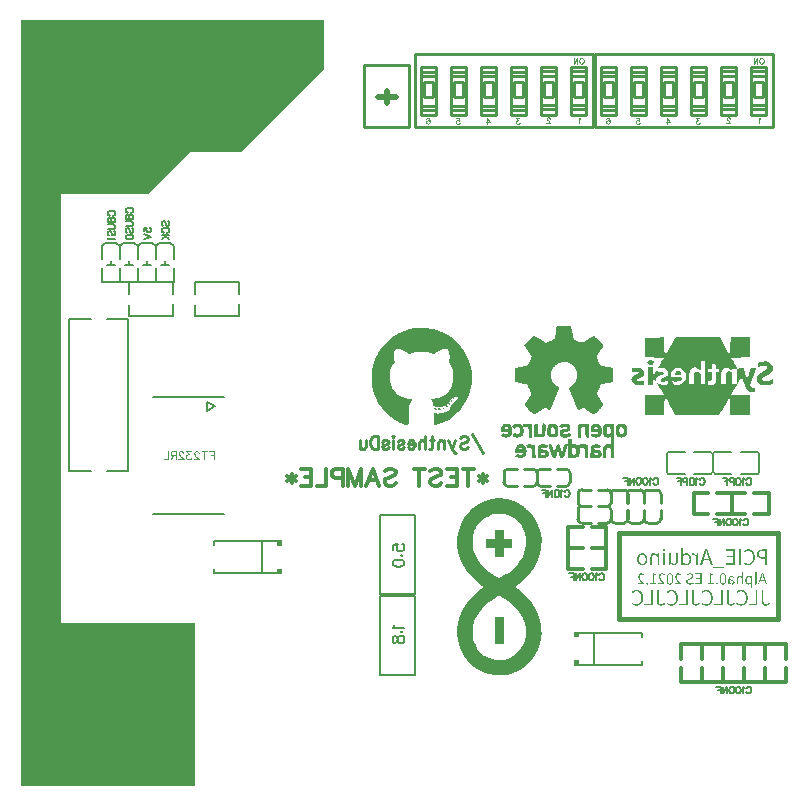
<source format=gbo>
G04 Layer: BottomSilkLayer*
G04 EasyEDA v6.4.7, 2021-02-17T04:49:32+08:00*
G04 bff483f3f3824ca1b03819d89778f428,119f753a6ce64b8d841f2ad33262ab0c,10*
G04 Gerber Generator version 0.2*
G04 Scale: 100 percent, Rotated: No, Reflected: No *
G04 Dimensions in millimeters *
G04 leading zeros omitted , absolute positions ,3 integer and 3 decimal *
%FSLAX33Y33*%
%MOMM*%
G90*
D02*

%ADD12C,0.299999*%
%ADD15C,0.399999*%
%ADD16C,0.254000*%
%ADD17C,0.499999*%
%ADD18C,0.203200*%
%ADD59C,0.100000*%
%ADD60C,0.200000*%
%ADD61C,0.152400*%
%ADD62C,0.304800*%
%ADD64C,0.121920*%
%ADD65C,0.150012*%
%ADD66C,0.250012*%

%LPD*%

%LPD*%
G36*
G01X53592Y40665D02*
G01X53310Y40665D01*
G01X53242Y40584D01*
G01X53175Y40503D01*
G01X53294Y40242D01*
G01X53553Y40242D01*
G01X53636Y40325D01*
G01X53694Y40398D01*
G01X53716Y40468D01*
G01X53703Y40536D01*
G01X53656Y40602D01*
G01X53592Y40665D01*
G37*

%LPD*%
G36*
G01X53662Y40031D02*
G01X53240Y40031D01*
G01X53270Y38577D01*
G01X53640Y38577D01*
G01X53656Y38921D01*
G01X53673Y39264D01*
G01X53930Y38841D01*
G01X53931Y38976D01*
G01X53931Y39112D01*
G01X53997Y39198D01*
G01X54063Y39286D01*
G01X54573Y39502D01*
G01X54555Y39594D01*
G01X54536Y39687D01*
G01X54063Y39686D01*
G01X53957Y39820D01*
G01X53693Y39320D01*
G01X53677Y39675D01*
G01X53662Y40031D01*
G37*

%LPD*%
G36*
G01X52396Y40023D02*
G01X52304Y40025D01*
G01X52212Y40024D01*
G01X52127Y40020D01*
G01X52056Y40011D01*
G01X52005Y39999D01*
G01X51922Y39967D01*
G01X51922Y39672D01*
G01X52194Y39680D01*
G01X52466Y39687D01*
G01X52489Y39622D01*
G01X52511Y39557D01*
G01X51947Y39307D01*
G01X51884Y39168D01*
G01X51821Y39030D01*
G01X51933Y38706D01*
G01X52234Y38550D01*
G01X52497Y38550D01*
G01X52605Y38553D01*
G01X52707Y38560D01*
G01X52790Y38570D01*
G01X52843Y38582D01*
G01X52926Y38615D01*
G01X52926Y38977D01*
G01X52824Y38922D01*
G01X52722Y38868D01*
G01X52292Y38868D01*
G01X52292Y38940D01*
G01X52297Y38974D01*
G01X52309Y39005D01*
G01X52331Y39036D01*
G01X52360Y39064D01*
G01X52397Y39091D01*
G01X52442Y39115D01*
G01X52496Y39138D01*
G01X52556Y39158D01*
G01X52617Y39182D01*
G01X52685Y39217D01*
G01X52751Y39260D01*
G01X52808Y39306D01*
G01X52926Y39415D01*
G01X52926Y39748D01*
G01X52808Y39856D01*
G01X52755Y39901D01*
G01X52700Y39941D01*
G01X52650Y39974D01*
G01X52610Y39993D01*
G01X52556Y40007D01*
G01X52483Y40016D01*
G01X52396Y40023D01*
G37*

%LPD*%
G36*
G01X63205Y40539D02*
G01X63128Y40539D01*
G01X63046Y40537D01*
G01X62963Y40533D01*
G01X62881Y40528D01*
G01X62804Y40521D01*
G01X62735Y40513D01*
G01X62677Y40504D01*
G01X62632Y40493D01*
G01X62604Y40482D01*
G01X62548Y40447D01*
G01X62548Y40072D01*
G01X62640Y40112D01*
G01X62701Y40135D01*
G01X62771Y40153D01*
G01X62847Y40168D01*
G01X62926Y40177D01*
G01X63005Y40183D01*
G01X63080Y40183D01*
G01X63149Y40178D01*
G01X63208Y40168D01*
G01X63340Y40134D01*
G01X63340Y39885D01*
G01X63047Y39736D01*
G01X62985Y39703D01*
G01X62923Y39668D01*
G01X62861Y39631D01*
G01X62802Y39593D01*
G01X62747Y39556D01*
G01X62697Y39520D01*
G01X62656Y39487D01*
G01X62624Y39458D01*
G01X62495Y39329D01*
G01X62495Y38922D01*
G01X62799Y38581D01*
G01X63163Y38561D01*
G01X63525Y38541D01*
G01X63671Y38597D01*
G01X63816Y38653D01*
G01X63816Y39082D01*
G01X63661Y39001D01*
G01X63505Y38921D01*
G01X63036Y38921D01*
G01X62903Y39081D01*
G01X62995Y39182D01*
G01X63018Y39205D01*
G01X63049Y39230D01*
G01X63086Y39258D01*
G01X63129Y39287D01*
G01X63176Y39316D01*
G01X63225Y39344D01*
G01X63274Y39371D01*
G01X63324Y39396D01*
G01X63562Y39507D01*
G01X63689Y39644D01*
G01X63816Y39782D01*
G01X63816Y40181D01*
G01X63498Y40499D01*
G01X63380Y40525D01*
G01X63334Y40532D01*
G01X63274Y40537D01*
G01X63205Y40539D01*
G37*

%LPD*%
G36*
G01X54630Y41775D02*
G01X54615Y42571D01*
G01X53810Y42556D01*
G01X53006Y42542D01*
G01X53006Y40903D01*
G01X54566Y40850D01*
G01X54349Y40480D01*
G01X54305Y40404D01*
G01X54262Y40330D01*
G01X54221Y40260D01*
G01X54184Y40195D01*
G01X54151Y40138D01*
G01X54123Y40090D01*
G01X54103Y40053D01*
G01X54089Y40030D01*
G01X54046Y39949D01*
G01X54664Y39949D01*
G01X54800Y39822D01*
G01X54935Y39695D01*
G01X54935Y39576D01*
G01X54933Y39524D01*
G01X54925Y39467D01*
G01X54915Y39413D01*
G01X54902Y39370D01*
G01X54868Y39283D01*
G01X54301Y39032D01*
G01X54301Y38870D01*
G01X54439Y38835D01*
G01X54576Y38800D01*
G01X54756Y38856D01*
G01X54935Y38910D01*
G01X54935Y38610D01*
G01X54694Y38574D01*
G01X54452Y38537D01*
G01X54036Y38701D01*
G01X54038Y38665D01*
G01X54044Y38649D01*
G01X54059Y38616D01*
G01X54084Y38569D01*
G01X54116Y38508D01*
G01X54155Y38437D01*
G01X54200Y38358D01*
G01X54249Y38271D01*
G01X54303Y38180D01*
G01X54566Y37731D01*
G01X53771Y37717D01*
G01X52977Y37702D01*
G01X52991Y36871D01*
G01X53006Y36039D01*
G01X53810Y36025D01*
G01X54615Y36010D01*
G01X54630Y36807D01*
G01X54645Y37603D01*
G01X54984Y37006D01*
G01X55019Y36944D01*
G01X55090Y36821D01*
G01X55126Y36759D01*
G01X55160Y36698D01*
G01X55195Y36639D01*
G01X55228Y36582D01*
G01X55260Y36526D01*
G01X55291Y36474D01*
G01X55320Y36424D01*
G01X55347Y36378D01*
G01X55372Y36335D01*
G01X55395Y36297D01*
G01X55415Y36263D01*
G01X55433Y36234D01*
G01X55447Y36211D01*
G01X55571Y36013D01*
G01X59270Y36013D01*
G01X59458Y36317D01*
G01X59478Y36351D01*
G01X59501Y36388D01*
G01X59526Y36430D01*
G01X59553Y36475D01*
G01X59582Y36522D01*
G01X59612Y36573D01*
G01X59643Y36625D01*
G01X59675Y36679D01*
G01X59707Y36735D01*
G01X59740Y36791D01*
G01X59774Y36847D01*
G01X59807Y36904D01*
G01X59872Y37016D01*
G01X59903Y37070D01*
G01X59933Y37123D01*
G01X60221Y37625D01*
G01X60221Y36010D01*
G01X61028Y36025D01*
G01X61834Y36039D01*
G01X61849Y36871D01*
G01X61863Y37702D01*
G01X61071Y37717D01*
G01X60279Y37731D01*
G01X60713Y38480D01*
G01X60772Y38580D01*
G01X60829Y38677D01*
G01X60884Y38769D01*
G01X60936Y38854D01*
G01X60984Y38932D01*
G01X61029Y39002D01*
G01X61068Y39064D01*
G01X61103Y39115D01*
G01X61132Y39157D01*
G01X61155Y39186D01*
G01X61170Y39204D01*
G01X61178Y39208D01*
G01X61189Y39194D01*
G01X61204Y39164D01*
G01X61226Y39119D01*
G01X61252Y39061D01*
G01X61281Y38992D01*
G01X61313Y38913D01*
G01X61347Y38827D01*
G01X61382Y38736D01*
G01X61552Y38284D01*
G01X61679Y38132D01*
G01X61807Y37981D01*
G01X62163Y37914D01*
G01X62250Y37947D01*
G01X62336Y37980D01*
G01X62336Y38286D01*
G01X62021Y38286D01*
G01X61846Y38553D01*
G01X62118Y39226D01*
G01X62154Y39317D01*
G01X62190Y39406D01*
G01X62223Y39491D01*
G01X62254Y39570D01*
G01X62283Y39645D01*
G01X62309Y39714D01*
G01X62333Y39775D01*
G01X62352Y39827D01*
G01X62368Y39872D01*
G01X62379Y39906D01*
G01X62386Y39929D01*
G01X62389Y39941D01*
G01X62389Y39984D01*
G01X62166Y39968D01*
G01X61943Y39951D01*
G01X61809Y39515D01*
G01X61782Y39428D01*
G01X61755Y39346D01*
G01X61730Y39272D01*
G01X61706Y39207D01*
G01X61685Y39154D01*
G01X61667Y39114D01*
G01X61653Y39088D01*
G01X61645Y39079D01*
G01X61636Y39088D01*
G01X61622Y39114D01*
G01X61605Y39154D01*
G01X61585Y39207D01*
G01X61562Y39272D01*
G01X61538Y39346D01*
G01X61512Y39428D01*
G01X61485Y39515D01*
G01X61357Y39951D01*
G01X61133Y39968D01*
G01X61046Y39972D01*
G01X60975Y39972D01*
G01X60926Y39969D01*
G01X60909Y39961D01*
G01X60915Y39937D01*
G01X60933Y39888D01*
G01X60958Y39822D01*
G01X60989Y39746D01*
G01X61014Y39685D01*
G01X61032Y39636D01*
G01X61042Y39599D01*
G01X61047Y39575D01*
G01X61045Y39563D01*
G01X61038Y39563D01*
G01X61025Y39574D01*
G01X61006Y39598D01*
G01X60982Y39633D01*
G01X60953Y39680D01*
G01X60920Y39737D01*
G01X60883Y39806D01*
G01X60863Y39844D01*
G01X60840Y39887D01*
G01X60813Y39935D01*
G01X60784Y39987D01*
G01X60754Y40042D01*
G01X60721Y40100D01*
G01X60688Y40159D01*
G01X60653Y40220D01*
G01X60619Y40279D01*
G01X60585Y40339D01*
G01X60551Y40397D01*
G01X60519Y40453D01*
G01X60286Y40850D01*
G01X61834Y40903D01*
G01X61863Y42568D01*
G01X60224Y42568D01*
G01X60210Y41782D01*
G01X60195Y40995D01*
G01X59746Y41781D01*
G01X59296Y42568D01*
G01X55571Y42568D01*
G01X55447Y42370D01*
G01X55433Y42347D01*
G01X55415Y42318D01*
G01X55395Y42284D01*
G01X55372Y42246D01*
G01X55347Y42203D01*
G01X55320Y42157D01*
G01X55291Y42107D01*
G01X55260Y42054D01*
G01X55228Y41999D01*
G01X55195Y41942D01*
G01X55160Y41883D01*
G01X55126Y41822D01*
G01X55090Y41761D01*
G01X55055Y41699D01*
G01X55019Y41636D01*
G01X54984Y41575D01*
G01X54645Y40978D01*
G01X54630Y41775D01*
G37*

%LPC*%
G36*
G01X55763Y39978D02*
G01X55559Y39978D01*
G01X55379Y39798D01*
G01X55200Y39618D01*
G01X55200Y39185D01*
G01X56039Y39185D01*
G01X56094Y39096D01*
G01X55939Y38876D01*
G01X55794Y38844D01*
G01X55649Y38813D01*
G01X55299Y38915D01*
G01X55315Y38772D01*
G01X55332Y38629D01*
G01X55580Y38582D01*
G01X55828Y38534D01*
G01X56228Y38686D01*
G01X56468Y39042D01*
G01X56468Y39454D01*
G01X56386Y39612D01*
G01X56305Y39771D01*
G01X56136Y39874D01*
G01X55966Y39977D01*
G01X55763Y39978D01*
G37*
G36*
G01X58676Y40342D02*
G01X58636Y40348D01*
G01X58636Y39925D01*
G01X58318Y39925D01*
G01X58318Y39661D01*
G01X58636Y39661D01*
G01X58636Y39348D01*
G01X58635Y39283D01*
G01X58633Y39220D01*
G01X58630Y39159D01*
G01X58626Y39102D01*
G01X58622Y39052D01*
G01X58616Y39008D01*
G01X58610Y38974D01*
G01X58603Y38951D01*
G01X58571Y38868D01*
G01X58311Y38868D01*
G01X58328Y38722D01*
G01X58345Y38577D01*
G01X58723Y38545D01*
G01X58979Y38752D01*
G01X58998Y39207D01*
G01X59016Y39661D01*
G01X59217Y39661D01*
G01X59217Y39925D01*
G01X59012Y39925D01*
G01X58996Y40095D01*
G01X58979Y40264D01*
G01X58847Y40301D01*
G01X58793Y40316D01*
G01X58742Y40328D01*
G01X58701Y40337D01*
G01X58676Y40342D01*
G37*
G36*
G01X58054Y40612D02*
G01X57684Y40612D01*
G01X57684Y39750D01*
G01X57591Y39833D01*
G01X57544Y39871D01*
G01X57483Y39909D01*
G01X57416Y39945D01*
G01X57351Y39974D01*
G01X57203Y40030D01*
G01X57025Y39955D01*
G01X56846Y39880D01*
G01X56789Y39678D01*
G01X56733Y39475D01*
G01X56733Y39039D01*
G01X56732Y38603D01*
G01X57156Y38603D01*
G01X57156Y39595D01*
G01X57234Y39660D01*
G01X57313Y39725D01*
G01X57560Y39663D01*
G01X57684Y39391D01*
G01X57684Y38603D01*
G01X58054Y38603D01*
G01X58054Y40612D01*
G37*
G36*
G01X59903Y39974D02*
G01X59769Y39978D01*
G01X59539Y39816D01*
G01X59429Y39422D01*
G01X59429Y38603D01*
G01X59852Y38603D01*
G01X59852Y39604D01*
G01X59964Y39664D01*
G01X60077Y39724D01*
G01X60312Y39617D01*
G01X60346Y39447D01*
G01X60353Y39406D01*
G01X60360Y39354D01*
G01X60365Y39294D01*
G01X60370Y39228D01*
G01X60374Y39157D01*
G01X60377Y39085D01*
G01X60379Y39012D01*
G01X60380Y38940D01*
G01X60380Y38603D01*
G01X60750Y38603D01*
G01X60750Y39925D01*
G01X60380Y39925D01*
G01X60380Y39766D01*
G01X60330Y39766D01*
G01X60307Y39772D01*
G01X60282Y39787D01*
G01X60258Y39810D01*
G01X60238Y39838D01*
G01X60216Y39869D01*
G01X60188Y39895D01*
G01X60156Y39918D01*
G01X60117Y39936D01*
G01X60073Y39951D01*
G01X60023Y39962D01*
G01X59966Y39970D01*
G01X59903Y39974D01*
G37*

%LPD*%
G36*
G01X55927Y39714D02*
G01X55620Y39714D01*
G01X55568Y39578D01*
G01X55548Y39523D01*
G01X55532Y39475D01*
G01X55521Y39439D01*
G01X55517Y39419D01*
G01X55540Y39410D01*
G01X55602Y39403D01*
G01X55694Y39398D01*
G01X55806Y39396D01*
G01X56095Y39396D01*
G01X56062Y39489D01*
G01X56045Y39530D01*
G01X56024Y39573D01*
G01X56000Y39615D01*
G01X55978Y39648D01*
G01X55927Y39714D01*
G37*

%LPD*%
G36*
G01X36824Y37422D02*
G01X36711Y37422D01*
G01X36711Y37308D01*
G01X36753Y37322D01*
G01X36771Y37332D01*
G01X36788Y37345D01*
G01X36802Y37362D01*
G01X36810Y37379D01*
G01X36824Y37422D01*
G37*

%LPD*%
G36*
G01X36638Y37278D02*
G01X36607Y37278D01*
G01X36591Y37274D01*
G01X36572Y37263D01*
G01X36552Y37247D01*
G01X36533Y37227D01*
G01X36491Y37177D01*
G01X36529Y37153D01*
G01X36566Y37130D01*
G01X36602Y37152D01*
G01X36617Y37165D01*
G01X36628Y37183D01*
G01X36635Y37205D01*
G01X36638Y37226D01*
G01X36638Y37278D01*
G37*

%LPD*%
G36*
G01X36494Y37062D02*
G01X36442Y37062D01*
G01X36421Y37059D01*
G01X36399Y37051D01*
G01X36380Y37039D01*
G01X36367Y37024D01*
G01X36344Y36987D01*
G01X36366Y36930D01*
G01X36387Y36874D01*
G01X36441Y36919D01*
G01X36462Y36939D01*
G01X36478Y36964D01*
G01X36490Y36990D01*
G01X36494Y37013D01*
G01X36494Y37062D01*
G37*

%LPD*%
G36*
G01X36267Y36789D02*
G01X36245Y36845D01*
G01X36192Y36825D01*
G01X36170Y36812D01*
G01X36149Y36795D01*
G01X36132Y36774D01*
G01X36120Y36752D01*
G01X36100Y36699D01*
G01X36211Y36656D01*
G01X36288Y36733D01*
G01X36267Y36789D01*
G37*

%LPD*%
G36*
G01X35990Y36630D02*
G01X35851Y36630D01*
G01X35802Y36552D01*
G01X35836Y36518D01*
G01X35870Y36483D01*
G01X35930Y36507D01*
G01X35990Y36529D01*
G01X35990Y36630D01*
G37*

%LPD*%
G36*
G01X35324Y36593D02*
G01X35299Y36634D01*
G01X35221Y36623D01*
G01X35144Y36612D01*
G01X35150Y36576D01*
G01X35157Y36559D01*
G01X35171Y36540D01*
G01X35190Y36521D01*
G01X35212Y36505D01*
G01X35268Y36469D01*
G01X35350Y36552D01*
G01X35324Y36593D01*
G37*

%LPD*%
G36*
G01X35626Y36594D02*
G01X35486Y36594D01*
G01X35486Y36450D01*
G01X35626Y36450D01*
G01X35670Y36522D01*
G01X35626Y36594D01*
G37*

%LPD*%
G36*
G01X34109Y43398D02*
G01X33831Y43401D01*
G01X33443Y43343D01*
G01X33055Y43286D01*
G01X32731Y43177D01*
G01X32672Y43157D01*
G01X32614Y43136D01*
G01X32558Y43116D01*
G01X32503Y43095D01*
G01X32450Y43074D01*
G01X32398Y43053D01*
G01X32346Y43031D01*
G01X32246Y42985D01*
G01X32196Y42961D01*
G01X32146Y42936D01*
G01X32096Y42910D01*
G01X31996Y42854D01*
G01X31945Y42824D01*
G01X31892Y42793D01*
G01X31839Y42761D01*
G01X31785Y42727D01*
G01X31729Y42690D01*
G01X31672Y42653D01*
G01X31369Y42453D01*
G01X30782Y41871D01*
G01X30617Y41636D01*
G01X30579Y41582D01*
G01X30542Y41528D01*
G01X30506Y41473D01*
G01X30471Y41418D01*
G01X30437Y41363D01*
G01X30404Y41308D01*
G01X30372Y41252D01*
G01X30341Y41196D01*
G01X30281Y41084D01*
G01X30253Y41027D01*
G01X30226Y40969D01*
G01X30199Y40912D01*
G01X30173Y40854D01*
G01X30148Y40796D01*
G01X30124Y40737D01*
G01X30101Y40678D01*
G01X30078Y40618D01*
G01X30036Y40498D01*
G01X30016Y40437D01*
G01X29997Y40376D01*
G01X29979Y40314D01*
G01X29962Y40252D01*
G01X29930Y40126D01*
G01X29915Y40062D01*
G01X29901Y39998D01*
G01X29832Y39673D01*
G01X29832Y39200D01*
G01X29831Y38727D01*
G01X29887Y38433D01*
G01X29899Y38369D01*
G01X29913Y38307D01*
G01X29926Y38245D01*
G01X29956Y38123D01*
G01X29972Y38064D01*
G01X29989Y38004D01*
G01X30007Y37945D01*
G01X30025Y37887D01*
G01X30044Y37829D01*
G01X30063Y37773D01*
G01X30084Y37716D01*
G01X30106Y37659D01*
G01X30128Y37603D01*
G01X30152Y37547D01*
G01X30176Y37492D01*
G01X30201Y37437D01*
G01X30253Y37327D01*
G01X30281Y37273D01*
G01X30310Y37218D01*
G01X30370Y37110D01*
G01X30402Y37055D01*
G01X30468Y36947D01*
G01X30503Y36892D01*
G01X30539Y36838D01*
G01X30706Y36587D01*
G01X31318Y35943D01*
G01X31643Y35726D01*
G01X31709Y35682D01*
G01X31771Y35641D01*
G01X31831Y35603D01*
G01X31888Y35568D01*
G01X31943Y35534D01*
G01X31996Y35503D01*
G01X32048Y35473D01*
G01X32098Y35445D01*
G01X32148Y35419D01*
G01X32246Y35371D01*
G01X32296Y35348D01*
G01X32345Y35325D01*
G01X32396Y35304D01*
G01X32502Y35262D01*
G01X32694Y35189D01*
G01X32925Y35189D01*
G01X33037Y35349D01*
G01X33037Y36792D01*
G01X33073Y36923D01*
G01X33095Y36984D01*
G01X33126Y37055D01*
G01X33163Y37125D01*
G01X33201Y37188D01*
G01X33236Y37241D01*
G01X33262Y37285D01*
G01X33279Y37317D01*
G01X33282Y37331D01*
G01X33256Y37337D01*
G01X33195Y37350D01*
G01X33106Y37366D01*
G01X33001Y37385D01*
G01X32730Y37431D01*
G01X32505Y37515D01*
G01X32438Y37542D01*
G01X32373Y37570D01*
G01X32310Y37600D01*
G01X32250Y37632D01*
G01X32192Y37666D01*
G01X32135Y37702D01*
G01X32080Y37740D01*
G01X32027Y37782D01*
G01X31975Y37825D01*
G01X31923Y37872D01*
G01X31873Y37920D01*
G01X31824Y37973D01*
G01X31782Y38019D01*
G01X31744Y38064D01*
G01X31709Y38108D01*
G01X31677Y38152D01*
G01X31648Y38197D01*
G01X31621Y38243D01*
G01X31596Y38292D01*
G01X31572Y38343D01*
G01X31548Y38398D01*
G01X31525Y38458D01*
G01X31503Y38522D01*
G01X31480Y38593D01*
G01X31412Y38809D01*
G01X31391Y39188D01*
G01X31371Y39567D01*
G01X31412Y39760D01*
G01X31453Y39954D01*
G01X31544Y40134D01*
G01X31586Y40212D01*
G01X31633Y40291D01*
G01X31680Y40362D01*
G01X31721Y40416D01*
G01X31807Y40519D01*
G01X31769Y40653D01*
G01X31732Y40788D01*
G01X31765Y41438D01*
G01X31812Y41537D01*
G01X31860Y41636D01*
G01X32086Y41636D01*
G01X32303Y41563D01*
G01X32351Y41545D01*
G01X32406Y41524D01*
G01X32466Y41498D01*
G01X32528Y41469D01*
G01X32591Y41439D01*
G01X32652Y41408D01*
G01X32711Y41377D01*
G01X32765Y41346D01*
G01X33010Y41203D01*
G01X33559Y41324D01*
G01X34603Y41322D01*
G01X35135Y41206D01*
G01X35373Y41344D01*
G01X35425Y41374D01*
G01X35482Y41404D01*
G01X35542Y41435D01*
G01X35603Y41464D01*
G01X35663Y41493D01*
G01X35721Y41518D01*
G01X35774Y41541D01*
G01X35821Y41559D01*
G01X36029Y41636D01*
G01X36276Y41636D01*
G01X36312Y41569D01*
G01X36329Y41523D01*
G01X36350Y41447D01*
G01X36371Y41352D01*
G01X36390Y41249D01*
G01X36431Y40997D01*
G01X36347Y40513D01*
G01X36441Y40390D01*
G01X36462Y40361D01*
G01X36485Y40326D01*
G01X36510Y40286D01*
G01X36536Y40242D01*
G01X36562Y40196D01*
G01X36587Y40150D01*
G01X36632Y40060D01*
G01X36728Y39853D01*
G01X36728Y38773D01*
G01X36662Y38582D01*
G01X36647Y38541D01*
G01X36629Y38495D01*
G01X36609Y38447D01*
G01X36565Y38349D01*
G01X36543Y38303D01*
G01X36522Y38260D01*
G01X36501Y38222D01*
G01X36407Y38052D01*
G01X36233Y37882D01*
G01X36058Y37711D01*
G01X35540Y37465D01*
G01X35270Y37409D01*
G01X35159Y37386D01*
G01X35056Y37366D01*
G01X34972Y37351D01*
G01X34920Y37342D01*
G01X34840Y37332D01*
G01X34947Y37173D01*
G01X35055Y37014D01*
G01X35076Y36880D01*
G01X35098Y36747D01*
G01X35247Y36698D01*
G01X35396Y36648D01*
G01X35828Y36652D01*
G01X35976Y36729D01*
G01X36123Y36806D01*
G01X36228Y36930D01*
G01X36276Y36990D01*
G01X36331Y37061D01*
G01X36384Y37133D01*
G01X36431Y37199D01*
G01X36530Y37344D01*
G01X36718Y37437D01*
G01X36905Y37530D01*
G01X36997Y37530D01*
G01X37037Y37527D01*
G01X37077Y37520D01*
G01X37114Y37508D01*
G01X37142Y37495D01*
G01X37196Y37462D01*
G01X36680Y36972D01*
G01X36576Y36737D01*
G01X36470Y36503D01*
G01X36347Y36398D01*
G01X36287Y36352D01*
G01X36213Y36304D01*
G01X36135Y36259D01*
G01X36063Y36223D01*
G01X35901Y36151D01*
G01X35667Y36135D01*
G01X35432Y36119D01*
G01X35279Y36155D01*
G01X35126Y36190D01*
G01X35126Y35270D01*
G01X35234Y35180D01*
G01X35570Y35218D01*
G01X35969Y35418D01*
G01X36368Y35619D01*
G01X36614Y35805D01*
G01X36649Y35832D01*
G01X36688Y35863D01*
G01X36730Y35898D01*
G01X36774Y35936D01*
G01X36820Y35975D01*
G01X36867Y36016D01*
G01X36913Y36059D01*
G01X36960Y36101D01*
G01X37005Y36144D01*
G01X37049Y36186D01*
G01X37091Y36226D01*
G01X37130Y36265D01*
G01X37402Y36540D01*
G01X37593Y36828D01*
G01X37628Y36882D01*
G01X37662Y36935D01*
G01X37695Y36989D01*
G01X37727Y37041D01*
G01X37758Y37094D01*
G01X37788Y37147D01*
G01X37817Y37199D01*
G01X37846Y37252D01*
G01X37872Y37305D01*
G01X37899Y37357D01*
G01X37949Y37463D01*
G01X37973Y37516D01*
G01X37995Y37570D01*
G01X38018Y37624D01*
G01X38060Y37732D01*
G01X38080Y37787D01*
G01X38099Y37843D01*
G01X38117Y37899D01*
G01X38135Y37956D01*
G01X38169Y38072D01*
G01X38185Y38131D01*
G01X38201Y38191D01*
G01X38215Y38252D01*
G01X38230Y38314D01*
G01X38244Y38377D01*
G01X38305Y38665D01*
G01X38307Y39673D01*
G01X38245Y39972D01*
G01X38229Y40044D01*
G01X38213Y40114D01*
G01X38196Y40184D01*
G01X38177Y40253D01*
G01X38158Y40321D01*
G01X38139Y40388D01*
G01X38118Y40454D01*
G01X38097Y40519D01*
G01X38075Y40584D01*
G01X38052Y40648D01*
G01X38028Y40711D01*
G01X38003Y40773D01*
G01X37977Y40835D01*
G01X37950Y40896D01*
G01X37922Y40956D01*
G01X37864Y41076D01*
G01X37833Y41134D01*
G01X37801Y41193D01*
G01X37768Y41251D01*
G01X37734Y41309D01*
G01X37699Y41367D01*
G01X37663Y41423D01*
G01X37626Y41480D01*
G01X37426Y41781D01*
G01X37145Y42077D01*
G01X36864Y42374D01*
G01X36580Y42579D01*
G01X36296Y42782D01*
G01X35998Y42931D01*
G01X35955Y42952D01*
G01X35908Y42974D01*
G01X35857Y42997D01*
G01X35804Y43020D01*
G01X35749Y43044D01*
G01X35636Y43090D01*
G01X35580Y43112D01*
G01X35526Y43132D01*
G01X35473Y43152D01*
G01X35423Y43170D01*
G01X35377Y43185D01*
G01X35052Y43291D01*
G01X34388Y43394D01*
G01X34109Y43398D01*
G37*

%LPD*%
G36*
G01X46139Y43541D02*
G01X45544Y43541D01*
G01X45488Y43277D01*
G01X45475Y43219D01*
G01X45462Y43155D01*
G01X45448Y43087D01*
G01X45435Y43017D01*
G01X45421Y42947D01*
G01X45408Y42879D01*
G01X45396Y42816D01*
G01X45386Y42760D01*
G01X45367Y42658D01*
G01X45350Y42569D01*
G01X45336Y42501D01*
G01X45327Y42466D01*
G01X45299Y42442D01*
G01X45234Y42403D01*
G01X45142Y42357D01*
G01X45032Y42308D01*
G01X44974Y42284D01*
G01X44917Y42259D01*
G01X44862Y42236D01*
G01X44811Y42213D01*
G01X44764Y42193D01*
G01X44724Y42175D01*
G01X44693Y42162D01*
G01X44670Y42151D01*
G01X44589Y42138D01*
G01X44502Y42157D01*
G01X44439Y42197D01*
G01X44432Y42244D01*
G01X44438Y42258D01*
G01X44436Y42263D01*
G01X44426Y42262D01*
G01X44408Y42253D01*
G01X44389Y42244D01*
G01X44369Y42242D01*
G01X44352Y42246D01*
G01X44339Y42256D01*
G01X44314Y42283D01*
G01X44269Y42318D01*
G01X44210Y42361D01*
G01X44139Y42410D01*
G01X44060Y42461D01*
G01X43978Y42512D01*
G01X43895Y42562D01*
G01X43815Y42608D01*
G01X43743Y42647D01*
G01X43681Y42678D01*
G01X43634Y42698D01*
G01X43605Y42706D01*
G01X43588Y42703D01*
G01X43568Y42696D01*
G01X43543Y42683D01*
G01X43515Y42665D01*
G01X43483Y42641D01*
G01X43447Y42612D01*
G01X43406Y42577D01*
G01X43360Y42535D01*
G01X43310Y42487D01*
G01X43253Y42433D01*
G01X43192Y42371D01*
G01X43124Y42303D01*
G01X43013Y42190D01*
G01X42926Y42098D01*
G01X42860Y42025D01*
G01X42814Y41969D01*
G01X42785Y41926D01*
G01X42771Y41896D01*
G01X42771Y41874D01*
G01X42782Y41858D01*
G01X42797Y41844D01*
G01X42819Y41818D01*
G01X42847Y41782D01*
G01X42880Y41738D01*
G01X42917Y41687D01*
G01X42957Y41631D01*
G01X42999Y41570D01*
G01X43041Y41507D01*
G01X43085Y41443D01*
G01X43127Y41380D01*
G01X43169Y41318D01*
G01X43209Y41260D01*
G01X43246Y41209D01*
G01X43278Y41163D01*
G01X43304Y41127D01*
G01X43324Y41101D01*
G01X43367Y41041D01*
G01X43382Y40993D01*
G01X43372Y40930D01*
G01X43335Y40829D01*
G01X43298Y40733D01*
G01X43263Y40644D01*
G01X43228Y40563D01*
G01X43194Y40489D01*
G01X43162Y40423D01*
G01X43131Y40364D01*
G01X43101Y40313D01*
G01X43073Y40270D01*
G01X43046Y40236D01*
G01X43022Y40210D01*
G01X42999Y40193D01*
G01X42978Y40184D01*
G01X42953Y40179D01*
G01X42911Y40171D01*
G01X42854Y40161D01*
G01X42786Y40148D01*
G01X42708Y40134D01*
G01X42622Y40118D01*
G01X42530Y40102D01*
G01X42436Y40085D01*
G01X41972Y40004D01*
G01X41972Y38793D01*
G01X42181Y38768D01*
G01X42228Y38762D01*
G01X42279Y38754D01*
G01X42333Y38745D01*
G01X42389Y38735D01*
G01X42445Y38724D01*
G01X42499Y38713D01*
G01X42550Y38702D01*
G01X42595Y38691D01*
G01X42684Y38671D01*
G01X42774Y38654D01*
G01X42854Y38643D01*
G01X42914Y38639D01*
G01X42966Y38635D01*
G01X43005Y38623D01*
G01X43033Y38604D01*
G01X43049Y38576D01*
G01X43061Y38542D01*
G01X43078Y38498D01*
G01X43098Y38450D01*
G01X43118Y38403D01*
G01X43176Y38266D01*
G01X43226Y38150D01*
G01X43266Y38052D01*
G01X43298Y37970D01*
G01X43321Y37903D01*
G01X43337Y37847D01*
G01X43347Y37802D01*
G01X43349Y37765D01*
G01X43346Y37735D01*
G01X43336Y37709D01*
G01X43322Y37685D01*
G01X43303Y37662D01*
G01X43289Y37643D01*
G01X43269Y37618D01*
G01X43244Y37585D01*
G01X43215Y37545D01*
G01X43182Y37499D01*
G01X43145Y37448D01*
G01X43106Y37392D01*
G01X43063Y37331D01*
G01X43018Y37265D01*
G01X42971Y37196D01*
G01X42921Y37124D01*
G01X42871Y37049D01*
G01X42848Y37017D01*
G01X42829Y36990D01*
G01X42814Y36965D01*
G01X42802Y36942D01*
G01X42795Y36921D01*
G01X42794Y36899D01*
G01X42798Y36876D01*
G01X42809Y36850D01*
G01X42826Y36822D01*
G01X42852Y36789D01*
G01X42885Y36750D01*
G01X42927Y36704D01*
G01X42978Y36651D01*
G01X43039Y36589D01*
G01X43110Y36517D01*
G01X43193Y36433D01*
G01X43273Y36354D01*
G01X43345Y36285D01*
G01X43408Y36227D01*
G01X43463Y36180D01*
G01X43511Y36144D01*
G01X43550Y36118D01*
G01X43582Y36103D01*
G01X43607Y36098D01*
G01X43632Y36103D01*
G01X43670Y36119D01*
G01X43721Y36144D01*
G01X43782Y36176D01*
G01X43851Y36216D01*
G01X43926Y36262D01*
G01X44006Y36313D01*
G01X44087Y36367D01*
G01X44209Y36448D01*
G01X44304Y36511D01*
G01X44379Y36556D01*
G01X44438Y36587D01*
G01X44484Y36605D01*
G01X44521Y36612D01*
G01X44554Y36610D01*
G01X44587Y36601D01*
G01X44631Y36582D01*
G01X44679Y36558D01*
G01X44722Y36531D01*
G01X44756Y36504D01*
G01X44789Y36481D01*
G01X44827Y36463D01*
G01X44866Y36454D01*
G01X44901Y36453D01*
G01X44919Y36457D01*
G01X44936Y36463D01*
G01X44953Y36474D01*
G01X44970Y36491D01*
G01X44987Y36515D01*
G01X45006Y36549D01*
G01X45028Y36592D01*
G01X45054Y36648D01*
G01X45083Y36718D01*
G01X45118Y36802D01*
G01X45159Y36904D01*
G01X45206Y37023D01*
G01X45231Y37088D01*
G01X45259Y37156D01*
G01X45287Y37226D01*
G01X45316Y37299D01*
G01X45345Y37371D01*
G01X45375Y37445D01*
G01X45405Y37518D01*
G01X45435Y37590D01*
G01X45463Y37661D01*
G01X45492Y37730D01*
G01X45519Y37797D01*
G01X45546Y37860D01*
G01X45571Y37919D01*
G01X45594Y37974D01*
G01X45615Y38024D01*
G01X45634Y38068D01*
G01X45650Y38106D01*
G01X45664Y38137D01*
G01X45675Y38160D01*
G01X45682Y38175D01*
G01X45710Y38248D01*
G01X45709Y38307D01*
G01X45677Y38356D01*
G01X45615Y38399D01*
G01X45580Y38420D01*
G01X45540Y38449D01*
G01X45496Y38483D01*
G01X45451Y38522D01*
G01X45404Y38565D01*
G01X45357Y38610D01*
G01X45312Y38657D01*
G01X45269Y38703D01*
G01X45230Y38749D01*
G01X45196Y38792D01*
G01X45168Y38831D01*
G01X45147Y38866D01*
G01X45129Y38905D01*
G01X45117Y38936D01*
G01X45113Y38958D01*
G01X45118Y38966D01*
G01X45121Y38970D01*
G01X45115Y38983D01*
G01X45102Y39001D01*
G01X45081Y39024D01*
G01X45066Y39043D01*
G01X45053Y39066D01*
G01X45043Y39096D01*
G01X45036Y39134D01*
G01X45031Y39180D01*
G01X45029Y39237D01*
G01X45028Y39306D01*
G01X45028Y39387D01*
G01X45033Y39508D01*
G01X45041Y39609D01*
G01X45052Y39681D01*
G01X45066Y39713D01*
G01X45078Y39725D01*
G01X45088Y39745D01*
G01X45095Y39768D01*
G01X45098Y39794D01*
G01X45107Y39838D01*
G01X45133Y39895D01*
G01X45171Y39960D01*
G01X45220Y40031D01*
G01X45276Y40101D01*
G01X45336Y40169D01*
G01X45399Y40230D01*
G01X45459Y40280D01*
G01X45506Y40311D01*
G01X45557Y40342D01*
G01X45612Y40372D01*
G01X45671Y40400D01*
G01X45732Y40427D01*
G01X45793Y40451D01*
G01X45855Y40473D01*
G01X45915Y40491D01*
G01X45974Y40506D01*
G01X46028Y40517D01*
G01X46078Y40524D01*
G01X46123Y40527D01*
G01X46175Y40524D01*
G01X46228Y40519D01*
G01X46283Y40509D01*
G01X46339Y40496D01*
G01X46396Y40480D01*
G01X46453Y40460D01*
G01X46510Y40438D01*
G01X46567Y40414D01*
G01X46623Y40386D01*
G01X46677Y40357D01*
G01X46730Y40325D01*
G01X46780Y40291D01*
G01X46828Y40256D01*
G01X46874Y40219D01*
G01X46916Y40180D01*
G01X46954Y40141D01*
G01X46998Y40090D01*
G01X47038Y40040D01*
G01X47073Y39990D01*
G01X47104Y39940D01*
G01X47132Y39889D01*
G01X47156Y39837D01*
G01X47175Y39783D01*
G01X47193Y39727D01*
G01X47206Y39668D01*
G01X47218Y39606D01*
G01X47226Y39540D01*
G01X47232Y39470D01*
G01X47237Y39384D01*
G01X47239Y39313D01*
G01X47237Y39253D01*
G01X47231Y39199D01*
G01X47219Y39147D01*
G01X47200Y39093D01*
G01X47173Y39030D01*
G01X47139Y38956D01*
G01X47109Y38894D01*
G01X47080Y38838D01*
G01X47051Y38786D01*
G01X47022Y38740D01*
G01X46992Y38698D01*
G01X46961Y38658D01*
G01X46928Y38621D01*
G01X46891Y38586D01*
G01X46852Y38551D01*
G01X46808Y38516D01*
G01X46759Y38480D01*
G01X46706Y38443D01*
G01X46646Y38398D01*
G01X46596Y38352D01*
G01X46563Y38311D01*
G01X46552Y38280D01*
G01X46559Y38242D01*
G01X46578Y38181D01*
G01X46607Y38107D01*
G01X46642Y38028D01*
G01X46678Y37949D01*
G01X46706Y37881D01*
G01X46725Y37829D01*
G01X46733Y37802D01*
G01X46742Y37769D01*
G01X46769Y37702D01*
G01X46808Y37611D01*
G01X46855Y37506D01*
G01X46880Y37450D01*
G01X46906Y37393D01*
G01X46931Y37336D01*
G01X46955Y37282D01*
G01X46976Y37230D01*
G01X46996Y37184D01*
G01X47011Y37145D01*
G01X47023Y37114D01*
G01X47044Y37056D01*
G01X47069Y36992D01*
G01X47094Y36930D01*
G01X47115Y36878D01*
G01X47139Y36824D01*
G01X47166Y36757D01*
G01X47196Y36686D01*
G01X47223Y36619D01*
G01X47257Y36544D01*
G01X47292Y36495D01*
G01X47334Y36467D01*
G01X47389Y36453D01*
G01X47429Y36448D01*
G01X47459Y36447D01*
G01X47476Y36449D01*
G01X47478Y36455D01*
G01X47477Y36470D01*
G01X47497Y36491D01*
G01X47532Y36516D01*
G01X47576Y36542D01*
G01X47627Y36566D01*
G01X47678Y36586D01*
G01X47727Y36601D01*
G01X47766Y36606D01*
G01X47814Y36594D01*
G01X47881Y36563D01*
G01X47958Y36517D01*
G01X48036Y36460D01*
G01X48110Y36404D01*
G01X48172Y36358D01*
G01X48218Y36327D01*
G01X48240Y36315D01*
G01X48260Y36307D01*
G01X48298Y36284D01*
G01X48350Y36249D01*
G01X48410Y36206D01*
G01X48473Y36164D01*
G01X48530Y36133D01*
G01X48582Y36112D01*
G01X48629Y36103D01*
G01X48673Y36103D01*
G01X48713Y36115D01*
G01X48750Y36137D01*
G01X48785Y36169D01*
G01X48813Y36195D01*
G01X48842Y36213D01*
G01X48868Y36221D01*
G01X48887Y36218D01*
G01X48900Y36212D01*
G01X48907Y36212D01*
G01X48908Y36218D01*
G01X48903Y36230D01*
G01X48905Y36242D01*
G01X48917Y36266D01*
G01X48941Y36298D01*
G01X48973Y36338D01*
G01X49013Y36385D01*
G01X49060Y36437D01*
G01X49112Y36493D01*
G01X49170Y36552D01*
G01X49228Y36610D01*
G01X49282Y36667D01*
G01X49331Y36720D01*
G01X49374Y36769D01*
G01X49409Y36812D01*
G01X49436Y36847D01*
G01X49452Y36873D01*
G01X49458Y36889D01*
G01X49452Y36907D01*
G01X49436Y36941D01*
G01X49409Y36989D01*
G01X49375Y37049D01*
G01X49332Y37118D01*
G01X49284Y37195D01*
G01X49230Y37278D01*
G01X49173Y37365D01*
G01X48888Y37790D01*
G01X49010Y38097D01*
G01X49060Y38219D01*
G01X49101Y38321D01*
G01X49136Y38404D01*
G01X49166Y38472D01*
G01X49192Y38524D01*
G01X49216Y38564D01*
G01X49238Y38594D01*
G01X49261Y38615D01*
G01X49285Y38628D01*
G01X49311Y38637D01*
G01X49341Y38643D01*
G01X49376Y38647D01*
G01X49412Y38652D01*
G01X49460Y38658D01*
G01X49519Y38668D01*
G01X49587Y38678D01*
G01X49662Y38690D01*
G01X49741Y38703D01*
G01X49822Y38716D01*
G01X49903Y38730D01*
G01X50294Y38796D01*
G01X50294Y39506D01*
G01X50292Y39618D01*
G01X50289Y39720D01*
G01X50286Y39810D01*
G01X50282Y39884D01*
G01X50277Y39942D01*
G01X50272Y39980D01*
G01X50267Y39995D01*
G01X50254Y40000D01*
G01X50231Y40006D01*
G01X50196Y40014D01*
G01X50152Y40024D01*
G01X50100Y40035D01*
G01X50042Y40046D01*
G01X49978Y40059D01*
G01X49911Y40071D01*
G01X49840Y40084D01*
G01X49768Y40098D01*
G01X49697Y40110D01*
G01X49627Y40122D01*
G01X49559Y40133D01*
G01X49495Y40144D01*
G01X49438Y40152D01*
G01X49386Y40160D01*
G01X49295Y40176D01*
G01X49235Y40205D01*
G01X49188Y40257D01*
G01X49137Y40346D01*
G01X49110Y40399D01*
G01X49081Y40458D01*
G01X49052Y40521D01*
G01X49023Y40586D01*
G01X48995Y40652D01*
G01X48968Y40716D01*
G01X48943Y40778D01*
G01X48921Y40835D01*
G01X48903Y40885D01*
G01X48889Y40927D01*
G01X48880Y40958D01*
G01X48877Y40978D01*
G01X48882Y40991D01*
G01X48896Y41017D01*
G01X48918Y41054D01*
G01X48946Y41100D01*
G01X48981Y41154D01*
G01X49020Y41214D01*
G01X49063Y41278D01*
G01X49107Y41345D01*
G01X49154Y41414D01*
G01X49200Y41482D01*
G01X49246Y41547D01*
G01X49289Y41609D01*
G01X49330Y41666D01*
G01X49366Y41716D01*
G01X49397Y41757D01*
G01X49421Y41787D01*
G01X49438Y41811D01*
G01X49449Y41836D01*
G01X49453Y41862D01*
G01X49450Y41892D01*
G01X49438Y41925D01*
G01X49418Y41962D01*
G01X49389Y42006D01*
G01X49351Y42055D01*
G01X49302Y42111D01*
G01X49242Y42176D01*
G01X49171Y42250D01*
G01X49089Y42334D01*
G01X48998Y42425D01*
G01X48917Y42502D01*
G01X48847Y42566D01*
G01X48787Y42617D01*
G01X48737Y42656D01*
G01X48694Y42684D01*
G01X48661Y42700D01*
G01X48635Y42706D01*
G01X48613Y42702D01*
G01X48582Y42691D01*
G01X48544Y42674D01*
G01X48500Y42652D01*
G01X48452Y42625D01*
G01X48401Y42594D01*
G01X48348Y42560D01*
G01X48295Y42524D01*
G01X48194Y42454D01*
G01X48106Y42396D01*
G01X48041Y42357D01*
G01X48009Y42342D01*
G01X47993Y42338D01*
G01X47972Y42326D01*
G01X47951Y42308D01*
G01X47930Y42286D01*
G01X47903Y42259D01*
G01X47865Y42229D01*
G01X47822Y42200D01*
G01X47776Y42174D01*
G01X47736Y42156D01*
G01X47696Y42145D01*
G01X47654Y42142D01*
G01X47609Y42146D01*
G01X47557Y42159D01*
G01X47499Y42180D01*
G01X47430Y42211D01*
G01X47351Y42250D01*
G01X47304Y42272D01*
G01X47246Y42296D01*
G01X47183Y42320D01*
G01X47123Y42340D01*
G01X47067Y42363D01*
G01X47016Y42391D01*
G01X46976Y42421D01*
G01X46951Y42450D01*
G01X46943Y42472D01*
G01X46932Y42509D01*
G01X46919Y42560D01*
G01X46904Y42622D01*
G01X46888Y42695D01*
G01X46872Y42774D01*
G01X46855Y42858D01*
G01X46823Y43034D01*
G01X46793Y43196D01*
G01X46781Y43267D01*
G01X46770Y43327D01*
G01X46753Y43412D01*
G01X46750Y43432D01*
G01X46741Y43478D01*
G01X46736Y43513D01*
G01X46723Y43519D01*
G01X46688Y43524D01*
G01X46632Y43529D01*
G01X46559Y43533D01*
G01X46471Y43536D01*
G01X46369Y43538D01*
G01X46258Y43540D01*
G01X46139Y43541D01*
G37*

%LPD*%
G36*
G01X45327Y35258D02*
G01X45215Y35262D01*
G01X45113Y35260D01*
G01X45033Y35255D01*
G01X44969Y35245D01*
G01X44917Y35229D01*
G01X44875Y35205D01*
G01X44840Y35171D01*
G01X44807Y35125D01*
G01X44773Y35067D01*
G01X44749Y35021D01*
G01X44730Y34977D01*
G01X44716Y34935D01*
G01X44707Y34891D01*
G01X44701Y34840D01*
G01X44699Y34782D01*
G01X44700Y34712D01*
G01X44704Y34628D01*
G01X44713Y34506D01*
G01X44726Y34413D01*
G01X44743Y34353D01*
G01X44762Y34327D01*
G01X44780Y34318D01*
G01X44794Y34304D01*
G01X44803Y34287D01*
G01X44807Y34269D01*
G01X44815Y34235D01*
G01X44839Y34205D01*
G01X44875Y34178D01*
G01X44922Y34155D01*
G01X44978Y34135D01*
G01X45040Y34120D01*
G01X45105Y34111D01*
G01X45173Y34106D01*
G01X45240Y34108D01*
G01X45305Y34116D01*
G01X45364Y34131D01*
G01X45417Y34152D01*
G01X45463Y34177D01*
G01X45502Y34203D01*
G01X45535Y34229D01*
G01X45563Y34257D01*
G01X45585Y34289D01*
G01X45604Y34325D01*
G01X45617Y34366D01*
G01X45628Y34415D01*
G01X45635Y34472D01*
G01X45640Y34538D01*
G01X45642Y34614D01*
G01X45643Y34701D01*
G01X45642Y34813D01*
G01X45640Y34900D01*
G01X45636Y34965D01*
G01X45628Y35015D01*
G01X45614Y35054D01*
G01X45595Y35087D01*
G01X45568Y35119D01*
G01X45532Y35155D01*
G01X45468Y35211D01*
G01X45405Y35244D01*
G01X45327Y35258D01*
G37*

%LPC*%
G36*
G01X45235Y34970D02*
G01X45172Y34991D01*
G01X45112Y34977D01*
G01X45048Y34928D01*
G01X45022Y34888D01*
G01X45003Y34833D01*
G01X44992Y34767D01*
G01X44988Y34696D01*
G01X44992Y34624D01*
G01X45003Y34557D01*
G01X45022Y34500D01*
G01X45048Y34457D01*
G01X45113Y34410D01*
G01X45188Y34394D01*
G01X45260Y34409D01*
G01X45322Y34455D01*
G01X45344Y34491D01*
G01X45362Y34545D01*
G01X45377Y34607D01*
G01X45385Y34671D01*
G01X45385Y34750D01*
G01X45374Y34812D01*
G01X45348Y34863D01*
G01X45304Y34914D01*
G01X45235Y34970D01*
G37*

%LPD*%
G36*
G01X44431Y35294D02*
G01X44399Y35295D01*
G01X44372Y35290D01*
G01X44350Y35277D01*
G01X44333Y35256D01*
G01X44320Y35226D01*
G01X44311Y35186D01*
G01X44304Y35134D01*
G01X44301Y35071D01*
G01X44299Y34994D01*
G01X44298Y34903D01*
G01X44297Y34811D01*
G01X44294Y34730D01*
G01X44288Y34659D01*
G01X44280Y34598D01*
G01X44269Y34545D01*
G01X44255Y34501D01*
G01X44238Y34465D01*
G01X44217Y34437D01*
G01X44193Y34416D01*
G01X44166Y34402D01*
G01X44134Y34394D01*
G01X44098Y34391D01*
G01X44062Y34394D01*
G01X44030Y34402D01*
G01X44003Y34416D01*
G01X43979Y34437D01*
G01X43958Y34465D01*
G01X43942Y34501D01*
G01X43927Y34545D01*
G01X43917Y34598D01*
G01X43908Y34659D01*
G01X43902Y34730D01*
G01X43899Y34811D01*
G01X43898Y34903D01*
G01X43898Y35254D01*
G01X43801Y35273D01*
G01X43757Y35280D01*
G01X43721Y35284D01*
G01X43691Y35282D01*
G01X43666Y35273D01*
G01X43647Y35253D01*
G01X43633Y35222D01*
G01X43622Y35177D01*
G01X43615Y35117D01*
G01X43611Y35039D01*
G01X43609Y34941D01*
G01X43608Y34823D01*
G01X43608Y34106D01*
G01X43943Y34107D01*
G01X44025Y34108D01*
G01X44099Y34110D01*
G01X44167Y34113D01*
G01X44227Y34117D01*
G01X44280Y34125D01*
G01X44328Y34135D01*
G01X44370Y34148D01*
G01X44406Y34165D01*
G01X44437Y34186D01*
G01X44464Y34210D01*
G01X44487Y34240D01*
G01X44505Y34276D01*
G01X44521Y34317D01*
G01X44533Y34364D01*
G01X44542Y34419D01*
G01X44550Y34480D01*
G01X44555Y34548D01*
G01X44558Y34625D01*
G01X44561Y34710D01*
G01X44563Y34803D01*
G01X44565Y34932D01*
G01X44565Y35036D01*
G01X44563Y35117D01*
G01X44559Y35177D01*
G01X44553Y35221D01*
G01X44543Y35250D01*
G01X44531Y35267D01*
G01X44516Y35275D01*
G01X44470Y35287D01*
G01X44431Y35294D01*
G37*

%LPD*%
G36*
G01X41260Y35262D02*
G01X41191Y35262D01*
G01X41135Y35259D01*
G01X41090Y35254D01*
G01X41052Y35244D01*
G01X41019Y35230D01*
G01X40988Y35211D01*
G01X40956Y35184D01*
G01X40921Y35151D01*
G01X40887Y35115D01*
G01X40861Y35084D01*
G01X40841Y35053D01*
G01X40827Y35020D01*
G01X40818Y34981D01*
G01X40813Y34935D01*
G01X40810Y34877D01*
G01X40810Y34573D01*
G01X41119Y34573D01*
G01X41271Y34570D01*
G01X41366Y34562D01*
G01X41414Y34546D01*
G01X41427Y34519D01*
G01X41420Y34493D01*
G01X41402Y34464D01*
G01X41374Y34434D01*
G01X41339Y34408D01*
G01X41289Y34378D01*
G01X41248Y34368D01*
G01X41203Y34378D01*
G01X41141Y34407D01*
G01X41095Y34429D01*
G01X41050Y34447D01*
G01X41013Y34459D01*
G01X40987Y34463D01*
G01X40934Y34446D01*
G01X40876Y34402D01*
G01X40829Y34348D01*
G01X40810Y34298D01*
G01X40820Y34264D01*
G01X40849Y34230D01*
G01X40894Y34197D01*
G01X40951Y34166D01*
G01X41016Y34140D01*
G01X41087Y34119D01*
G01X41160Y34106D01*
G01X41232Y34101D01*
G01X41293Y34103D01*
G01X41350Y34110D01*
G01X41404Y34123D01*
G01X41455Y34140D01*
G01X41502Y34161D01*
G01X41544Y34188D01*
G01X41583Y34218D01*
G01X41618Y34253D01*
G01X41650Y34293D01*
G01X41677Y34337D01*
G01X41701Y34385D01*
G01X41720Y34437D01*
G01X41735Y34493D01*
G01X41745Y34554D01*
G01X41752Y34618D01*
G01X41754Y34687D01*
G01X41751Y34760D01*
G01X41743Y34829D01*
G01X41729Y34895D01*
G01X41708Y34957D01*
G01X41682Y35016D01*
G01X41649Y35073D01*
G01X41610Y35127D01*
G01X41564Y35181D01*
G01X41516Y35222D01*
G01X41459Y35247D01*
G01X41378Y35259D01*
G01X41260Y35262D01*
G37*

%LPC*%
G36*
G01X41394Y34999D02*
G01X41354Y35013D01*
G01X41275Y35006D01*
G01X41191Y34985D01*
G01X41138Y34955D01*
G01X41110Y34901D01*
G01X41126Y34861D01*
G01X41185Y34835D01*
G01X41284Y34827D01*
G01X41367Y34832D01*
G01X41409Y34856D01*
G01X41415Y34908D01*
G01X41394Y34999D01*
G37*

%LPD*%
G36*
G01X43199Y35270D02*
G01X43079Y35274D01*
G01X42972Y35273D01*
G01X42878Y35269D01*
G01X42797Y35260D01*
G01X42731Y35248D01*
G01X42682Y35232D01*
G01X42650Y35213D01*
G01X42635Y35190D01*
G01X42637Y35153D01*
G01X42653Y35111D01*
G01X42680Y35067D01*
G01X42713Y35026D01*
G01X42750Y34990D01*
G01X42786Y34964D01*
G01X42820Y34952D01*
G01X42848Y34956D01*
G01X42911Y34975D01*
G01X42990Y34975D01*
G01X43062Y34957D01*
G01X43107Y34923D01*
G01X43113Y34906D01*
G01X43118Y34876D01*
G01X43123Y34833D01*
G01X43126Y34779D01*
G01X43130Y34716D01*
G01X43132Y34646D01*
G01X43134Y34570D01*
G01X43135Y34491D01*
G01X43135Y34101D01*
G01X43426Y34101D01*
G01X43426Y35259D01*
G01X43199Y35270D01*
G37*

%LPD*%
G36*
G01X48978Y35259D02*
G01X48856Y35262D01*
G01X48752Y35259D01*
G01X48670Y35249D01*
G01X48611Y35232D01*
G01X48573Y35208D01*
G01X48550Y35187D01*
G01X48525Y35170D01*
G01X48503Y35158D01*
G01X48487Y35153D01*
G01X48463Y35142D01*
G01X48441Y35111D01*
G01X48422Y35063D01*
G01X48404Y35003D01*
G01X48389Y34936D01*
G01X48378Y34864D01*
G01X48371Y34792D01*
G01X48369Y34723D01*
G01X48371Y34664D01*
G01X48379Y34615D01*
G01X48393Y34583D01*
G01X48413Y34570D01*
G01X48529Y34570D01*
G01X48629Y34571D01*
G01X48744Y34573D01*
G01X48896Y34573D01*
G01X48980Y34566D01*
G01X49014Y34547D01*
G01X49016Y34512D01*
G01X49003Y34483D01*
G01X48978Y34452D01*
G01X48945Y34423D01*
G01X48906Y34399D01*
G01X48852Y34378D01*
G01X48803Y34373D01*
G01X48749Y34385D01*
G01X48679Y34416D01*
G01X48602Y34450D01*
G01X48552Y34458D01*
G01X48510Y34437D01*
G01X48454Y34384D01*
G01X48360Y34290D01*
G01X48499Y34195D01*
G01X48550Y34165D01*
G01X48602Y34141D01*
G01X48658Y34123D01*
G01X48714Y34109D01*
G01X48771Y34102D01*
G01X48828Y34100D01*
G01X48885Y34103D01*
G01X48941Y34110D01*
G01X48996Y34124D01*
G01X49047Y34141D01*
G01X49096Y34164D01*
G01X49141Y34191D01*
G01X49182Y34223D01*
G01X49218Y34259D01*
G01X49249Y34299D01*
G01X49273Y34344D01*
G01X49294Y34395D01*
G01X49311Y34448D01*
G01X49323Y34504D01*
G01X49333Y34560D01*
G01X49338Y34618D01*
G01X49341Y34676D01*
G01X49339Y34735D01*
G01X49334Y34792D01*
G01X49325Y34849D01*
G01X49314Y34904D01*
G01X49298Y34957D01*
G01X49280Y35007D01*
G01X49259Y35054D01*
G01X49234Y35097D01*
G01X49206Y35136D01*
G01X49176Y35172D01*
G01X49121Y35218D01*
G01X49060Y35246D01*
G01X48978Y35259D01*
G37*

%LPC*%
G36*
G01X48905Y35012D02*
G01X48867Y35024D01*
G01X48824Y35016D01*
G01X48764Y34989D01*
G01X48723Y34963D01*
G01X48690Y34934D01*
G01X48667Y34905D01*
G01X48659Y34880D01*
G01X48667Y34855D01*
G01X48694Y34839D01*
G01X48746Y34832D01*
G01X48824Y34832D01*
G01X48890Y34837D01*
G01X48943Y34845D01*
G01X48980Y34858D01*
G01X49003Y34874D01*
G01X49012Y34894D01*
G01X49006Y34918D01*
G01X48986Y34945D01*
G01X48952Y34977D01*
G01X48905Y35012D01*
G37*

%LPD*%
G36*
G01X51113Y35259D02*
G01X50983Y35262D01*
G01X50870Y35259D01*
G01X50786Y35250D01*
G01X50728Y35233D01*
G01X50694Y35208D01*
G01X50674Y35189D01*
G01X50653Y35176D01*
G01X50632Y35171D01*
G01X50616Y35175D01*
G01X50604Y35180D01*
G01X50595Y35180D01*
G01X50591Y35175D01*
G01X50591Y35147D01*
G01X50584Y35119D01*
G01X50571Y35086D01*
G01X50554Y35051D01*
G01X50538Y35014D01*
G01X50526Y34964D01*
G01X50516Y34905D01*
G01X50510Y34839D01*
G01X50506Y34768D01*
G01X50506Y34694D01*
G01X50508Y34619D01*
G01X50514Y34547D01*
G01X50522Y34479D01*
G01X50533Y34418D01*
G01X50547Y34365D01*
G01X50563Y34324D01*
G01X50589Y34283D01*
G01X50618Y34245D01*
G01X50653Y34212D01*
G01X50690Y34183D01*
G01X50731Y34159D01*
G01X50776Y34138D01*
G01X50822Y34122D01*
G01X50870Y34110D01*
G01X50919Y34103D01*
G01X50969Y34099D01*
G01X51019Y34100D01*
G01X51069Y34105D01*
G01X51119Y34114D01*
G01X51166Y34128D01*
G01X51213Y34146D01*
G01X51257Y34169D01*
G01X51298Y34196D01*
G01X51336Y34227D01*
G01X51370Y34262D01*
G01X51400Y34302D01*
G01X51418Y34332D01*
G01X51431Y34365D01*
G01X51442Y34402D01*
G01X51449Y34447D01*
G01X51453Y34500D01*
G01X51455Y34565D01*
G01X51454Y34645D01*
G01X51451Y34740D01*
G01X51447Y34848D01*
G01X51442Y34932D01*
G01X51435Y34997D01*
G01X51425Y35046D01*
G01X51411Y35083D01*
G01X51392Y35114D01*
G01X51366Y35142D01*
G01X51333Y35172D01*
G01X51269Y35218D01*
G01X51202Y35246D01*
G01X51113Y35259D01*
G37*

%LPC*%
G36*
G01X51044Y34976D02*
G01X51009Y34984D01*
G01X50971Y34983D01*
G01X50931Y34972D01*
G01X50889Y34953D01*
G01X50846Y34924D01*
G01X50826Y34892D01*
G01X50814Y34838D01*
G01X50807Y34768D01*
G01X50808Y34690D01*
G01X50814Y34611D01*
G01X50826Y34539D01*
G01X50843Y34480D01*
G01X50866Y34442D01*
G01X50925Y34403D01*
G01X50993Y34394D01*
G01X51062Y34413D01*
G01X51127Y34461D01*
G01X51160Y34503D01*
G01X51180Y34553D01*
G01X51189Y34618D01*
G01X51188Y34703D01*
G01X51181Y34764D01*
G01X51169Y34818D01*
G01X51153Y34865D01*
G01X51131Y34904D01*
G01X51106Y34936D01*
G01X51077Y34960D01*
G01X51044Y34976D01*
G37*

%LPD*%
G36*
G01X42352Y35269D02*
G01X42282Y35275D01*
G01X42204Y35273D01*
G01X42121Y35264D01*
G01X42039Y35249D01*
G01X41961Y35228D01*
G01X41892Y35203D01*
G01X41837Y35173D01*
G01X41717Y35092D01*
G01X41828Y34977D01*
G01X41938Y34862D01*
G01X42017Y34935D01*
G01X42057Y34967D01*
G01X42099Y34990D01*
G01X42140Y35003D01*
G01X42181Y35007D01*
G01X42220Y35003D01*
G01X42258Y34991D01*
G01X42293Y34972D01*
G01X42325Y34946D01*
G01X42353Y34914D01*
G01X42376Y34877D01*
G01X42396Y34835D01*
G01X42409Y34789D01*
G01X42416Y34738D01*
G01X42416Y34685D01*
G01X42409Y34630D01*
G01X42395Y34572D01*
G01X42370Y34515D01*
G01X42338Y34468D01*
G01X42300Y34433D01*
G01X42256Y34410D01*
G01X42208Y34398D01*
G01X42156Y34399D01*
G01X42101Y34413D01*
G01X42045Y34440D01*
G01X41982Y34475D01*
G01X41939Y34484D01*
G01X41899Y34465D01*
G01X41844Y34418D01*
G01X41809Y34382D01*
G01X41786Y34348D01*
G01X41774Y34316D01*
G01X41775Y34285D01*
G01X41787Y34255D01*
G01X41812Y34225D01*
G01X41849Y34194D01*
G01X41897Y34162D01*
G01X41943Y34139D01*
G01X41992Y34121D01*
G01X42043Y34108D01*
G01X42096Y34101D01*
G01X42150Y34098D01*
G01X42205Y34100D01*
G01X42259Y34106D01*
G01X42313Y34117D01*
G01X42365Y34132D01*
G01X42415Y34151D01*
G01X42463Y34174D01*
G01X42507Y34201D01*
G01X42548Y34232D01*
G01X42583Y34266D01*
G01X42614Y34303D01*
G01X42638Y34344D01*
G01X42662Y34395D01*
G01X42681Y34447D01*
G01X42696Y34501D01*
G01X42707Y34556D01*
G01X42713Y34611D01*
G01X42716Y34667D01*
G01X42716Y34722D01*
G01X42711Y34778D01*
G01X42703Y34832D01*
G01X42692Y34885D01*
G01X42677Y34936D01*
G01X42659Y34985D01*
G01X42637Y35032D01*
G01X42614Y35076D01*
G01X42586Y35116D01*
G01X42556Y35153D01*
G01X42523Y35185D01*
G01X42488Y35214D01*
G01X42450Y35237D01*
G01X42409Y35255D01*
G01X42352Y35269D01*
G37*

%LPD*%
G36*
G01X46206Y35260D02*
G01X46133Y35260D01*
G01X46072Y35258D01*
G01X46021Y35253D01*
G01X45979Y35246D01*
G01X45942Y35235D01*
G01X45909Y35220D01*
G01X45878Y35202D01*
G01X45845Y35177D01*
G01X45740Y35093D01*
G01X45816Y35017D01*
G01X45843Y34986D01*
G01X45862Y34958D01*
G01X45872Y34935D01*
G01X45870Y34921D01*
G01X45865Y34900D01*
G01X45904Y34902D01*
G01X45964Y34922D01*
G01X46022Y34955D01*
G01X46062Y34979D01*
G01X46110Y34995D01*
G01X46162Y35004D01*
G01X46214Y35007D01*
G01X46264Y35004D01*
G01X46306Y34993D01*
G01X46338Y34976D01*
G01X46357Y34952D01*
G01X46366Y34901D01*
G01X46337Y34868D01*
G01X46257Y34844D01*
G01X46112Y34824D01*
G01X46017Y34809D01*
G01X45939Y34791D01*
G01X45876Y34766D01*
G01X45828Y34735D01*
G01X45793Y34696D01*
G01X45769Y34648D01*
G01X45756Y34590D01*
G01X45752Y34521D01*
G01X45758Y34396D01*
G01X45774Y34297D01*
G01X45799Y34233D01*
G01X45830Y34209D01*
G01X45850Y34205D01*
G01X45881Y34192D01*
G01X45918Y34172D01*
G01X45957Y34148D01*
G01X46007Y34124D01*
G01X46066Y34107D01*
G01X46134Y34098D01*
G01X46207Y34097D01*
G01X46283Y34101D01*
G01X46360Y34113D01*
G01X46436Y34130D01*
G01X46507Y34152D01*
G01X46573Y34180D01*
G01X46630Y34212D01*
G01X46677Y34249D01*
G01X46710Y34289D01*
G01X46724Y34322D01*
G01X46725Y34353D01*
G01X46711Y34387D01*
G01X46680Y34425D01*
G01X46619Y34476D01*
G01X46556Y34497D01*
G01X46496Y34488D01*
G01X46445Y34450D01*
G01X46401Y34413D01*
G01X46342Y34388D01*
G01X46276Y34376D01*
G01X46208Y34374D01*
G01X46144Y34385D01*
G01X46092Y34406D01*
G01X46056Y34438D01*
G01X46042Y34479D01*
G01X46057Y34520D01*
G01X46104Y34550D01*
G01X46181Y34567D01*
G01X46292Y34573D01*
G01X46350Y34577D01*
G01X46409Y34588D01*
G01X46462Y34605D01*
G01X46502Y34626D01*
G01X46533Y34645D01*
G01X46561Y34657D01*
G01X46584Y34663D01*
G01X46598Y34658D01*
G01X46611Y34662D01*
G01X46623Y34693D01*
G01X46634Y34745D01*
G01X46643Y34810D01*
G01X46649Y34882D01*
G01X46652Y34955D01*
G01X46650Y35021D01*
G01X46644Y35073D01*
G01X46628Y35118D01*
G01X46603Y35160D01*
G01X46573Y35195D01*
G01X46540Y35219D01*
G01X46489Y35234D01*
G01X46409Y35247D01*
G01X46311Y35256D01*
G01X46206Y35260D01*
G37*

%LPD*%
G36*
G01X48222Y34096D02*
G01X48222Y35281D01*
G01X47869Y35269D01*
G01X47786Y35265D01*
G01X47707Y35258D01*
G01X47635Y35250D01*
G01X47568Y35240D01*
G01X47508Y35228D01*
G01X47455Y35216D01*
G01X47411Y35202D01*
G01X47375Y35186D01*
G01X47349Y35170D01*
G01X47332Y35153D01*
G01X47326Y35136D01*
G01X47332Y35118D01*
G01X47337Y35104D01*
G01X47336Y35089D01*
G01X47330Y35076D01*
G01X47319Y35065D01*
G01X47312Y35052D01*
G01X47305Y35020D01*
G01X47299Y34973D01*
G01X47293Y34912D01*
G01X47289Y34840D01*
G01X47285Y34758D01*
G01X47282Y34668D01*
G01X47280Y34573D01*
G01X47274Y34101D01*
G01X47566Y34101D01*
G01X47576Y34509D01*
G01X47580Y34643D01*
G01X47584Y34745D01*
G01X47589Y34819D01*
G01X47598Y34872D01*
G01X47611Y34907D01*
G01X47630Y34931D01*
G01X47655Y34949D01*
G01X47689Y34966D01*
G01X47745Y34989D01*
G01X47786Y34996D01*
G01X47821Y34984D01*
G01X47861Y34953D01*
G01X47881Y34931D01*
G01X47896Y34906D01*
G01X47909Y34873D01*
G01X47919Y34831D01*
G01X47926Y34775D01*
G01X47932Y34704D01*
G01X47936Y34615D01*
G01X47940Y34505D01*
G01X47950Y34118D01*
G01X48222Y34096D01*
G37*

%LPD*%
G36*
G01X45686Y33517D02*
G01X45643Y33520D01*
G01X45602Y33516D01*
G01X45566Y33505D01*
G01X45534Y33483D01*
G01X45504Y33448D01*
G01X45475Y33396D01*
G01X45444Y33324D01*
G01X45410Y33231D01*
G01X45369Y33112D01*
G01X45342Y33033D01*
G01X45315Y32971D01*
G01X45294Y32933D01*
G01X45281Y32924D01*
G01X45267Y32954D01*
G01X45246Y33020D01*
G01X45218Y33113D01*
G01X45188Y33222D01*
G01X45114Y33501D01*
G01X44961Y33512D01*
G01X44901Y33514D01*
G01X44852Y33512D01*
G01X44819Y33505D01*
G01X44807Y33495D01*
G01X44810Y33478D01*
G01X44820Y33442D01*
G01X44837Y33387D01*
G01X44857Y33317D01*
G01X44883Y33235D01*
G01X44912Y33141D01*
G01X44945Y33038D01*
G01X44979Y32930D01*
G01X45152Y32394D01*
G01X45423Y32394D01*
G01X45621Y33054D01*
G01X45690Y32824D01*
G01X45718Y32727D01*
G01X45744Y32632D01*
G01X45765Y32550D01*
G01X45778Y32492D01*
G01X45792Y32437D01*
G01X45816Y32408D01*
G01X45862Y32398D01*
G01X45942Y32401D01*
G01X45990Y32405D01*
G01X46027Y32412D01*
G01X46056Y32423D01*
G01X46080Y32441D01*
G01X46100Y32471D01*
G01X46120Y32513D01*
G01X46143Y32571D01*
G01X46170Y32648D01*
G01X46188Y32701D01*
G01X46208Y32759D01*
G01X46229Y32821D01*
G01X46250Y32884D01*
G01X46271Y32948D01*
G01X46290Y33010D01*
G01X46309Y33068D01*
G01X46325Y33120D01*
G01X46355Y33218D01*
G01X46383Y33312D01*
G01X46407Y33389D01*
G01X46423Y33440D01*
G01X46433Y33487D01*
G01X46422Y33510D01*
G01X46379Y33517D01*
G01X46293Y33513D01*
G01X46238Y33509D01*
G01X46196Y33503D01*
G01X46165Y33490D01*
G01X46140Y33463D01*
G01X46117Y33417D01*
G01X46094Y33347D01*
G01X46066Y33246D01*
G01X46030Y33110D01*
G01X46009Y33041D01*
G01X45988Y32984D01*
G01X45968Y32944D01*
G01X45953Y32928D01*
G01X45937Y32940D01*
G01X45916Y32977D01*
G01X45889Y33034D01*
G01X45860Y33103D01*
G01X45832Y33181D01*
G01X45806Y33258D01*
G01X45786Y33331D01*
G01X45772Y33393D01*
G01X45768Y33423D01*
G01X45763Y33452D01*
G01X45759Y33476D01*
G01X45756Y33493D01*
G01X45746Y33503D01*
G01X45721Y33511D01*
G01X45686Y33517D01*
G37*

%LPD*%
G36*
G01X43219Y33552D02*
G01X43165Y33553D01*
G01X43094Y33535D01*
G01X43005Y33498D01*
G01X42881Y33439D01*
G01X42956Y33335D01*
G01X43000Y33281D01*
G01X43044Y33250D01*
G01X43100Y33237D01*
G01X43179Y33236D01*
G01X43229Y33236D01*
G01X43272Y33233D01*
G01X43308Y33224D01*
G01X43339Y33209D01*
G01X43363Y33187D01*
G01X43383Y33158D01*
G01X43398Y33119D01*
G01X43410Y33069D01*
G01X43418Y33009D01*
G01X43422Y32936D01*
G01X43425Y32850D01*
G01X43426Y32750D01*
G01X43426Y32394D01*
G01X43713Y32394D01*
G01X43705Y32948D01*
G01X43697Y33501D01*
G01X43489Y33504D01*
G01X43406Y33508D01*
G01X43334Y33514D01*
G01X43282Y33522D01*
G01X43256Y33532D01*
G01X43219Y33552D01*
G37*

%LPD*%
G36*
G01X44406Y33541D02*
G01X44336Y33541D01*
G01X44267Y33536D01*
G01X44199Y33526D01*
G01X44137Y33509D01*
G01X44080Y33487D01*
G01X44046Y33468D01*
G01X44016Y33446D01*
G01X43990Y33419D01*
G01X43967Y33387D01*
G01X43949Y33349D01*
G01X43934Y33304D01*
G01X43922Y33250D01*
G01X43913Y33187D01*
G01X43906Y33114D01*
G01X43901Y33029D01*
G01X43899Y32932D01*
G01X43898Y32823D01*
G01X43898Y32394D01*
G01X44293Y32394D01*
G01X44398Y32395D01*
G01X44489Y32397D01*
G01X44565Y32403D01*
G01X44628Y32412D01*
G01X44681Y32425D01*
G01X44722Y32443D01*
G01X44755Y32466D01*
G01X44781Y32496D01*
G01X44800Y32533D01*
G01X44814Y32579D01*
G01X44825Y32632D01*
G01X44833Y32695D01*
G01X44839Y32779D01*
G01X44831Y32842D01*
G01X44806Y32898D01*
G01X44761Y32957D01*
G01X44706Y33013D01*
G01X44645Y33047D01*
G01X44560Y33065D01*
G01X44430Y33077D01*
G01X44308Y33087D01*
G01X44234Y33101D01*
G01X44199Y33123D01*
G01X44189Y33157D01*
G01X44200Y33192D01*
G01X44230Y33222D01*
G01X44273Y33246D01*
G01X44324Y33262D01*
G01X44377Y33271D01*
G01X44427Y33268D01*
G01X44469Y33255D01*
G01X44498Y33229D01*
G01X44538Y33198D01*
G01X44596Y33196D01*
G01X44662Y33223D01*
G01X44726Y33275D01*
G01X44756Y33311D01*
G01X44774Y33344D01*
G01X44779Y33374D01*
G01X44771Y33402D01*
G01X44750Y33428D01*
G01X44715Y33453D01*
G01X44666Y33478D01*
G01X44603Y33504D01*
G01X44542Y33522D01*
G01X44475Y33534D01*
G01X44406Y33541D01*
G37*

%LPC*%
G36*
G01X44428Y32827D02*
G01X44353Y32830D01*
G01X44271Y32827D01*
G01X44221Y32817D01*
G01X44196Y32797D01*
G01X44189Y32765D01*
G01X44203Y32699D01*
G01X44243Y32651D01*
G01X44308Y32622D01*
G01X44397Y32612D01*
G01X44478Y32623D01*
G01X44530Y32656D01*
G01X44551Y32707D01*
G01X44539Y32775D01*
G01X44520Y32800D01*
G01X44484Y32816D01*
G01X44428Y32827D01*
G37*

%LPD*%
G36*
G01X48955Y33535D02*
G01X48877Y33538D01*
G01X48795Y33534D01*
G01X48714Y33524D01*
G01X48637Y33507D01*
G01X48568Y33485D01*
G01X48510Y33458D01*
G01X48482Y33439D01*
G01X48458Y33417D01*
G01X48438Y33392D01*
G01X48421Y33361D01*
G01X48406Y33323D01*
G01X48395Y33278D01*
G01X48385Y33223D01*
G01X48379Y33158D01*
G01X48374Y33081D01*
G01X48371Y32991D01*
G01X48369Y32886D01*
G01X48368Y32766D01*
G01X48368Y32394D01*
G01X48887Y32394D01*
G01X48982Y32396D01*
G01X49057Y32400D01*
G01X49113Y32406D01*
G01X49157Y32416D01*
G01X49190Y32429D01*
G01X49218Y32447D01*
G01X49242Y32469D01*
G01X49280Y32515D01*
G01X49301Y32570D01*
G01X49310Y32644D01*
G01X49309Y32750D01*
G01X49300Y32867D01*
G01X49282Y32936D01*
G01X49242Y32980D01*
G01X49170Y33019D01*
G01X49104Y33044D01*
G01X49022Y33063D01*
G01X48932Y33077D01*
G01X48847Y33083D01*
G01X48748Y33086D01*
G01X48691Y33095D01*
G01X48666Y33115D01*
G01X48665Y33147D01*
G01X48679Y33179D01*
G01X48705Y33207D01*
G01X48740Y33229D01*
G01X48781Y33246D01*
G01X48825Y33256D01*
G01X48871Y33259D01*
G01X48913Y33253D01*
G01X48951Y33237D01*
G01X49015Y33205D01*
G01X49072Y33197D01*
G01X49131Y33216D01*
G01X49199Y33261D01*
G01X49233Y33293D01*
G01X49253Y33325D01*
G01X49259Y33358D01*
G01X49252Y33391D01*
G01X49230Y33423D01*
G01X49196Y33453D01*
G01X49149Y33482D01*
G01X49089Y33508D01*
G01X49027Y33525D01*
G01X48955Y33535D01*
G37*

%LPC*%
G36*
G01X48876Y32827D02*
G01X48815Y32829D01*
G01X48756Y32827D01*
G01X48706Y32818D01*
G01X48671Y32806D01*
G01X48659Y32787D01*
G01X48679Y32726D01*
G01X48731Y32670D01*
G01X48803Y32628D01*
G01X48881Y32612D01*
G01X48961Y32630D01*
G01X49017Y32675D01*
G01X49038Y32732D01*
G01X49013Y32788D01*
G01X48982Y32806D01*
G01X48934Y32819D01*
G01X48876Y32827D01*
G37*

%LPD*%
G36*
G01X50333Y35280D02*
G01X50295Y35280D01*
G01X50248Y35276D01*
G01X50184Y35271D01*
G01X50094Y35267D01*
G01X49992Y35264D01*
G01X49890Y35264D01*
G01X49762Y35262D01*
G01X49673Y35250D01*
G01X49607Y35223D01*
G01X49545Y35177D01*
G01X49512Y35148D01*
G01X49487Y35120D01*
G01X49468Y35090D01*
G01X49454Y35054D01*
G01X49444Y35007D01*
G01X49437Y34948D01*
G01X49431Y34870D01*
G01X49427Y34772D01*
G01X49425Y34683D01*
G01X49426Y34601D01*
G01X49430Y34526D01*
G01X49438Y34458D01*
G01X49450Y34397D01*
G01X49465Y34342D01*
G01X49485Y34294D01*
G01X49508Y34251D01*
G01X49536Y34214D01*
G01X49568Y34182D01*
G01X49604Y34157D01*
G01X49645Y34136D01*
G01X49691Y34120D01*
G01X49741Y34109D01*
G01X49797Y34103D01*
G01X49857Y34101D01*
G01X49914Y34103D01*
G01X49964Y34111D01*
G01X50002Y34123D01*
G01X50022Y34137D01*
G01X50042Y34162D01*
G01X50060Y34167D01*
G01X50076Y34152D01*
G01X50088Y34119D01*
G01X50098Y34067D01*
G01X50106Y33997D01*
G01X50111Y33910D01*
G01X50112Y33806D01*
G01X50113Y33724D01*
G01X50113Y33656D01*
G01X50112Y33603D01*
G01X50109Y33562D01*
G01X50103Y33532D01*
G01X50093Y33513D01*
G01X50078Y33502D01*
G01X50057Y33499D01*
G01X50029Y33503D01*
G01X49993Y33511D01*
G01X49948Y33525D01*
G01X49894Y33540D01*
G01X49844Y33548D01*
G01X49790Y33545D01*
G01X49734Y33532D01*
G01X49678Y33511D01*
G01X49624Y33482D01*
G01X49574Y33446D01*
G01X49531Y33405D01*
G01X49496Y33358D01*
G01X49475Y33321D01*
G01X49457Y33281D01*
G01X49445Y33238D01*
G01X49435Y33185D01*
G01X49428Y33120D01*
G01X49424Y33039D01*
G01X49422Y32939D01*
G01X49422Y32394D01*
G01X49712Y32394D01*
G01X49712Y32750D01*
G01X49713Y32855D01*
G01X49715Y32939D01*
G01X49719Y33005D01*
G01X49726Y33058D01*
G01X49735Y33099D01*
G01X49748Y33132D01*
G01X49765Y33160D01*
G01X49787Y33186D01*
G01X49848Y33243D01*
G01X49899Y33260D01*
G01X49953Y33238D01*
G01X50023Y33176D01*
G01X50050Y33147D01*
G01X50072Y33119D01*
G01X50087Y33087D01*
G01X50098Y33048D01*
G01X50106Y32997D01*
G01X50110Y32932D01*
G01X50112Y32848D01*
G01X50112Y32394D01*
G01X50367Y32394D01*
G01X50368Y33275D01*
G01X50368Y33336D01*
G01X50369Y33399D01*
G01X50369Y33859D01*
G01X50370Y33925D01*
G01X50370Y34304D01*
G01X50371Y34363D01*
G01X50371Y34700D01*
G01X50372Y34809D01*
G01X50372Y35007D01*
G01X50371Y35091D01*
G01X50371Y35216D01*
G01X50370Y35252D01*
G01X50370Y35268D01*
G01X50359Y35276D01*
G01X50333Y35280D01*
G37*

%LPC*%
G36*
G01X49983Y34984D02*
G01X49923Y35005D01*
G01X49854Y35001D01*
G01X49785Y34973D01*
G01X49760Y34944D01*
G01X49743Y34892D01*
G01X49734Y34811D01*
G01X49731Y34700D01*
G01X49732Y34614D01*
G01X49738Y34545D01*
G01X49749Y34491D01*
G01X49767Y34451D01*
G01X49791Y34423D01*
G01X49825Y34404D01*
G01X49867Y34395D01*
G01X49921Y34392D01*
G01X49961Y34398D01*
G01X49997Y34417D01*
G01X50028Y34448D01*
G01X50054Y34487D01*
G01X50074Y34534D01*
G01X50088Y34587D01*
G01X50095Y34645D01*
G01X50096Y34705D01*
G01X50091Y34766D01*
G01X50078Y34827D01*
G01X50057Y34886D01*
G01X50028Y34940D01*
G01X49983Y34984D01*
G37*

%LPD*%
G36*
G01X42520Y33546D02*
G01X42476Y33552D01*
G01X42433Y33550D01*
G01X42389Y33542D01*
G01X42341Y33527D01*
G01X42286Y33506D01*
G01X42218Y33472D01*
G01X42160Y33434D01*
G01X42112Y33388D01*
G01X42074Y33336D01*
G01X42045Y33276D01*
G01X42024Y33208D01*
G01X42013Y33130D01*
G01X42009Y33043D01*
G01X42009Y32830D01*
G01X42336Y32830D01*
G01X42463Y32828D01*
G01X42567Y32824D01*
G01X42637Y32818D01*
G01X42663Y32810D01*
G01X42658Y32796D01*
G01X42646Y32770D01*
G01X42627Y32738D01*
G01X42604Y32701D01*
G01X42573Y32667D01*
G01X42535Y32640D01*
G01X42492Y32621D01*
G01X42446Y32612D01*
G01X42402Y32611D01*
G01X42363Y32619D01*
G01X42332Y32638D01*
G01X42312Y32667D01*
G01X42300Y32687D01*
G01X42281Y32705D01*
G01X42258Y32716D01*
G01X42234Y32721D01*
G01X42171Y32698D01*
G01X42096Y32644D01*
G01X42034Y32579D01*
G01X42009Y32524D01*
G01X42016Y32499D01*
G01X42037Y32477D01*
G01X42069Y32456D01*
G01X42110Y32439D01*
G01X42160Y32424D01*
G01X42217Y32412D01*
G01X42278Y32402D01*
G01X42343Y32396D01*
G01X42410Y32393D01*
G01X42478Y32393D01*
G01X42544Y32396D01*
G01X42607Y32403D01*
G01X42665Y32413D01*
G01X42718Y32427D01*
G01X42763Y32445D01*
G01X42798Y32466D01*
G01X42832Y32495D01*
G01X42856Y32518D01*
G01X42869Y32533D01*
G01X42867Y32539D01*
G01X42861Y32547D01*
G01X42865Y32569D01*
G01X42877Y32601D01*
G01X42895Y32640D01*
G01X42914Y32682D01*
G01X42929Y32729D01*
G01X42941Y32780D01*
G01X42950Y32834D01*
G01X42955Y32890D01*
G01X42957Y32947D01*
G01X42955Y33004D01*
G01X42951Y33061D01*
G01X42943Y33117D01*
G01X42931Y33171D01*
G01X42916Y33221D01*
G01X42898Y33268D01*
G01X42858Y33343D01*
G01X42812Y33402D01*
G01X42754Y33448D01*
G01X42682Y33488D01*
G01X42621Y33514D01*
G01X42567Y33534D01*
G01X42520Y33546D01*
G37*

%LPC*%
G36*
G01X42511Y33259D02*
G01X42479Y33266D01*
G01X42445Y33259D01*
G01X42405Y33242D01*
G01X42364Y33215D01*
G01X42327Y33184D01*
G01X42245Y33102D01*
G01X42364Y33091D01*
G01X42417Y33087D01*
G01X42474Y33086D01*
G01X42529Y33087D01*
G01X42573Y33091D01*
G01X42623Y33099D01*
G01X42644Y33112D01*
G01X42637Y33138D01*
G01X42607Y33184D01*
G01X42580Y33215D01*
G01X42546Y33242D01*
G01X42511Y33259D01*
G37*

%LPD*%
G36*
G01X46769Y33955D02*
G01X46478Y33955D01*
G01X46478Y32392D01*
G01X46883Y32402D01*
G01X47015Y32405D01*
G01X47115Y32410D01*
G01X47190Y32416D01*
G01X47245Y32424D01*
G01X47284Y32437D01*
G01X47314Y32456D01*
G01X47339Y32481D01*
G01X47365Y32515D01*
G01X47387Y32547D01*
G01X47404Y32580D01*
G01X47418Y32616D01*
G01X47427Y32659D01*
G01X47434Y32712D01*
G01X47439Y32776D01*
G01X47441Y32856D01*
G01X47441Y33288D01*
G01X47530Y33242D01*
G01X47573Y33223D01*
G01X47609Y33216D01*
G01X47639Y33219D01*
G01X47664Y33233D01*
G01X47716Y33249D01*
G01X47780Y33232D01*
G01X47844Y33188D01*
G01X47895Y33122D01*
G01X47902Y33101D01*
G01X47909Y33069D01*
G01X47916Y33027D01*
G01X47921Y32976D01*
G01X47926Y32919D01*
G01X47929Y32857D01*
G01X47931Y32791D01*
G01X47932Y32723D01*
G01X47932Y32394D01*
G01X48186Y32394D01*
G01X48186Y33474D01*
G01X48176Y33483D01*
G01X48145Y33492D01*
G01X48096Y33500D01*
G01X48029Y33507D01*
G01X47946Y33514D01*
G01X47848Y33520D01*
G01X47736Y33525D01*
G01X47612Y33529D01*
G01X47562Y33526D01*
G01X47511Y33515D01*
G01X47468Y33498D01*
G01X47437Y33476D01*
G01X47403Y33447D01*
G01X47371Y33438D01*
G01X47330Y33447D01*
G01X47269Y33475D01*
G01X47221Y33496D01*
G01X47174Y33512D01*
G01X47126Y33524D01*
G01X47076Y33531D01*
G01X47027Y33532D01*
G01X46975Y33529D01*
G01X46923Y33522D01*
G01X46869Y33509D01*
G01X46769Y33482D01*
G01X46769Y33955D01*
G37*

%LPC*%
G36*
G01X46996Y33261D02*
G01X46960Y33261D01*
G01X46922Y33249D01*
G01X46883Y33224D01*
G01X46843Y33186D01*
G01X46808Y33136D01*
G01X46783Y33077D01*
G01X46769Y33012D01*
G01X46766Y32943D01*
G01X46773Y32875D01*
G01X46791Y32809D01*
G01X46819Y32750D01*
G01X46858Y32701D01*
G01X46933Y32636D01*
G01X46989Y32619D01*
G01X47039Y32649D01*
G01X47097Y32730D01*
G01X47124Y32780D01*
G01X47144Y32832D01*
G01X47158Y32885D01*
G01X47165Y32936D01*
G01X47166Y32988D01*
G01X47160Y33038D01*
G01X47147Y33086D01*
G01X47127Y33131D01*
G01X47096Y33183D01*
G01X47064Y33222D01*
G01X47031Y33248D01*
G01X46996Y33261D01*
G37*

%LPD*%
G36*
G01X41408Y28887D02*
G01X40632Y28977D01*
G01X39920Y28891D01*
G01X39652Y28808D01*
G01X39589Y28788D01*
G01X39527Y28767D01*
G01X39465Y28744D01*
G01X39403Y28720D01*
G01X39342Y28695D01*
G01X39281Y28669D01*
G01X39220Y28642D01*
G01X39159Y28613D01*
G01X39099Y28583D01*
G01X39040Y28552D01*
G01X38981Y28520D01*
G01X38922Y28487D01*
G01X38865Y28452D01*
G01X38807Y28417D01*
G01X38750Y28380D01*
G01X38694Y28343D01*
G01X38584Y28265D01*
G01X38530Y28224D01*
G01X38476Y28182D01*
G01X38424Y28140D01*
G01X38372Y28097D01*
G01X38321Y28052D01*
G01X38271Y28007D01*
G01X38173Y27913D01*
G01X38079Y27817D01*
G01X37845Y27566D01*
G01X37661Y27271D01*
G01X37478Y26976D01*
G01X37206Y26304D01*
G01X37088Y25622D01*
G01X37088Y24867D01*
G01X37128Y24612D01*
G01X37137Y24555D01*
G01X37159Y24443D01*
G01X37171Y24386D01*
G01X37185Y24329D01*
G01X37199Y24273D01*
G01X37215Y24217D01*
G01X37230Y24160D01*
G01X37248Y24104D01*
G01X37266Y24047D01*
G01X37304Y23935D01*
G01X37325Y23878D01*
G01X37347Y23822D01*
G01X37370Y23766D01*
G01X37393Y23711D01*
G01X37443Y23599D01*
G01X37470Y23543D01*
G01X37524Y23433D01*
G01X37553Y23378D01*
G01X37583Y23323D01*
G01X37614Y23268D01*
G01X37645Y23214D01*
G01X37678Y23159D01*
G01X37711Y23106D01*
G01X37779Y22998D01*
G01X37815Y22945D01*
G01X37852Y22892D01*
G01X37889Y22840D01*
G01X37927Y22788D01*
G01X37966Y22735D01*
G01X38046Y22633D01*
G01X38087Y22581D01*
G01X38129Y22531D01*
G01X38172Y22481D01*
G01X38216Y22431D01*
G01X38493Y22118D01*
G01X38821Y21854D01*
G01X38888Y21799D01*
G01X38955Y21746D01*
G01X39019Y21695D01*
G01X39079Y21647D01*
G01X39178Y21568D01*
G01X39214Y21539D01*
G01X39239Y21520D01*
G01X39329Y21450D01*
G01X39083Y21274D01*
G01X39043Y21244D01*
G01X38999Y21210D01*
G01X38952Y21172D01*
G01X38904Y21131D01*
G01X38852Y21088D01*
G01X38800Y21041D01*
G01X38745Y20992D01*
G01X38690Y20942D01*
G01X38634Y20890D01*
G01X38577Y20836D01*
G01X38520Y20781D01*
G01X38408Y20671D01*
G01X38352Y20615D01*
G01X38299Y20560D01*
G01X38246Y20506D01*
G01X38196Y20453D01*
G01X38148Y20400D01*
G01X38102Y20350D01*
G01X38059Y20302D01*
G01X38020Y20256D01*
G01X37984Y20212D01*
G01X37952Y20172D01*
G01X37925Y20135D01*
G01X37889Y20085D01*
G01X37854Y20035D01*
G01X37820Y19984D01*
G01X37754Y19884D01*
G01X37722Y19833D01*
G01X37691Y19783D01*
G01X37661Y19731D01*
G01X37603Y19629D01*
G01X37574Y19577D01*
G01X37547Y19525D01*
G01X37520Y19472D01*
G01X37468Y19365D01*
G01X37443Y19311D01*
G01X37418Y19256D01*
G01X37394Y19201D01*
G01X37371Y19144D01*
G01X37348Y19088D01*
G01X37208Y18739D01*
G01X37078Y17995D01*
G01X37099Y17485D01*
G01X37120Y16974D01*
G01X37327Y16272D01*
G01X37509Y15919D01*
G01X37692Y15566D01*
G01X37913Y15288D01*
G01X38134Y15011D01*
G01X38347Y14830D01*
G01X38447Y14748D01*
G01X38498Y14708D01*
G01X38548Y14670D01*
G01X38598Y14633D01*
G01X38649Y14597D01*
G01X38699Y14562D01*
G01X38750Y14528D01*
G01X38852Y14464D01*
G01X38904Y14434D01*
G01X38956Y14405D01*
G01X39009Y14376D01*
G01X39062Y14349D01*
G01X39116Y14322D01*
G01X39170Y14296D01*
G01X39226Y14271D01*
G01X39282Y14248D01*
G01X39339Y14224D01*
G01X39396Y14202D01*
G01X39454Y14180D01*
G01X39514Y14159D01*
G01X39574Y14139D01*
G01X39636Y14120D01*
G01X39699Y14101D01*
G01X39763Y14083D01*
G01X39828Y14065D01*
G01X39894Y14048D01*
G01X40246Y13961D01*
G01X40778Y13981D01*
G01X41309Y14002D01*
G01X41642Y14107D01*
G01X41976Y14212D01*
G01X42268Y14368D01*
G01X42372Y14426D01*
G01X42423Y14456D01*
G01X42473Y14487D01*
G01X42524Y14519D01*
G01X42622Y14585D01*
G01X42670Y14619D01*
G01X42718Y14654D01*
G01X42765Y14690D01*
G01X42812Y14727D01*
G01X42857Y14764D01*
G01X42903Y14802D01*
G01X42947Y14840D01*
G01X42991Y14879D01*
G01X43034Y14920D01*
G01X43077Y14960D01*
G01X43119Y15002D01*
G01X43160Y15044D01*
G01X43201Y15087D01*
G01X43241Y15130D01*
G01X43280Y15174D01*
G01X43319Y15219D01*
G01X43356Y15264D01*
G01X43430Y15356D01*
G01X43466Y15404D01*
G01X43501Y15451D01*
G01X43535Y15499D01*
G01X43569Y15548D01*
G01X43633Y15648D01*
G01X43664Y15698D01*
G01X43695Y15749D01*
G01X43725Y15800D01*
G01X43754Y15852D01*
G01X43781Y15905D01*
G01X43809Y15957D01*
G01X43861Y16065D01*
G01X43886Y16120D01*
G01X43910Y16174D01*
G01X43933Y16229D01*
G01X43956Y16285D01*
G01X43978Y16341D01*
G01X43998Y16397D01*
G01X44018Y16454D01*
G01X44037Y16511D01*
G01X44073Y16627D01*
G01X44089Y16685D01*
G01X44119Y16803D01*
G01X44133Y16862D01*
G01X44157Y16982D01*
G01X44168Y17042D01*
G01X44178Y17102D01*
G01X44196Y17224D01*
G01X44228Y17485D01*
G01X44210Y17818D01*
G01X44206Y17885D01*
G01X44201Y17951D01*
G01X44196Y18016D01*
G01X44182Y18144D01*
G01X44173Y18208D01*
G01X44165Y18270D01*
G01X44154Y18333D01*
G01X44144Y18394D01*
G01X44132Y18456D01*
G01X44120Y18516D01*
G01X44106Y18577D01*
G01X44092Y18636D01*
G01X44077Y18696D01*
G01X44061Y18755D01*
G01X44044Y18813D01*
G01X44026Y18872D01*
G01X44007Y18930D01*
G01X43987Y18988D01*
G01X43966Y19046D01*
G01X43945Y19103D01*
G01X43922Y19160D01*
G01X43898Y19217D01*
G01X43848Y19331D01*
G01X43821Y19387D01*
G01X43793Y19444D01*
G01X43764Y19501D01*
G01X43734Y19557D01*
G01X43703Y19614D01*
G01X43671Y19670D01*
G01X43638Y19727D01*
G01X43604Y19784D01*
G01X43569Y19841D01*
G01X43533Y19899D01*
G01X43495Y19955D01*
G01X43316Y20228D01*
G01X42570Y21004D01*
G01X42269Y21232D01*
G01X41967Y21459D01*
G01X42216Y21642D01*
G01X42252Y21670D01*
G01X42293Y21702D01*
G01X42337Y21737D01*
G01X42384Y21776D01*
G01X42433Y21816D01*
G01X42483Y21859D01*
G01X42585Y21947D01*
G01X42636Y21992D01*
G01X42685Y22036D01*
G01X42732Y22079D01*
G01X42777Y22121D01*
G01X43089Y22416D01*
G01X43325Y22728D01*
G01X43364Y22781D01*
G01X43404Y22835D01*
G01X43441Y22889D01*
G01X43478Y22942D01*
G01X43514Y22995D01*
G01X43549Y23049D01*
G01X43583Y23102D01*
G01X43649Y23210D01*
G01X43680Y23265D01*
G01X43710Y23318D01*
G01X43740Y23373D01*
G01X43768Y23427D01*
G01X43796Y23482D01*
G01X43823Y23537D01*
G01X43849Y23592D01*
G01X43873Y23647D01*
G01X43898Y23702D01*
G01X43921Y23758D01*
G01X43943Y23814D01*
G01X43965Y23871D01*
G01X43985Y23927D01*
G01X44005Y23984D01*
G01X44024Y24041D01*
G01X44042Y24098D01*
G01X44076Y24214D01*
G01X44091Y24272D01*
G01X44106Y24331D01*
G01X44119Y24390D01*
G01X44133Y24450D01*
G01X44145Y24510D01*
G01X44156Y24570D01*
G01X44167Y24631D01*
G01X44185Y24753D01*
G01X44193Y24815D01*
G01X44201Y24878D01*
G01X44213Y25004D01*
G01X44238Y25299D01*
G01X44150Y26045D01*
G01X44015Y26450D01*
G01X43881Y26855D01*
G01X43725Y27122D01*
G01X43692Y27178D01*
G01X43658Y27233D01*
G01X43588Y27341D01*
G01X43516Y27445D01*
G01X43479Y27496D01*
G01X43403Y27596D01*
G01X43363Y27645D01*
G01X43323Y27692D01*
G01X43283Y27740D01*
G01X43241Y27785D01*
G01X43200Y27831D01*
G01X43157Y27876D01*
G01X43071Y27962D01*
G01X43026Y28004D01*
G01X42936Y28086D01*
G01X42889Y28126D01*
G01X42842Y28165D01*
G01X42747Y28240D01*
G01X42697Y28276D01*
G01X42648Y28312D01*
G01X42548Y28380D01*
G01X42496Y28413D01*
G01X42392Y28477D01*
G01X42284Y28537D01*
G01X42230Y28566D01*
G01X42175Y28593D01*
G01X42119Y28621D01*
G01X42063Y28647D01*
G01X42007Y28672D01*
G01X41949Y28697D01*
G01X41891Y28720D01*
G01X41773Y28766D01*
G01X41713Y28786D01*
G01X41652Y28807D01*
G01X41408Y28887D01*
G37*

%LPC*%
G36*
G01X40679Y20710D02*
G01X40639Y20724D01*
G01X40622Y20718D01*
G01X40589Y20703D01*
G01X40543Y20678D01*
G01X40487Y20645D01*
G01X40421Y20605D01*
G01X40347Y20558D01*
G01X40268Y20508D01*
G01X40184Y20453D01*
G01X39774Y20182D01*
G01X39473Y19901D01*
G01X39171Y19620D01*
G01X38989Y19377D01*
G01X38949Y19322D01*
G01X38907Y19261D01*
G01X38864Y19195D01*
G01X38820Y19126D01*
G01X38778Y19056D01*
G01X38738Y18988D01*
G01X38701Y18923D01*
G01X38670Y18864D01*
G01X38535Y18594D01*
G01X38383Y18002D01*
G01X38384Y17665D01*
G01X38384Y17328D01*
G01X38444Y17073D01*
G01X38504Y16817D01*
G01X38650Y16524D01*
G01X38795Y16230D01*
G01X39385Y15639D01*
G01X39654Y15507D01*
G01X39713Y15479D01*
G01X39775Y15451D01*
G01X39839Y15424D01*
G01X39904Y15397D01*
G01X39967Y15373D01*
G01X40026Y15352D01*
G01X40080Y15334D01*
G01X40125Y15320D01*
G01X40327Y15267D01*
G01X40643Y15267D01*
G01X40959Y15266D01*
G01X41423Y15387D01*
G01X41964Y15679D01*
G01X42504Y16245D01*
G01X42646Y16529D01*
G01X42673Y16585D01*
G01X42698Y16640D01*
G01X42721Y16695D01*
G01X42744Y16749D01*
G01X42764Y16802D01*
G01X42783Y16856D01*
G01X42802Y16908D01*
G01X42818Y16961D01*
G01X42833Y17013D01*
G01X42847Y17065D01*
G01X42860Y17117D01*
G01X42871Y17170D01*
G01X42881Y17222D01*
G01X42899Y17328D01*
G01X42931Y17563D01*
G01X42910Y17838D01*
G01X42905Y17898D01*
G01X42898Y17962D01*
G01X42889Y18029D01*
G01X42879Y18096D01*
G01X42868Y18161D01*
G01X42857Y18223D01*
G01X42845Y18280D01*
G01X42834Y18329D01*
G01X42806Y18429D01*
G01X42790Y18480D01*
G01X42773Y18530D01*
G01X42754Y18580D01*
G01X42714Y18680D01*
G01X42692Y18731D01*
G01X42669Y18780D01*
G01X42645Y18830D01*
G01X42619Y18880D01*
G01X42565Y18980D01*
G01X42536Y19029D01*
G01X42506Y19079D01*
G01X42475Y19128D01*
G01X42443Y19177D01*
G01X42410Y19226D01*
G01X42375Y19275D01*
G01X42340Y19323D01*
G01X42304Y19372D01*
G01X42267Y19419D01*
G01X42189Y19515D01*
G01X42107Y19609D01*
G01X42021Y19703D01*
G01X41977Y19749D01*
G01X41886Y19840D01*
G01X41790Y19930D01*
G01X41741Y19975D01*
G01X41692Y20018D01*
G01X41641Y20062D01*
G01X41537Y20148D01*
G01X41483Y20191D01*
G01X41429Y20232D01*
G01X41374Y20274D01*
G01X41318Y20315D01*
G01X41262Y20355D01*
G01X41204Y20395D01*
G01X41146Y20434D01*
G01X41087Y20474D01*
G01X40967Y20550D01*
G01X40853Y20617D01*
G01X40754Y20673D01*
G01X40679Y20710D01*
G37*
G36*
G01X40762Y27625D02*
G01X40373Y27645D01*
G01X40154Y27596D01*
G01X39934Y27547D01*
G01X39660Y27409D01*
G01X39384Y27271D01*
G01X39089Y26972D01*
G01X38793Y26673D01*
G01X38665Y26430D01*
G01X38538Y26187D01*
G01X38383Y25581D01*
G01X38384Y25263D01*
G01X38384Y24946D01*
G01X38442Y24671D01*
G01X38501Y24395D01*
G01X38803Y23767D01*
G01X39043Y23465D01*
G01X39284Y23163D01*
G01X39589Y22902D01*
G01X39634Y22864D01*
G01X39680Y22826D01*
G01X39728Y22788D01*
G01X39776Y22749D01*
G01X39826Y22711D01*
G01X39876Y22672D01*
G01X39927Y22635D01*
G01X39978Y22597D01*
G01X40029Y22560D01*
G01X40080Y22524D01*
G01X40131Y22489D01*
G01X40181Y22455D01*
G01X40231Y22422D01*
G01X40279Y22391D01*
G01X40327Y22361D01*
G01X40373Y22332D01*
G01X40418Y22305D01*
G01X40461Y22281D01*
G01X40502Y22258D01*
G01X40541Y22237D01*
G01X40660Y22175D01*
G01X41055Y22421D01*
G01X41449Y22667D01*
G01X42219Y23389D01*
G01X42422Y23696D01*
G01X42626Y24003D01*
G01X42741Y24302D01*
G01X42857Y24602D01*
G01X42933Y25102D01*
G01X42914Y25384D01*
G01X42896Y25666D01*
G01X42837Y25892D01*
G01X42823Y25942D01*
G01X42806Y25998D01*
G01X42785Y26059D01*
G01X42762Y26122D01*
G01X42738Y26185D01*
G01X42713Y26245D01*
G01X42688Y26303D01*
G01X42664Y26356D01*
G01X42549Y26594D01*
G01X42155Y27078D01*
G01X41858Y27277D01*
G01X41560Y27476D01*
G01X41152Y27606D01*
G01X40762Y27625D01*
G37*

%LPD*%
G36*
G01X41014Y26261D02*
G01X40268Y26261D01*
G01X40268Y25514D01*
G01X39522Y25514D01*
G01X39522Y24769D01*
G01X40268Y24769D01*
G01X40268Y24022D01*
G01X41014Y24022D01*
G01X41014Y24769D01*
G01X41760Y24769D01*
G01X41760Y25514D01*
G01X41014Y25514D01*
G01X41014Y26261D01*
G37*

%LPD*%
G36*
G01X41014Y18878D02*
G01X40268Y18878D01*
G01X40268Y16640D01*
G01X41014Y16640D01*
G01X41014Y18878D01*
G37*

%LPD*%
G54D15*
G01X50800Y24844D02*
G01X50800Y18748D01*
G01X64262Y18748D01*
G01X64262Y25987D01*
G01X50800Y25987D01*
G01X50800Y24844D01*
G54D62*
G01X63119Y15319D02*
G01X63119Y16589D01*
G01X61341Y16589D01*
G01X61341Y15319D01*
G01X63119Y14557D02*
G01X63119Y13414D01*
G01X61341Y13414D01*
G01X61341Y14557D01*
G01X64897Y15319D02*
G01X64897Y16589D01*
G01X63119Y16589D01*
G01X63119Y15319D01*
G01X64897Y14557D02*
G01X64897Y13414D01*
G01X63119Y13414D01*
G01X63119Y14557D01*
G01X61341Y15319D02*
G01X61341Y16589D01*
G01X59563Y16589D01*
G01X59563Y15319D01*
G01X61341Y14557D02*
G01X61341Y13414D01*
G01X59563Y13414D01*
G01X59563Y14557D01*
G01X59563Y15319D02*
G01X59563Y16589D01*
G01X57785Y16589D01*
G01X57785Y15319D01*
G01X59563Y14557D02*
G01X59563Y13414D01*
G01X57785Y13414D01*
G01X57785Y14557D01*
G01X57785Y15319D02*
G01X57785Y16589D01*
G01X56007Y16589D01*
G01X56007Y15319D01*
G01X57785Y14557D02*
G01X57785Y13414D01*
G01X56007Y13414D01*
G01X56007Y14557D01*
G54D61*
G01X58580Y31053D02*
G01X57170Y31053D01*
G01X57170Y32860D02*
G01X58580Y32860D01*
G01X58732Y32708D02*
G01X58732Y31205D01*
G01X54957Y31053D02*
G01X56367Y31053D01*
G01X56367Y32860D02*
G01X54957Y32860D01*
G01X54805Y32708D02*
G01X54805Y31205D01*
G01X62517Y31053D02*
G01X61107Y31053D01*
G01X61107Y32860D02*
G01X62517Y32860D01*
G01X62669Y32708D02*
G01X62669Y31205D01*
G01X58894Y31053D02*
G01X60304Y31053D01*
G01X60304Y32860D02*
G01X58894Y32860D01*
G01X58742Y32708D02*
G01X58742Y31205D01*
G01X30532Y20678D02*
G01X30532Y14025D01*
G01X33475Y14025D01*
G01X33475Y20678D01*
G01X30532Y20678D01*
G01X30532Y27536D02*
G01X30532Y20883D01*
G01X33475Y20883D01*
G01X33475Y27536D01*
G01X30532Y27536D01*
G54D62*
G01X47752Y26495D02*
G01X46482Y26495D01*
G01X46482Y24717D01*
G01X47752Y24717D01*
G01X48514Y26495D02*
G01X49657Y26495D01*
G01X49657Y24717D01*
G01X48514Y24717D01*
G01X47752Y24717D02*
G01X46482Y24717D01*
G01X46482Y22939D01*
G01X47752Y22939D01*
G01X48514Y24717D02*
G01X49657Y24717D01*
G01X49657Y22939D01*
G01X48514Y22939D01*
G01X59055Y27638D02*
G01X60325Y27638D01*
G01X60325Y29416D01*
G01X59055Y29416D01*
G01X58293Y27638D02*
G01X57150Y27638D01*
G01X57150Y29416D01*
G01X58293Y29416D01*
G01X62230Y27638D02*
G01X63500Y27638D01*
G01X63500Y29416D01*
G01X62230Y29416D01*
G01X61468Y27638D02*
G01X60325Y27638D01*
G01X60325Y29416D01*
G01X61468Y29416D01*
G54D16*
G01X48711Y60352D02*
G01X63821Y60352D01*
G01X63821Y66552D02*
G01X48711Y66552D01*
G01X48711Y66552D02*
G01X48711Y60352D01*
G01X63821Y60352D02*
G01X63821Y66552D01*
G01X63246Y65502D02*
G01X61976Y65502D01*
G01X61976Y61438D01*
G01X63246Y61438D01*
G01X63246Y65502D01*
G01X63246Y65121D02*
G01X61976Y65121D01*
G01X63246Y64740D02*
G01X61976Y64740D01*
G01X63246Y62264D02*
G01X61976Y62264D01*
G01X63246Y61883D02*
G01X61976Y61883D01*
G01X60706Y65502D02*
G01X59436Y65502D01*
G01X59436Y61438D01*
G01X60706Y61438D01*
G01X60706Y65502D01*
G01X60706Y65121D02*
G01X59436Y65121D01*
G01X60706Y64740D02*
G01X59436Y64740D01*
G01X60706Y62264D02*
G01X59436Y62264D01*
G01X60706Y61883D02*
G01X59436Y61883D01*
G01X58129Y65442D02*
G01X56859Y65442D01*
G01X56859Y61378D01*
G01X58129Y61378D01*
G01X58129Y65442D01*
G01X58129Y65061D02*
G01X56859Y65061D01*
G01X58129Y64680D02*
G01X56859Y64680D01*
G01X58129Y62204D02*
G01X56859Y62204D01*
G01X58129Y61823D02*
G01X56859Y61823D01*
G01X55589Y65442D02*
G01X54319Y65442D01*
G01X54319Y61378D01*
G01X55589Y61378D01*
G01X55589Y65442D01*
G01X55589Y65061D02*
G01X54319Y65061D01*
G01X55589Y64680D02*
G01X54319Y64680D01*
G01X55589Y62204D02*
G01X54319Y62204D01*
G01X55589Y61823D02*
G01X54319Y61823D01*
G01X53029Y65442D02*
G01X51759Y65442D01*
G01X51759Y61378D01*
G01X53029Y61378D01*
G01X53029Y65442D01*
G01X53029Y65061D02*
G01X51759Y65061D01*
G01X53029Y64680D02*
G01X51759Y64680D01*
G01X53029Y62204D02*
G01X51759Y62204D01*
G01X53029Y61823D02*
G01X51759Y61823D01*
G01X50489Y65442D02*
G01X49219Y65442D01*
G01X49219Y61378D01*
G01X50489Y61378D01*
G01X50489Y65442D01*
G01X50489Y65061D02*
G01X49219Y65061D01*
G01X50489Y64680D02*
G01X49219Y64680D01*
G01X50489Y62204D02*
G01X49219Y62204D01*
G01X50489Y61823D02*
G01X49219Y61823D01*
G01X62992Y62962D02*
G01X62992Y64232D01*
G01X62230Y64232D01*
G01X62230Y62962D01*
G01X62992Y62962D01*
G01X60452Y62962D02*
G01X60452Y64232D01*
G01X59690Y64232D01*
G01X59690Y62962D01*
G01X60452Y62962D01*
G01X57874Y62902D02*
G01X57874Y64172D01*
G01X57112Y64172D01*
G01X57112Y62902D01*
G01X57874Y62902D01*
G01X55334Y62902D02*
G01X55334Y64172D01*
G01X54572Y64172D01*
G01X54572Y62902D01*
G01X55334Y62902D01*
G01X52775Y62902D02*
G01X52775Y64172D01*
G01X52013Y64172D01*
G01X52013Y62902D01*
G01X52775Y62902D01*
G01X50235Y62902D02*
G01X50235Y64172D01*
G01X49473Y64172D01*
G01X49473Y62902D01*
G01X50235Y62902D01*
G01X33471Y60352D02*
G01X48581Y60352D01*
G01X48581Y66552D02*
G01X33471Y66552D01*
G01X33471Y66552D02*
G01X33471Y60352D01*
G01X48581Y60352D02*
G01X48581Y66552D01*
G01X48006Y65502D02*
G01X46736Y65502D01*
G01X46736Y61438D01*
G01X48006Y61438D01*
G01X48006Y65502D01*
G01X48006Y65121D02*
G01X46736Y65121D01*
G01X48006Y64740D02*
G01X46736Y64740D01*
G01X48006Y62264D02*
G01X46736Y62264D01*
G01X48006Y61883D02*
G01X46736Y61883D01*
G01X45466Y65502D02*
G01X44196Y65502D01*
G01X44196Y61438D01*
G01X45466Y61438D01*
G01X45466Y65502D01*
G01X45466Y65121D02*
G01X44196Y65121D01*
G01X45466Y64740D02*
G01X44196Y64740D01*
G01X45466Y62264D02*
G01X44196Y62264D01*
G01X45466Y61883D02*
G01X44196Y61883D01*
G01X42889Y65442D02*
G01X41619Y65442D01*
G01X41619Y61378D01*
G01X42889Y61378D01*
G01X42889Y65442D01*
G01X42889Y65061D02*
G01X41619Y65061D01*
G01X42889Y64680D02*
G01X41619Y64680D01*
G01X42889Y62204D02*
G01X41619Y62204D01*
G01X42889Y61823D02*
G01X41619Y61823D01*
G01X40349Y65442D02*
G01X39079Y65442D01*
G01X39079Y61378D01*
G01X40349Y61378D01*
G01X40349Y65442D01*
G01X40349Y65061D02*
G01X39079Y65061D01*
G01X40349Y64680D02*
G01X39079Y64680D01*
G01X40349Y62204D02*
G01X39079Y62204D01*
G01X40349Y61823D02*
G01X39079Y61823D01*
G01X37789Y65442D02*
G01X36519Y65442D01*
G01X36519Y61378D01*
G01X37789Y61378D01*
G01X37789Y65442D01*
G01X37789Y65061D02*
G01X36519Y65061D01*
G01X37789Y64680D02*
G01X36519Y64680D01*
G01X37789Y62204D02*
G01X36519Y62204D01*
G01X37789Y61823D02*
G01X36519Y61823D01*
G01X35249Y65442D02*
G01X33979Y65442D01*
G01X33979Y61378D01*
G01X35249Y61378D01*
G01X35249Y65442D01*
G01X35249Y65061D02*
G01X33979Y65061D01*
G01X35249Y64680D02*
G01X33979Y64680D01*
G01X35249Y62204D02*
G01X33979Y62204D01*
G01X35249Y61823D02*
G01X33979Y61823D01*
G01X47752Y62962D02*
G01X47752Y64232D01*
G01X46990Y64232D01*
G01X46990Y62962D01*
G01X47752Y62962D01*
G01X45212Y62962D02*
G01X45212Y64232D01*
G01X44450Y64232D01*
G01X44450Y62962D01*
G01X45212Y62962D01*
G01X42634Y62902D02*
G01X42634Y64172D01*
G01X41872Y64172D01*
G01X41872Y62902D01*
G01X42634Y62902D01*
G01X40094Y62902D02*
G01X40094Y64172D01*
G01X39332Y64172D01*
G01X39332Y62902D01*
G01X40094Y62902D01*
G01X37535Y62902D02*
G01X37535Y64172D01*
G01X36773Y64172D01*
G01X36773Y62902D01*
G01X37535Y62902D01*
G01X34995Y62902D02*
G01X34995Y64172D01*
G01X34233Y64172D01*
G01X34233Y62902D01*
G01X34995Y62902D01*
G54D17*
G01X31877Y62944D02*
G01X30353Y62944D01*
G01X31115Y63452D02*
G01X31115Y62436D01*
G54D16*
G01X32131Y65611D02*
G01X33020Y65611D01*
G01X33020Y60404D01*
G01X29210Y60404D01*
G01X29210Y65611D01*
G01X32131Y65611D01*
G01X53993Y29663D02*
G01X53193Y29663D01*
G01X54303Y28554D02*
G01X54303Y29354D01*
G01X52883Y28554D02*
G01X52883Y29354D01*
G01X54309Y27978D02*
G01X54309Y27178D01*
G01X53999Y26868D02*
G01X53199Y26868D01*
G01X52889Y27978D02*
G01X52889Y27178D01*
G01X52596Y29663D02*
G01X51796Y29663D01*
G01X52906Y28554D02*
G01X52906Y29354D01*
G01X51486Y28554D02*
G01X51486Y29354D01*
G01X52912Y27978D02*
G01X52912Y27178D01*
G01X52602Y26868D02*
G01X51802Y26868D01*
G01X51492Y27978D02*
G01X51492Y27178D01*
G01X51199Y29663D02*
G01X50399Y29663D01*
G01X51509Y28554D02*
G01X51509Y29354D01*
G01X50089Y28554D02*
G01X50089Y29354D01*
G01X51515Y27978D02*
G01X51515Y27178D01*
G01X51205Y26868D02*
G01X50405Y26868D01*
G01X50095Y27978D02*
G01X50095Y27178D01*
G01X47314Y29372D02*
G01X47314Y28572D01*
G01X48424Y29682D02*
G01X47624Y29682D01*
G01X48424Y28262D02*
G01X47624Y28262D01*
G01X49000Y29687D02*
G01X49800Y29687D01*
G01X50109Y29378D02*
G01X50109Y28578D01*
G01X49000Y28268D02*
G01X49800Y28268D01*
G01X50094Y27175D02*
G01X50094Y27975D01*
G01X48984Y26865D02*
G01X49784Y26865D01*
G01X48984Y28285D02*
G01X49784Y28285D01*
G01X48408Y26859D02*
G01X47608Y26859D01*
G01X47299Y27169D02*
G01X47299Y27969D01*
G01X48408Y28279D02*
G01X47608Y28279D01*
G54D18*
G01X17322Y37494D02*
G01X11353Y37494D01*
G01X17322Y27588D02*
G01X11353Y27588D01*
G01X15925Y37113D02*
G01X15925Y36351D01*
G01X16560Y36732D01*
G01X15925Y37113D01*
G54D60*
G01X9306Y45349D02*
G01X9306Y44350D01*
G01X13046Y44349D01*
G01X13046Y45390D01*
G01X13045Y46249D02*
G01X13045Y47269D01*
G01X9306Y47269D01*
G01X9306Y46229D01*
G01X14894Y45349D02*
G01X14894Y44350D01*
G01X18634Y44349D01*
G01X18634Y45390D01*
G01X18633Y46249D02*
G01X18633Y47269D01*
G01X14894Y47269D01*
G01X14894Y46229D01*
G54D61*
G01X47336Y14845D02*
G01X52739Y14845D01*
G01X47336Y17572D02*
G01X52739Y17572D01*
G01X48699Y14845D02*
G01X48699Y17572D01*
G01X52739Y14845D02*
G01X52739Y15195D01*
G01X52739Y17572D02*
G01X52739Y17222D01*
G01X21878Y25319D02*
G01X16475Y25319D01*
G01X21878Y22592D02*
G01X16475Y22592D01*
G01X20515Y25319D02*
G01X20515Y22592D01*
G01X16475Y25319D02*
G01X16475Y24969D01*
G01X16475Y22592D02*
G01X16475Y22942D01*
G54D16*
G01X43821Y31086D02*
G01X43821Y30286D01*
G01X44931Y31396D02*
G01X44131Y31396D01*
G01X44931Y29976D02*
G01X44131Y29976D01*
G01X45507Y31402D02*
G01X46307Y31402D01*
G01X46617Y31092D02*
G01X46617Y30292D01*
G01X45507Y29982D02*
G01X46307Y29982D01*
G01X41027Y31086D02*
G01X41027Y30286D01*
G01X42137Y31396D02*
G01X41337Y31396D01*
G01X42137Y29976D02*
G01X41337Y29976D01*
G01X42713Y31402D02*
G01X43513Y31402D01*
G01X43823Y31092D02*
G01X43823Y30292D01*
G01X42713Y29982D02*
G01X43513Y29982D01*
G54D65*
G01X12669Y50597D02*
G01X12769Y50597D01*
G01X13069Y50298D01*
G01X11568Y48447D02*
G01X11568Y47297D01*
G01X13069Y48447D02*
G01X13069Y47297D01*
G01X11568Y49247D02*
G01X11568Y50298D01*
G01X13069Y49247D02*
G01X13069Y50298D01*
G01X11569Y47297D02*
G01X13049Y47297D01*
G01X11969Y50597D02*
G01X12669Y50597D01*
G01X11969Y50597D02*
G01X11868Y50597D01*
G01X11568Y50298D01*
G01X11969Y48677D02*
G01X12648Y48677D01*
G01X12316Y48677D02*
G01X12316Y49017D01*
G01X11145Y50597D02*
G01X11245Y50597D01*
G01X11545Y50298D01*
G01X10044Y48447D02*
G01X10044Y47297D01*
G01X11545Y48447D02*
G01X11545Y47297D01*
G01X10044Y49247D02*
G01X10044Y50298D01*
G01X11545Y49247D02*
G01X11545Y50298D01*
G01X10045Y47297D02*
G01X11525Y47297D01*
G01X10445Y50597D02*
G01X11145Y50597D01*
G01X10445Y50597D02*
G01X10344Y50597D01*
G01X10044Y50298D01*
G01X10445Y48677D02*
G01X11124Y48677D01*
G01X10792Y48677D02*
G01X10792Y49017D01*
G01X9621Y50597D02*
G01X9721Y50597D01*
G01X10021Y50298D01*
G01X8520Y48447D02*
G01X8520Y47297D01*
G01X10021Y48447D02*
G01X10021Y47297D01*
G01X8520Y49247D02*
G01X8520Y50298D01*
G01X10021Y49247D02*
G01X10021Y50298D01*
G01X8521Y47297D02*
G01X10001Y47297D01*
G01X8921Y50597D02*
G01X9621Y50597D01*
G01X8921Y50597D02*
G01X8820Y50597D01*
G01X8520Y50298D01*
G01X8921Y48677D02*
G01X9600Y48677D01*
G01X9268Y48677D02*
G01X9268Y49017D01*
G01X8097Y50597D02*
G01X8197Y50597D01*
G01X8497Y50298D01*
G01X6996Y48447D02*
G01X6996Y47297D01*
G01X8497Y48447D02*
G01X8497Y47297D01*
G01X6996Y49247D02*
G01X6996Y50298D01*
G01X8497Y49247D02*
G01X8497Y50298D01*
G01X6997Y47297D02*
G01X8477Y47297D01*
G01X7397Y50597D02*
G01X8097Y50597D01*
G01X7397Y50597D02*
G01X7296Y50597D01*
G01X6996Y50298D01*
G01X7397Y48677D02*
G01X8076Y48677D01*
G01X7744Y48677D02*
G01X7744Y49017D01*
G54D61*
G01X6068Y44098D02*
G01X4254Y44098D01*
G01X4254Y31245D01*
G01X6068Y31245D01*
G01X7393Y44098D02*
G01X9207Y44098D01*
G01X9207Y31245D01*
G01X7393Y31245D01*
G54D18*
G01X61567Y30521D02*
G01X61595Y30575D01*
G01X61648Y30631D01*
G01X61704Y30656D01*
G01X61813Y30656D01*
G01X61866Y30631D01*
G01X61922Y30575D01*
G01X61948Y30521D01*
G01X61976Y30437D01*
G01X61976Y30303D01*
G01X61948Y30222D01*
G01X61922Y30166D01*
G01X61866Y30112D01*
G01X61813Y30084D01*
G01X61704Y30084D01*
G01X61648Y30112D01*
G01X61595Y30166D01*
G01X61567Y30222D01*
G01X61386Y30547D02*
G01X61333Y30575D01*
G01X61249Y30656D01*
G01X61249Y30084D01*
G01X60906Y30656D02*
G01X60987Y30631D01*
G01X61043Y30547D01*
G01X61071Y30412D01*
G01X61071Y30331D01*
G01X61043Y30194D01*
G01X60987Y30112D01*
G01X60906Y30084D01*
G01X60853Y30084D01*
G01X60769Y30112D01*
G01X60716Y30194D01*
G01X60688Y30331D01*
G01X60688Y30412D01*
G01X60716Y30547D01*
G01X60769Y30631D01*
G01X60853Y30656D01*
G01X60906Y30656D01*
G01X60507Y30656D02*
G01X60507Y30084D01*
G01X60507Y30656D02*
G01X60264Y30656D01*
G01X60180Y30631D01*
G01X60154Y30603D01*
G01X60126Y30547D01*
G01X60126Y30465D01*
G01X60154Y30412D01*
G01X60180Y30384D01*
G01X60264Y30356D01*
G01X60507Y30356D01*
G01X59946Y30656D02*
G01X59946Y30084D01*
G01X59946Y30656D02*
G01X59593Y30656D01*
G01X59946Y30384D02*
G01X59728Y30384D01*
G01X57630Y30521D02*
G01X57658Y30575D01*
G01X57711Y30631D01*
G01X57767Y30656D01*
G01X57876Y30656D01*
G01X57929Y30631D01*
G01X57985Y30575D01*
G01X58011Y30521D01*
G01X58039Y30437D01*
G01X58039Y30303D01*
G01X58011Y30222D01*
G01X57985Y30166D01*
G01X57929Y30112D01*
G01X57876Y30084D01*
G01X57767Y30084D01*
G01X57711Y30112D01*
G01X57658Y30166D01*
G01X57630Y30222D01*
G01X57449Y30547D02*
G01X57396Y30575D01*
G01X57312Y30656D01*
G01X57312Y30084D01*
G01X56969Y30656D02*
G01X57050Y30631D01*
G01X57106Y30547D01*
G01X57134Y30412D01*
G01X57134Y30331D01*
G01X57106Y30194D01*
G01X57050Y30112D01*
G01X56969Y30084D01*
G01X56916Y30084D01*
G01X56832Y30112D01*
G01X56779Y30194D01*
G01X56751Y30331D01*
G01X56751Y30412D01*
G01X56779Y30547D01*
G01X56832Y30631D01*
G01X56916Y30656D01*
G01X56969Y30656D01*
G01X56570Y30656D02*
G01X56570Y30084D01*
G01X56570Y30656D02*
G01X56327Y30656D01*
G01X56243Y30631D01*
G01X56217Y30603D01*
G01X56189Y30547D01*
G01X56189Y30465D01*
G01X56217Y30412D01*
G01X56243Y30384D01*
G01X56327Y30356D01*
G01X56570Y30356D01*
G01X56009Y30656D02*
G01X56009Y30084D01*
G01X56009Y30656D02*
G01X55656Y30656D01*
G01X56009Y30384D02*
G01X55791Y30384D01*
G01X61566Y12867D02*
G01X61594Y12922D01*
G01X61648Y12977D01*
G01X61703Y13004D01*
G01X61812Y13004D01*
G01X61866Y12977D01*
G01X61921Y12922D01*
G01X61948Y12867D01*
G01X61976Y12786D01*
G01X61976Y12649D01*
G01X61948Y12567D01*
G01X61921Y12513D01*
G01X61866Y12458D01*
G01X61812Y12431D01*
G01X61703Y12431D01*
G01X61648Y12458D01*
G01X61594Y12513D01*
G01X61566Y12567D01*
G01X61386Y12895D02*
G01X61332Y12922D01*
G01X61250Y13004D01*
G01X61250Y12431D01*
G01X60906Y13004D02*
G01X60988Y12977D01*
G01X61043Y12895D01*
G01X61070Y12758D01*
G01X61070Y12677D01*
G01X61043Y12540D01*
G01X60988Y12458D01*
G01X60906Y12431D01*
G01X60852Y12431D01*
G01X60770Y12458D01*
G01X60716Y12540D01*
G01X60688Y12677D01*
G01X60688Y12758D01*
G01X60716Y12895D01*
G01X60770Y12977D01*
G01X60852Y13004D01*
G01X60906Y13004D01*
G01X60345Y13004D02*
G01X60426Y12977D01*
G01X60481Y12895D01*
G01X60508Y12758D01*
G01X60508Y12677D01*
G01X60481Y12540D01*
G01X60426Y12458D01*
G01X60345Y12431D01*
G01X60290Y12431D01*
G01X60208Y12458D01*
G01X60154Y12540D01*
G01X60126Y12677D01*
G01X60126Y12758D01*
G01X60154Y12895D01*
G01X60208Y12977D01*
G01X60290Y13004D01*
G01X60345Y13004D01*
G01X59946Y13004D02*
G01X59946Y12431D01*
G01X59946Y13004D02*
G01X59565Y12431D01*
G01X59565Y13004D02*
G01X59565Y12431D01*
G01X59385Y13004D02*
G01X59385Y12431D01*
G01X59385Y13004D02*
G01X59030Y13004D01*
G01X59385Y12731D02*
G01X59166Y12731D01*
G01X61312Y27091D02*
G01X61340Y27146D01*
G01X61394Y27201D01*
G01X61449Y27228D01*
G01X61558Y27228D01*
G01X61612Y27201D01*
G01X61667Y27146D01*
G01X61694Y27091D01*
G01X61722Y27010D01*
G01X61722Y26873D01*
G01X61694Y26791D01*
G01X61667Y26737D01*
G01X61612Y26682D01*
G01X61558Y26655D01*
G01X61449Y26655D01*
G01X61394Y26682D01*
G01X61340Y26737D01*
G01X61312Y26791D01*
G01X61132Y27119D02*
G01X61078Y27146D01*
G01X60996Y27228D01*
G01X60996Y26655D01*
G01X60652Y27228D02*
G01X60734Y27201D01*
G01X60789Y27119D01*
G01X60816Y26982D01*
G01X60816Y26901D01*
G01X60789Y26764D01*
G01X60734Y26682D01*
G01X60652Y26655D01*
G01X60598Y26655D01*
G01X60516Y26682D01*
G01X60462Y26764D01*
G01X60434Y26901D01*
G01X60434Y26982D01*
G01X60462Y27119D01*
G01X60516Y27201D01*
G01X60598Y27228D01*
G01X60652Y27228D01*
G01X60091Y27228D02*
G01X60172Y27201D01*
G01X60227Y27119D01*
G01X60254Y26982D01*
G01X60254Y26901D01*
G01X60227Y26764D01*
G01X60172Y26682D01*
G01X60091Y26655D01*
G01X60036Y26655D01*
G01X59954Y26682D01*
G01X59900Y26764D01*
G01X59872Y26901D01*
G01X59872Y26982D01*
G01X59900Y27119D01*
G01X59954Y27201D01*
G01X60036Y27228D01*
G01X60091Y27228D01*
G01X59692Y27228D02*
G01X59692Y26655D01*
G01X59692Y27228D02*
G01X59311Y26655D01*
G01X59311Y27228D02*
G01X59311Y26655D01*
G01X59131Y27228D02*
G01X59131Y26655D01*
G01X59131Y27228D02*
G01X58776Y27228D01*
G01X59131Y26955D02*
G01X58912Y26955D01*
G01X49120Y22454D02*
G01X49148Y22509D01*
G01X49202Y22564D01*
G01X49257Y22591D01*
G01X49366Y22591D01*
G01X49420Y22564D01*
G01X49475Y22509D01*
G01X49502Y22454D01*
G01X49530Y22373D01*
G01X49530Y22236D01*
G01X49502Y22154D01*
G01X49475Y22100D01*
G01X49420Y22045D01*
G01X49366Y22018D01*
G01X49257Y22018D01*
G01X49202Y22045D01*
G01X49148Y22100D01*
G01X49120Y22154D01*
G01X48940Y22482D02*
G01X48886Y22509D01*
G01X48804Y22591D01*
G01X48804Y22018D01*
G01X48460Y22591D02*
G01X48542Y22564D01*
G01X48597Y22482D01*
G01X48624Y22345D01*
G01X48624Y22264D01*
G01X48597Y22127D01*
G01X48542Y22045D01*
G01X48460Y22018D01*
G01X48406Y22018D01*
G01X48324Y22045D01*
G01X48270Y22127D01*
G01X48242Y22264D01*
G01X48242Y22345D01*
G01X48270Y22482D01*
G01X48324Y22564D01*
G01X48406Y22591D01*
G01X48460Y22591D01*
G01X47899Y22591D02*
G01X47980Y22564D01*
G01X48035Y22482D01*
G01X48062Y22345D01*
G01X48062Y22264D01*
G01X48035Y22127D01*
G01X47980Y22045D01*
G01X47899Y22018D01*
G01X47844Y22018D01*
G01X47762Y22045D01*
G01X47708Y22127D01*
G01X47680Y22264D01*
G01X47680Y22345D01*
G01X47708Y22482D01*
G01X47762Y22564D01*
G01X47844Y22591D01*
G01X47899Y22591D01*
G01X47500Y22591D02*
G01X47500Y22018D01*
G01X47500Y22591D02*
G01X47119Y22018D01*
G01X47119Y22591D02*
G01X47119Y22018D01*
G01X46939Y22591D02*
G01X46939Y22018D01*
G01X46939Y22591D02*
G01X46584Y22591D01*
G01X46939Y22318D02*
G01X46720Y22318D01*

%LPD*%
G36*
G01X54633Y24680D02*
G01X54592Y24687D01*
G01X54553Y24680D01*
G01X54521Y24659D01*
G01X54500Y24628D01*
G01X54493Y24588D01*
G01X54500Y24546D01*
G01X54521Y24514D01*
G01X54553Y24493D01*
G01X54592Y24486D01*
G01X54633Y24493D01*
G01X54665Y24514D01*
G01X54686Y24546D01*
G01X54693Y24588D01*
G01X54686Y24628D01*
G01X54665Y24659D01*
G01X54633Y24680D01*
G37*

%LPD*%
G36*
G01X53774Y24302D02*
G01X53726Y24306D01*
G01X53655Y24300D01*
G01X53595Y24282D01*
G01X53545Y24252D01*
G01X53504Y24210D01*
G01X53473Y24157D01*
G01X53451Y24093D01*
G01X53438Y24017D01*
G01X53433Y23930D01*
G01X53433Y23320D01*
G01X53578Y23320D01*
G01X53578Y23912D01*
G01X53581Y23977D01*
G01X53589Y24032D01*
G01X53603Y24078D01*
G01X53623Y24115D01*
G01X53649Y24143D01*
G01X53682Y24163D01*
G01X53722Y24175D01*
G01X53769Y24179D01*
G01X53840Y24169D01*
G01X53907Y24139D01*
G01X53972Y24090D01*
G01X54043Y24021D01*
G01X54043Y23320D01*
G01X54185Y23320D01*
G01X54185Y24281D01*
G01X54068Y24281D01*
G01X54056Y24141D01*
G01X54051Y24141D01*
G01X54015Y24173D01*
G01X53979Y24204D01*
G01X53941Y24232D01*
G01X53902Y24257D01*
G01X53862Y24277D01*
G01X53819Y24293D01*
G01X53774Y24302D01*
G37*

%LPD*%
G36*
G01X54665Y24281D02*
G01X54521Y24281D01*
G01X54521Y23320D01*
G01X54665Y23320D01*
G01X54665Y24281D01*
G37*

%LPD*%
G36*
G01X57153Y24291D02*
G01X57073Y24306D01*
G01X57045Y24305D01*
G01X57019Y24301D01*
G01X56996Y24294D01*
G01X56972Y24283D01*
G01X57000Y24159D01*
G01X57023Y24165D01*
G01X57044Y24170D01*
G01X57066Y24173D01*
G01X57091Y24174D01*
G01X57155Y24162D01*
G01X57221Y24123D01*
G01X57284Y24052D01*
G01X57337Y23945D01*
G01X57337Y23320D01*
G01X57482Y23320D01*
G01X57482Y24281D01*
G01X57365Y24281D01*
G01X57350Y24105D01*
G01X57345Y24105D01*
G01X57290Y24187D01*
G01X57225Y24251D01*
G01X57153Y24291D01*
G37*

%LPD*%
G36*
G01X58267Y24621D02*
G01X58105Y24621D01*
G01X57660Y23320D01*
G01X57815Y23320D01*
G01X57945Y23732D01*
G01X58430Y23732D01*
G01X58564Y23320D01*
G01X58712Y23320D01*
G01X58267Y24621D01*
G37*

%LPC*%
G36*
G01X58193Y24499D02*
G01X58186Y24499D01*
G01X58152Y24387D01*
G01X58136Y24332D01*
G01X58119Y24277D01*
G01X58103Y24223D01*
G01X58086Y24169D01*
G01X58069Y24114D01*
G01X58051Y24060D01*
G01X57983Y23846D01*
G01X58394Y23846D01*
G01X58326Y24060D01*
G01X58308Y24114D01*
G01X58290Y24169D01*
G01X58256Y24276D01*
G01X58224Y24386D01*
G01X58209Y24442D01*
G01X58193Y24499D01*
G37*

%LPD*%
G36*
G01X60568Y24621D02*
G01X59827Y24621D01*
G01X59827Y24496D01*
G01X60421Y24496D01*
G01X60421Y24070D01*
G01X59921Y24070D01*
G01X59921Y23945D01*
G01X60421Y23945D01*
G01X60421Y23445D01*
G01X59806Y23445D01*
G01X59806Y23320D01*
G01X60568Y23320D01*
G01X60568Y24621D01*
G37*

%LPD*%
G36*
G01X61079Y24621D02*
G01X60932Y24621D01*
G01X60932Y23320D01*
G01X61079Y23320D01*
G01X61079Y24621D01*
G37*

%LPD*%
G36*
G01X63319Y24621D02*
G01X62956Y24621D01*
G01X62885Y24619D01*
G01X62819Y24612D01*
G01X62757Y24602D01*
G01X62701Y24585D01*
G01X62650Y24565D01*
G01X62605Y24538D01*
G01X62566Y24505D01*
G01X62533Y24466D01*
G01X62508Y24422D01*
G01X62489Y24370D01*
G01X62477Y24311D01*
G01X62473Y24245D01*
G01X62477Y24180D01*
G01X62489Y24122D01*
G01X62507Y24069D01*
G01X62533Y24022D01*
G01X62565Y23980D01*
G01X62603Y23945D01*
G01X62648Y23914D01*
G01X62698Y23890D01*
G01X62754Y23871D01*
G01X62815Y23857D01*
G01X62881Y23849D01*
G01X62951Y23846D01*
G01X63169Y23846D01*
G01X63169Y23320D01*
G01X63319Y23320D01*
G01X63319Y24621D01*
G37*

%LPC*%
G36*
G01X63169Y24504D02*
G01X62979Y24504D01*
G01X62895Y24501D01*
G01X62822Y24491D01*
G01X62760Y24474D01*
G01X62709Y24448D01*
G01X62669Y24413D01*
G01X62641Y24368D01*
G01X62624Y24312D01*
G01X62618Y24245D01*
G01X62624Y24177D01*
G01X62639Y24121D01*
G01X62667Y24073D01*
G01X62705Y24034D01*
G01X62755Y24005D01*
G01X62815Y23984D01*
G01X62887Y23972D01*
G01X62971Y23968D01*
G01X63169Y23968D01*
G01X63169Y24504D01*
G37*

%LPD*%
G36*
G01X52803Y24302D02*
G01X52745Y24306D01*
G01X52687Y24302D01*
G01X52630Y24291D01*
G01X52576Y24272D01*
G01X52525Y24246D01*
G01X52477Y24213D01*
G01X52434Y24173D01*
G01X52396Y24127D01*
G01X52363Y24074D01*
G01X52337Y24014D01*
G01X52317Y23949D01*
G01X52305Y23878D01*
G01X52301Y23800D01*
G01X52305Y23724D01*
G01X52317Y23653D01*
G01X52337Y23588D01*
G01X52363Y23529D01*
G01X52396Y23476D01*
G01X52434Y23430D01*
G01X52477Y23391D01*
G01X52525Y23357D01*
G01X52576Y23332D01*
G01X52630Y23313D01*
G01X52687Y23302D01*
G01X52745Y23298D01*
G01X52803Y23302D01*
G01X52859Y23313D01*
G01X52912Y23332D01*
G01X52963Y23357D01*
G01X53010Y23391D01*
G01X53052Y23430D01*
G01X53090Y23476D01*
G01X53123Y23529D01*
G01X53148Y23588D01*
G01X53168Y23653D01*
G01X53180Y23724D01*
G01X53185Y23800D01*
G01X53180Y23878D01*
G01X53168Y23949D01*
G01X53148Y24014D01*
G01X53123Y24074D01*
G01X53090Y24127D01*
G01X53052Y24173D01*
G01X53010Y24213D01*
G01X52963Y24246D01*
G01X52912Y24272D01*
G01X52859Y24291D01*
G01X52803Y24302D01*
G37*

%LPC*%
G36*
G01X52807Y24174D02*
G01X52745Y24181D01*
G01X52683Y24174D01*
G01X52626Y24154D01*
G01X52576Y24121D01*
G01X52533Y24077D01*
G01X52498Y24021D01*
G01X52472Y23956D01*
G01X52456Y23882D01*
G01X52451Y23800D01*
G01X52456Y23719D01*
G01X52472Y23645D01*
G01X52498Y23579D01*
G01X52533Y23524D01*
G01X52576Y23480D01*
G01X52626Y23447D01*
G01X52683Y23427D01*
G01X52745Y23419D01*
G01X52807Y23427D01*
G01X52864Y23447D01*
G01X52913Y23480D01*
G01X52956Y23524D01*
G01X52991Y23579D01*
G01X53016Y23645D01*
G01X53032Y23719D01*
G01X53037Y23800D01*
G01X53032Y23882D01*
G01X53016Y23956D01*
G01X52991Y24021D01*
G01X52956Y24077D01*
G01X52913Y24121D01*
G01X52864Y24154D01*
G01X52807Y24174D01*
G37*

%LPD*%
G36*
G01X55145Y24281D02*
G01X55001Y24281D01*
G01X55001Y23320D01*
G01X55120Y23320D01*
G01X55133Y23473D01*
G01X55138Y23473D01*
G01X55172Y23435D01*
G01X55207Y23402D01*
G01X55244Y23372D01*
G01X55282Y23346D01*
G01X55322Y23325D01*
G01X55364Y23310D01*
G01X55409Y23301D01*
G01X55458Y23298D01*
G01X55528Y23304D01*
G01X55588Y23321D01*
G01X55638Y23351D01*
G01X55679Y23392D01*
G01X55710Y23444D01*
G01X55733Y23509D01*
G01X55745Y23584D01*
G01X55750Y23671D01*
G01X55750Y24281D01*
G01X55605Y24281D01*
G01X55605Y23689D01*
G01X55603Y23625D01*
G01X55595Y23570D01*
G01X55580Y23525D01*
G01X55560Y23488D01*
G01X55534Y23460D01*
G01X55501Y23440D01*
G01X55461Y23429D01*
G01X55415Y23425D01*
G01X55343Y23434D01*
G01X55277Y23465D01*
G01X55213Y23516D01*
G01X55145Y23592D01*
G01X55145Y24281D01*
G37*

%LPD*%
G36*
G01X56215Y24735D02*
G01X56070Y24735D01*
G01X56070Y23320D01*
G01X56189Y23320D01*
G01X56202Y23435D01*
G01X56207Y23435D01*
G01X56269Y23381D01*
G01X56340Y23338D01*
G01X56420Y23308D01*
G01X56504Y23298D01*
G01X56563Y23301D01*
G01X56618Y23312D01*
G01X56668Y23331D01*
G01X56714Y23356D01*
G01X56756Y23388D01*
G01X56793Y23428D01*
G01X56825Y23474D01*
G01X56851Y23527D01*
G01X56873Y23586D01*
G01X56888Y23651D01*
G01X56898Y23723D01*
G01X56901Y23800D01*
G01X56897Y23876D01*
G01X56885Y23946D01*
G01X56867Y24010D01*
G01X56842Y24069D01*
G01X56811Y24123D01*
G01X56775Y24169D01*
G01X56734Y24210D01*
G01X56690Y24244D01*
G01X56643Y24270D01*
G01X56592Y24290D01*
G01X56538Y24302D01*
G01X56484Y24306D01*
G01X56405Y24298D01*
G01X56336Y24275D01*
G01X56272Y24239D01*
G01X56207Y24192D01*
G01X56215Y24359D01*
G01X56215Y24735D01*
G37*

%LPC*%
G36*
G01X56520Y24174D02*
G01X56461Y24181D01*
G01X56399Y24176D01*
G01X56339Y24158D01*
G01X56278Y24125D01*
G01X56215Y24075D01*
G01X56215Y23557D01*
G01X56279Y23497D01*
G01X56342Y23454D01*
G01X56407Y23428D01*
G01X56474Y23419D01*
G01X56537Y23426D01*
G01X56592Y23446D01*
G01X56639Y23478D01*
G01X56679Y23522D01*
G01X56710Y23576D01*
G01X56732Y23641D01*
G01X56746Y23716D01*
G01X56751Y23800D01*
G01X56745Y23881D01*
G01X56728Y23954D01*
G01X56702Y24019D01*
G01X56667Y24075D01*
G01X56624Y24120D01*
G01X56575Y24154D01*
G01X56520Y24174D01*
G37*

%LPD*%
G36*
G01X61772Y24643D02*
G01X61711Y24646D01*
G01X61654Y24643D01*
G01X61600Y24633D01*
G01X61550Y24617D01*
G01X61504Y24597D01*
G01X61461Y24573D01*
G01X61422Y24546D01*
G01X61388Y24516D01*
G01X61358Y24486D01*
G01X61440Y24390D01*
G01X61493Y24442D01*
G01X61556Y24481D01*
G01X61628Y24506D01*
G01X61709Y24514D01*
G01X61770Y24510D01*
G01X61828Y24497D01*
G01X61882Y24477D01*
G01X61931Y24449D01*
G01X61976Y24413D01*
G01X62015Y24370D01*
G01X62049Y24320D01*
G01X62078Y24263D01*
G01X62100Y24200D01*
G01X62117Y24131D01*
G01X62127Y24056D01*
G01X62130Y23976D01*
G01X62127Y23894D01*
G01X62117Y23818D01*
G01X62101Y23748D01*
G01X62080Y23683D01*
G01X62052Y23626D01*
G01X62018Y23575D01*
G01X61980Y23531D01*
G01X61936Y23494D01*
G01X61887Y23465D01*
G01X61834Y23444D01*
G01X61776Y23432D01*
G01X61714Y23427D01*
G01X61625Y23437D01*
G01X61546Y23466D01*
G01X61474Y23513D01*
G01X61407Y23577D01*
G01X61325Y23483D01*
G01X61364Y23441D01*
G01X61407Y23405D01*
G01X61451Y23373D01*
G01X61498Y23346D01*
G01X61549Y23325D01*
G01X61603Y23310D01*
G01X61661Y23301D01*
G01X61722Y23298D01*
G01X61781Y23301D01*
G01X61838Y23309D01*
G01X61893Y23323D01*
G01X61945Y23343D01*
G01X61995Y23369D01*
G01X62041Y23399D01*
G01X62084Y23435D01*
G01X62123Y23476D01*
G01X62159Y23522D01*
G01X62190Y23572D01*
G01X62218Y23628D01*
G01X62241Y23688D01*
G01X62258Y23752D01*
G01X62272Y23821D01*
G01X62280Y23893D01*
G01X62283Y23971D01*
G01X62280Y24047D01*
G01X62272Y24120D01*
G01X62258Y24189D01*
G01X62240Y24253D01*
G01X62216Y24313D01*
G01X62188Y24368D01*
G01X62156Y24420D01*
G01X62120Y24465D01*
G01X62080Y24507D01*
G01X62036Y24543D01*
G01X61989Y24574D01*
G01X61939Y24600D01*
G01X61886Y24620D01*
G01X61830Y24635D01*
G01X61772Y24643D01*
G37*

%LPD*%
G36*
G01X59687Y23176D02*
G01X58745Y23176D01*
G01X58745Y23074D01*
G01X59687Y23074D01*
G01X59687Y23176D01*
G37*

%LPD*%

%LPD*%
G36*
G01X53642Y21192D02*
G01X53494Y21192D01*
G01X53494Y20016D01*
G01X52920Y20016D01*
G01X52920Y19891D01*
G01X53642Y19891D01*
G01X53642Y21192D01*
G37*

%LPD*%
G36*
G01X56596Y21192D02*
G01X56448Y21192D01*
G01X56448Y20016D01*
G01X55872Y20016D01*
G01X55872Y19891D01*
G01X56596Y19891D01*
G01X56596Y21192D01*
G37*

%LPD*%
G36*
G01X59550Y21192D02*
G01X59402Y21192D01*
G01X59402Y20016D01*
G01X58826Y20016D01*
G01X58826Y19891D01*
G01X59550Y19891D01*
G01X59550Y21192D01*
G37*

%LPD*%
G36*
G01X62504Y21192D02*
G01X62354Y21192D01*
G01X62354Y20016D01*
G01X61780Y20016D01*
G01X61780Y19891D01*
G01X62504Y19891D01*
G01X62504Y21192D01*
G37*

%LPD*%
G36*
G01X52306Y21214D02*
G01X52245Y21217D01*
G01X52187Y21214D01*
G01X52134Y21204D01*
G01X52083Y21188D01*
G01X52036Y21168D01*
G01X51994Y21144D01*
G01X51956Y21117D01*
G01X51922Y21087D01*
G01X51892Y21057D01*
G01X51973Y20961D01*
G01X52028Y21013D01*
G01X52092Y21052D01*
G01X52163Y21077D01*
G01X52245Y21085D01*
G01X52306Y21081D01*
G01X52364Y21068D01*
G01X52417Y21048D01*
G01X52466Y21020D01*
G01X52510Y20984D01*
G01X52550Y20941D01*
G01X52583Y20891D01*
G01X52612Y20834D01*
G01X52634Y20771D01*
G01X52650Y20702D01*
G01X52660Y20627D01*
G01X52664Y20547D01*
G01X52660Y20465D01*
G01X52651Y20389D01*
G01X52635Y20319D01*
G01X52613Y20254D01*
G01X52585Y20197D01*
G01X52552Y20146D01*
G01X52513Y20102D01*
G01X52470Y20065D01*
G01X52422Y20036D01*
G01X52369Y20015D01*
G01X52311Y20003D01*
G01X52250Y19998D01*
G01X52160Y20008D01*
G01X52080Y20037D01*
G01X52008Y20084D01*
G01X51943Y20148D01*
G01X51859Y20054D01*
G01X51898Y20012D01*
G01X51940Y19976D01*
G01X51985Y19944D01*
G01X52032Y19917D01*
G01X52083Y19896D01*
G01X52137Y19881D01*
G01X52194Y19872D01*
G01X52255Y19869D01*
G01X52314Y19872D01*
G01X52372Y19880D01*
G01X52427Y19894D01*
G01X52478Y19914D01*
G01X52528Y19940D01*
G01X52574Y19970D01*
G01X52617Y20006D01*
G01X52656Y20047D01*
G01X52692Y20093D01*
G01X52724Y20143D01*
G01X52751Y20199D01*
G01X52774Y20259D01*
G01X52792Y20323D01*
G01X52805Y20392D01*
G01X52813Y20464D01*
G01X52816Y20542D01*
G01X52813Y20618D01*
G01X52805Y20691D01*
G01X52792Y20760D01*
G01X52773Y20824D01*
G01X52750Y20884D01*
G01X52722Y20939D01*
G01X52690Y20991D01*
G01X52654Y21036D01*
G01X52614Y21078D01*
G01X52570Y21114D01*
G01X52524Y21145D01*
G01X52473Y21171D01*
G01X52420Y21191D01*
G01X52364Y21206D01*
G01X52306Y21214D01*
G37*

%LPD*%
G36*
G01X54147Y21192D02*
G01X54000Y21192D01*
G01X54000Y20267D01*
G01X54002Y20213D01*
G01X54009Y20161D01*
G01X54019Y20112D01*
G01X54035Y20066D01*
G01X54055Y20023D01*
G01X54081Y19985D01*
G01X54112Y19951D01*
G01X54148Y19923D01*
G01X54189Y19900D01*
G01X54237Y19883D01*
G01X54290Y19872D01*
G01X54350Y19869D01*
G01X54408Y19872D01*
G01X54462Y19881D01*
G01X54512Y19898D01*
G01X54558Y19920D01*
G01X54600Y19948D01*
G01X54637Y19983D01*
G01X54671Y20025D01*
G01X54701Y20072D01*
G01X54594Y20145D01*
G01X54547Y20077D01*
G01X54493Y20032D01*
G01X54432Y20006D01*
G01X54363Y19998D01*
G01X54312Y20002D01*
G01X54268Y20014D01*
G01X54231Y20034D01*
G01X54201Y20064D01*
G01X54177Y20103D01*
G01X54160Y20152D01*
G01X54150Y20210D01*
G01X54147Y20280D01*
G01X54147Y21192D01*
G37*

%LPD*%
G36*
G01X55259Y21214D02*
G01X55199Y21217D01*
G01X55141Y21214D01*
G01X55088Y21204D01*
G01X55037Y21188D01*
G01X54991Y21168D01*
G01X54948Y21144D01*
G01X54910Y21117D01*
G01X54876Y21087D01*
G01X54846Y21057D01*
G01X54927Y20961D01*
G01X54981Y21013D01*
G01X55043Y21052D01*
G01X55115Y21077D01*
G01X55196Y21085D01*
G01X55258Y21081D01*
G01X55316Y21068D01*
G01X55369Y21048D01*
G01X55418Y21020D01*
G01X55463Y20984D01*
G01X55502Y20941D01*
G01X55537Y20891D01*
G01X55565Y20834D01*
G01X55587Y20771D01*
G01X55604Y20702D01*
G01X55614Y20627D01*
G01X55618Y20547D01*
G01X55614Y20465D01*
G01X55605Y20389D01*
G01X55589Y20319D01*
G01X55567Y20254D01*
G01X55539Y20197D01*
G01X55506Y20146D01*
G01X55467Y20102D01*
G01X55423Y20065D01*
G01X55375Y20036D01*
G01X55321Y20015D01*
G01X55263Y20003D01*
G01X55201Y19998D01*
G01X55113Y20008D01*
G01X55033Y20037D01*
G01X54961Y20084D01*
G01X54894Y20148D01*
G01X54813Y20054D01*
G01X54852Y20012D01*
G01X54894Y19976D01*
G01X54939Y19944D01*
G01X54986Y19917D01*
G01X55037Y19896D01*
G01X55091Y19881D01*
G01X55148Y19872D01*
G01X55209Y19869D01*
G01X55268Y19872D01*
G01X55326Y19880D01*
G01X55381Y19894D01*
G01X55432Y19914D01*
G01X55482Y19940D01*
G01X55528Y19970D01*
G01X55571Y20006D01*
G01X55610Y20047D01*
G01X55646Y20093D01*
G01X55678Y20143D01*
G01X55705Y20199D01*
G01X55728Y20259D01*
G01X55746Y20323D01*
G01X55759Y20392D01*
G01X55767Y20464D01*
G01X55770Y20542D01*
G01X55767Y20618D01*
G01X55759Y20691D01*
G01X55745Y20760D01*
G01X55727Y20824D01*
G01X55704Y20884D01*
G01X55676Y20939D01*
G01X55644Y20991D01*
G01X55607Y21036D01*
G01X55567Y21078D01*
G01X55523Y21114D01*
G01X55477Y21145D01*
G01X55426Y21171D01*
G01X55373Y21191D01*
G01X55317Y21206D01*
G01X55259Y21214D01*
G37*

%LPD*%
G36*
G01X57101Y21192D02*
G01X56954Y21192D01*
G01X56954Y20267D01*
G01X56956Y20213D01*
G01X56963Y20161D01*
G01X56973Y20112D01*
G01X56989Y20066D01*
G01X57009Y20023D01*
G01X57035Y19985D01*
G01X57066Y19951D01*
G01X57102Y19923D01*
G01X57143Y19900D01*
G01X57191Y19883D01*
G01X57244Y19872D01*
G01X57304Y19869D01*
G01X57362Y19872D01*
G01X57416Y19881D01*
G01X57465Y19898D01*
G01X57511Y19920D01*
G01X57553Y19948D01*
G01X57590Y19983D01*
G01X57624Y20025D01*
G01X57655Y20072D01*
G01X57548Y20145D01*
G01X57501Y20077D01*
G01X57447Y20032D01*
G01X57386Y20006D01*
G01X57317Y19998D01*
G01X57266Y20002D01*
G01X57222Y20014D01*
G01X57185Y20034D01*
G01X57155Y20064D01*
G01X57131Y20103D01*
G01X57114Y20152D01*
G01X57104Y20210D01*
G01X57101Y20280D01*
G01X57101Y21192D01*
G37*

%LPD*%
G36*
G01X58213Y21214D02*
G01X58153Y21217D01*
G01X58094Y21214D01*
G01X58041Y21204D01*
G01X57990Y21188D01*
G01X57944Y21168D01*
G01X57901Y21144D01*
G01X57862Y21117D01*
G01X57828Y21087D01*
G01X57797Y21057D01*
G01X57881Y20961D01*
G01X57935Y21013D01*
G01X57997Y21052D01*
G01X58069Y21077D01*
G01X58150Y21085D01*
G01X58212Y21081D01*
G01X58270Y21068D01*
G01X58323Y21048D01*
G01X58372Y21020D01*
G01X58417Y20984D01*
G01X58456Y20941D01*
G01X58491Y20891D01*
G01X58519Y20834D01*
G01X58541Y20771D01*
G01X58558Y20702D01*
G01X58568Y20627D01*
G01X58572Y20547D01*
G01X58568Y20465D01*
G01X58559Y20389D01*
G01X58543Y20319D01*
G01X58521Y20254D01*
G01X58493Y20197D01*
G01X58460Y20146D01*
G01X58421Y20102D01*
G01X58377Y20065D01*
G01X58329Y20036D01*
G01X58275Y20015D01*
G01X58217Y20003D01*
G01X58155Y19998D01*
G01X58066Y20008D01*
G01X57986Y20037D01*
G01X57915Y20084D01*
G01X57848Y20148D01*
G01X57767Y20054D01*
G01X57806Y20012D01*
G01X57847Y19976D01*
G01X57892Y19944D01*
G01X57939Y19917D01*
G01X57990Y19896D01*
G01X58044Y19881D01*
G01X58101Y19872D01*
G01X58163Y19869D01*
G01X58222Y19872D01*
G01X58279Y19880D01*
G01X58334Y19894D01*
G01X58386Y19914D01*
G01X58435Y19940D01*
G01X58481Y19970D01*
G01X58524Y20006D01*
G01X58563Y20047D01*
G01X58599Y20093D01*
G01X58630Y20143D01*
G01X58657Y20199D01*
G01X58680Y20259D01*
G01X58698Y20323D01*
G01X58711Y20392D01*
G01X58719Y20464D01*
G01X58722Y20542D01*
G01X58719Y20618D01*
G01X58711Y20691D01*
G01X58697Y20760D01*
G01X58679Y20824D01*
G01X58656Y20884D01*
G01X58628Y20939D01*
G01X58596Y20991D01*
G01X58560Y21036D01*
G01X58520Y21078D01*
G01X58477Y21114D01*
G01X58430Y21145D01*
G01X58380Y21171D01*
G01X58327Y21191D01*
G01X58271Y21206D01*
G01X58213Y21214D01*
G37*

%LPD*%
G36*
G01X60055Y21192D02*
G01X59908Y21192D01*
G01X59908Y20267D01*
G01X59910Y20213D01*
G01X59917Y20161D01*
G01X59927Y20112D01*
G01X59943Y20066D01*
G01X59963Y20023D01*
G01X59989Y19985D01*
G01X60019Y19951D01*
G01X60055Y19923D01*
G01X60096Y19900D01*
G01X60144Y19883D01*
G01X60196Y19872D01*
G01X60256Y19869D01*
G01X60314Y19872D01*
G01X60368Y19881D01*
G01X60417Y19898D01*
G01X60464Y19920D01*
G01X60505Y19948D01*
G01X60543Y19983D01*
G01X60576Y20025D01*
G01X60606Y20072D01*
G01X60500Y20145D01*
G01X60453Y20077D01*
G01X60399Y20032D01*
G01X60338Y20006D01*
G01X60269Y19998D01*
G01X60218Y20002D01*
G01X60175Y20014D01*
G01X60139Y20034D01*
G01X60109Y20064D01*
G01X60085Y20103D01*
G01X60068Y20152D01*
G01X60058Y20210D01*
G01X60055Y20280D01*
G01X60055Y21192D01*
G37*

%LPD*%
G36*
G01X61165Y21214D02*
G01X61104Y21217D01*
G01X61047Y21214D01*
G01X60993Y21204D01*
G01X60943Y21188D01*
G01X60896Y21168D01*
G01X60854Y21144D01*
G01X60815Y21117D01*
G01X60781Y21087D01*
G01X60751Y21057D01*
G01X60833Y20961D01*
G01X60888Y21013D01*
G01X60951Y21052D01*
G01X61023Y21077D01*
G01X61104Y21085D01*
G01X61166Y21081D01*
G01X61224Y21068D01*
G01X61277Y21048D01*
G01X61326Y21020D01*
G01X61371Y20984D01*
G01X61410Y20941D01*
G01X61445Y20891D01*
G01X61473Y20834D01*
G01X61495Y20771D01*
G01X61512Y20702D01*
G01X61522Y20627D01*
G01X61526Y20547D01*
G01X61522Y20465D01*
G01X61513Y20389D01*
G01X61497Y20319D01*
G01X61475Y20254D01*
G01X61447Y20197D01*
G01X61414Y20146D01*
G01X61375Y20102D01*
G01X61331Y20065D01*
G01X61283Y20036D01*
G01X61229Y20015D01*
G01X61171Y20003D01*
G01X61109Y19998D01*
G01X61019Y20008D01*
G01X60939Y20037D01*
G01X60868Y20084D01*
G01X60802Y20148D01*
G01X60718Y20054D01*
G01X60757Y20012D01*
G01X60799Y19976D01*
G01X60844Y19944D01*
G01X60892Y19917D01*
G01X60943Y19896D01*
G01X60997Y19881D01*
G01X61055Y19872D01*
G01X61117Y19869D01*
G01X61176Y19872D01*
G01X61233Y19880D01*
G01X61287Y19894D01*
G01X61339Y19914D01*
G01X61388Y19940D01*
G01X61434Y19970D01*
G01X61477Y20006D01*
G01X61516Y20047D01*
G01X61552Y20093D01*
G01X61583Y20143D01*
G01X61611Y20199D01*
G01X61634Y20259D01*
G01X61651Y20323D01*
G01X61665Y20392D01*
G01X61673Y20464D01*
G01X61676Y20542D01*
G01X61673Y20618D01*
G01X61665Y20691D01*
G01X61651Y20760D01*
G01X61633Y20824D01*
G01X61610Y20884D01*
G01X61582Y20939D01*
G01X61550Y20991D01*
G01X61514Y21036D01*
G01X61474Y21078D01*
G01X61430Y21114D01*
G01X61383Y21145D01*
G01X61333Y21171D01*
G01X61280Y21191D01*
G01X61224Y21206D01*
G01X61165Y21214D01*
G37*

%LPD*%
G36*
G01X63007Y21192D02*
G01X62859Y21192D01*
G01X62859Y20267D01*
G01X62861Y20213D01*
G01X62868Y20161D01*
G01X62879Y20112D01*
G01X62894Y20066D01*
G01X62915Y20023D01*
G01X62940Y19985D01*
G01X62971Y19951D01*
G01X63007Y19923D01*
G01X63049Y19900D01*
G01X63097Y19883D01*
G01X63150Y19872D01*
G01X63210Y19869D01*
G01X63268Y19872D01*
G01X63322Y19881D01*
G01X63371Y19898D01*
G01X63418Y19920D01*
G01X63459Y19948D01*
G01X63497Y19983D01*
G01X63530Y20025D01*
G01X63560Y20072D01*
G01X63454Y20145D01*
G01X63407Y20077D01*
G01X63353Y20032D01*
G01X63292Y20006D01*
G01X63223Y19998D01*
G01X63172Y20002D01*
G01X63128Y20014D01*
G01X63091Y20034D01*
G01X63060Y20064D01*
G01X63037Y20103D01*
G01X63020Y20152D01*
G01X63010Y20210D01*
G01X63007Y20280D01*
G01X63007Y21192D01*
G37*

%LPD*%

%LPD*%
G36*
G01X52765Y22605D02*
G01X52684Y22614D01*
G01X52625Y22609D01*
G01X52573Y22595D01*
G01X52528Y22572D01*
G01X52490Y22541D01*
G01X52460Y22502D01*
G01X52438Y22456D01*
G01X52425Y22403D01*
G01X52420Y22345D01*
G01X52423Y22297D01*
G01X52432Y22250D01*
G01X52446Y22202D01*
G01X52466Y22154D01*
G01X52491Y22105D01*
G01X52521Y22057D01*
G01X52556Y22007D01*
G01X52595Y21957D01*
G01X52638Y21907D01*
G01X52686Y21855D01*
G01X52738Y21804D01*
G01X52793Y21751D01*
G01X52755Y21754D01*
G01X52715Y21756D01*
G01X52677Y21758D01*
G01X52374Y21758D01*
G01X52374Y21669D01*
G01X52948Y21669D01*
G01X52948Y21730D01*
G01X52877Y21794D01*
G01X52813Y21854D01*
G01X52756Y21912D01*
G01X52705Y21968D01*
G01X52660Y22021D01*
G01X52622Y22072D01*
G01X52590Y22122D01*
G01X52564Y22168D01*
G01X52544Y22213D01*
G01X52530Y22257D01*
G01X52522Y22299D01*
G01X52519Y22340D01*
G01X52530Y22416D01*
G01X52562Y22476D01*
G01X52618Y22516D01*
G01X52697Y22530D01*
G01X52752Y22522D01*
G01X52805Y22498D01*
G01X52852Y22464D01*
G01X52895Y22421D01*
G01X52956Y22480D01*
G01X52898Y22535D01*
G01X52835Y22577D01*
G01X52765Y22605D01*
G37*

%LPD*%
G36*
G01X53703Y22599D02*
G01X53621Y22599D01*
G01X53621Y21756D01*
G01X53433Y21756D01*
G01X53433Y21669D01*
G01X53934Y21669D01*
G01X53934Y21756D01*
G01X53726Y21756D01*
G01X53726Y22467D01*
G01X53888Y22467D01*
G01X53888Y22536D01*
G01X53832Y22548D01*
G01X53783Y22562D01*
G01X53740Y22579D01*
G01X53703Y22599D01*
G37*

%LPD*%
G36*
G01X54503Y22605D02*
G01X54422Y22614D01*
G01X54363Y22609D01*
G01X54311Y22595D01*
G01X54266Y22572D01*
G01X54227Y22541D01*
G01X54198Y22502D01*
G01X54176Y22456D01*
G01X54162Y22403D01*
G01X54157Y22345D01*
G01X54160Y22297D01*
G01X54170Y22250D01*
G01X54184Y22202D01*
G01X54204Y22154D01*
G01X54229Y22105D01*
G01X54259Y22057D01*
G01X54294Y22007D01*
G01X54334Y21957D01*
G01X54377Y21907D01*
G01X54425Y21855D01*
G01X54476Y21804D01*
G01X54531Y21751D01*
G01X54492Y21754D01*
G01X54414Y21758D01*
G01X54112Y21758D01*
G01X54112Y21669D01*
G01X54686Y21669D01*
G01X54686Y21730D01*
G01X54615Y21794D01*
G01X54551Y21854D01*
G01X54493Y21912D01*
G01X54442Y21968D01*
G01X54398Y22021D01*
G01X54360Y22072D01*
G01X54328Y22122D01*
G01X54302Y22168D01*
G01X54282Y22213D01*
G01X54268Y22257D01*
G01X54259Y22299D01*
G01X54256Y22340D01*
G01X54268Y22416D01*
G01X54301Y22476D01*
G01X54356Y22516D01*
G01X54434Y22530D01*
G01X54490Y22522D01*
G01X54542Y22498D01*
G01X54590Y22464D01*
G01X54632Y22421D01*
G01X54693Y22480D01*
G01X54635Y22535D01*
G01X54573Y22577D01*
G01X54503Y22605D01*
G37*

%LPD*%
G36*
G01X55897Y22605D02*
G01X55816Y22614D01*
G01X55757Y22609D01*
G01X55705Y22595D01*
G01X55659Y22572D01*
G01X55621Y22541D01*
G01X55590Y22502D01*
G01X55568Y22456D01*
G01X55554Y22403D01*
G01X55549Y22345D01*
G01X55552Y22297D01*
G01X55561Y22250D01*
G01X55576Y22202D01*
G01X55596Y22154D01*
G01X55621Y22105D01*
G01X55651Y22057D01*
G01X55686Y22007D01*
G01X55726Y21957D01*
G01X55770Y21907D01*
G01X55818Y21855D01*
G01X55870Y21804D01*
G01X55925Y21751D01*
G01X55887Y21754D01*
G01X55847Y21756D01*
G01X55809Y21758D01*
G01X55506Y21758D01*
G01X55506Y21669D01*
G01X56080Y21669D01*
G01X56080Y21730D01*
G01X56009Y21794D01*
G01X55945Y21854D01*
G01X55888Y21912D01*
G01X55837Y21968D01*
G01X55792Y22021D01*
G01X55754Y22072D01*
G01X55722Y22122D01*
G01X55696Y22168D01*
G01X55676Y22213D01*
G01X55662Y22257D01*
G01X55653Y22299D01*
G01X55651Y22340D01*
G01X55662Y22416D01*
G01X55694Y22476D01*
G01X55749Y22516D01*
G01X55829Y22530D01*
G01X55884Y22522D01*
G01X55936Y22498D01*
G01X55984Y22464D01*
G01X56027Y22421D01*
G01X56088Y22480D01*
G01X56029Y22535D01*
G01X55967Y22577D01*
G01X55897Y22605D01*
G37*

%LPD*%
G36*
G01X57785Y22599D02*
G01X57256Y22599D01*
G01X57256Y22510D01*
G01X57680Y22510D01*
G01X57680Y22205D01*
G01X57322Y22205D01*
G01X57322Y22116D01*
G01X57680Y22116D01*
G01X57680Y21758D01*
G01X57241Y21758D01*
G01X57241Y21669D01*
G01X57785Y21669D01*
G01X57785Y22599D01*
G37*

%LPD*%
G36*
G01X58549Y22599D02*
G01X58470Y22599D01*
G01X58470Y21756D01*
G01X58282Y21756D01*
G01X58282Y21669D01*
G01X58783Y21669D01*
G01X58783Y21756D01*
G01X58574Y21756D01*
G01X58574Y22467D01*
G01X58737Y22467D01*
G01X58737Y22536D01*
G01X58681Y22548D01*
G01X58632Y22562D01*
G01X58588Y22579D01*
G01X58549Y22599D01*
G37*

%LPD*%
G36*
G01X61290Y22680D02*
G01X61186Y22680D01*
G01X61186Y22398D01*
G01X61191Y22256D01*
G01X61140Y22301D01*
G01X61087Y22338D01*
G01X61027Y22364D01*
G01X60960Y22373D01*
G01X60910Y22369D01*
G01X60867Y22356D01*
G01X60831Y22335D01*
G01X60802Y22305D01*
G01X60780Y22268D01*
G01X60764Y22222D01*
G01X60754Y22168D01*
G01X60751Y22106D01*
G01X60751Y21669D01*
G01X60855Y21669D01*
G01X60855Y22091D01*
G01X60863Y22176D01*
G01X60888Y22236D01*
G01X60931Y22270D01*
G01X60993Y22282D01*
G01X61043Y22274D01*
G01X61089Y22253D01*
G01X61135Y22219D01*
G01X61186Y22170D01*
G01X61186Y21669D01*
G01X61290Y21669D01*
G01X61290Y22680D01*
G37*

%LPD*%
G36*
G01X62986Y22599D02*
G01X62870Y22599D01*
G01X62552Y21669D01*
G01X62661Y21669D01*
G01X62755Y21964D01*
G01X63103Y21964D01*
G01X63197Y21669D01*
G01X63304Y21669D01*
G01X62986Y22599D01*
G37*

%LPC*%
G36*
G01X62933Y22513D02*
G01X62925Y22513D01*
G01X62903Y22432D01*
G01X62880Y22353D01*
G01X62856Y22274D01*
G01X62829Y22195D01*
G01X62783Y22045D01*
G01X63075Y22045D01*
G01X63027Y22195D01*
G01X63003Y22274D01*
G01X62979Y22352D01*
G01X62956Y22431D01*
G01X62933Y22513D01*
G37*

%LPD*%
G36*
G01X53209Y21813D02*
G01X53179Y21819D01*
G01X53149Y21813D01*
G01X53124Y21795D01*
G01X53107Y21769D01*
G01X53101Y21735D01*
G01X53107Y21702D01*
G01X53124Y21676D01*
G01X53149Y21658D01*
G01X53179Y21652D01*
G01X53209Y21658D01*
G01X53234Y21676D01*
G01X53252Y21702D01*
G01X53258Y21735D01*
G01X53252Y21769D01*
G01X53234Y21795D01*
G01X53209Y21813D01*
G37*

%LPD*%
G36*
G01X55134Y22611D02*
G01X55092Y22614D01*
G01X55050Y22611D01*
G01X55010Y22601D01*
G01X54974Y22585D01*
G01X54940Y22562D01*
G01X54911Y22533D01*
G01X54884Y22496D01*
G01X54861Y22454D01*
G01X54843Y22404D01*
G01X54827Y22348D01*
G01X54817Y22284D01*
G01X54810Y22214D01*
G01X54808Y22137D01*
G01X54810Y22060D01*
G01X54817Y21989D01*
G01X54827Y21925D01*
G01X54843Y21868D01*
G01X54861Y21817D01*
G01X54884Y21773D01*
G01X54911Y21736D01*
G01X54940Y21705D01*
G01X54974Y21682D01*
G01X55010Y21665D01*
G01X55050Y21655D01*
G01X55092Y21652D01*
G01X55134Y21655D01*
G01X55174Y21665D01*
G01X55210Y21682D01*
G01X55244Y21705D01*
G01X55273Y21736D01*
G01X55300Y21773D01*
G01X55323Y21817D01*
G01X55342Y21868D01*
G01X55357Y21925D01*
G01X55367Y21989D01*
G01X55375Y22060D01*
G01X55377Y22137D01*
G01X55375Y22214D01*
G01X55367Y22284D01*
G01X55357Y22348D01*
G01X55342Y22404D01*
G01X55323Y22454D01*
G01X55300Y22496D01*
G01X55273Y22533D01*
G01X55244Y22562D01*
G01X55210Y22585D01*
G01X55174Y22601D01*
G01X55134Y22611D01*
G37*

%LPC*%
G36*
G01X55132Y22525D02*
G01X55092Y22530D01*
G01X55053Y22525D01*
G01X55017Y22507D01*
G01X54986Y22478D01*
G01X54960Y22435D01*
G01X54938Y22381D01*
G01X54922Y22313D01*
G01X54913Y22232D01*
G01X54909Y22137D01*
G01X54913Y22041D01*
G01X54922Y21958D01*
G01X54938Y21889D01*
G01X54960Y21833D01*
G01X54986Y21790D01*
G01X55017Y21760D01*
G01X55053Y21742D01*
G01X55092Y21735D01*
G01X55132Y21742D01*
G01X55168Y21759D01*
G01X55200Y21790D01*
G01X55227Y21833D01*
G01X55249Y21889D01*
G01X55264Y21958D01*
G01X55274Y22041D01*
G01X55278Y22137D01*
G01X55274Y22232D01*
G01X55264Y22313D01*
G01X55249Y22381D01*
G01X55227Y22435D01*
G01X55200Y22478D01*
G01X55168Y22507D01*
G01X55132Y22525D01*
G37*

%LPD*%
G36*
G01X56839Y22610D02*
G01X56779Y22614D01*
G01X56698Y22606D01*
G01X56626Y22583D01*
G01X56563Y22548D01*
G01X56509Y22503D01*
G01X56565Y22434D01*
G01X56609Y22471D01*
G01X56660Y22498D01*
G01X56716Y22516D01*
G01X56779Y22523D01*
G01X56853Y22513D01*
G01X56910Y22484D01*
G01X56946Y22439D01*
G01X56959Y22381D01*
G01X56945Y22320D01*
G01X56908Y22275D01*
G01X56858Y22243D01*
G01X56804Y22218D01*
G01X56669Y22162D01*
G01X56594Y22124D01*
G01X56533Y22073D01*
G01X56492Y22005D01*
G01X56476Y21913D01*
G01X56482Y21860D01*
G01X56498Y21811D01*
G01X56525Y21767D01*
G01X56561Y21728D01*
G01X56606Y21696D01*
G01X56660Y21672D01*
G01X56721Y21657D01*
G01X56789Y21652D01*
G01X56884Y21661D01*
G01X56970Y21689D01*
G01X57046Y21733D01*
G01X57111Y21791D01*
G01X57048Y21862D01*
G01X56994Y21814D01*
G01X56931Y21777D01*
G01X56862Y21754D01*
G01X56789Y21746D01*
G01X56703Y21757D01*
G01X56638Y21789D01*
G01X56597Y21840D01*
G01X56583Y21906D01*
G01X56596Y21969D01*
G01X56630Y22014D01*
G01X56681Y22048D01*
G01X56743Y22078D01*
G01X56878Y22137D01*
G01X56944Y22171D01*
G01X57004Y22219D01*
G01X57048Y22285D01*
G01X57066Y22373D01*
G01X57060Y22423D01*
G01X57044Y22470D01*
G01X57018Y22511D01*
G01X56984Y22546D01*
G01X56942Y22575D01*
G01X56893Y22596D01*
G01X56839Y22610D01*
G37*

%LPD*%
G36*
G01X59098Y21813D02*
G01X59067Y21819D01*
G01X59037Y21813D01*
G01X59012Y21795D01*
G01X58995Y21769D01*
G01X58988Y21735D01*
G01X58995Y21702D01*
G01X59012Y21676D01*
G01X59037Y21658D01*
G01X59067Y21652D01*
G01X59098Y21658D01*
G01X59123Y21676D01*
G01X59140Y21702D01*
G01X59146Y21735D01*
G01X59140Y21769D01*
G01X59123Y21795D01*
G01X59098Y21813D01*
G37*

%LPD*%
G36*
G01X59628Y22611D02*
G01X59585Y22614D01*
G01X59544Y22611D01*
G01X59505Y22601D01*
G01X59469Y22585D01*
G01X59436Y22562D01*
G01X59406Y22533D01*
G01X59380Y22496D01*
G01X59357Y22454D01*
G01X59338Y22404D01*
G01X59323Y22348D01*
G01X59313Y22284D01*
G01X59305Y22214D01*
G01X59303Y22137D01*
G01X59305Y22060D01*
G01X59313Y21989D01*
G01X59323Y21925D01*
G01X59338Y21868D01*
G01X59357Y21817D01*
G01X59380Y21773D01*
G01X59406Y21736D01*
G01X59436Y21705D01*
G01X59469Y21682D01*
G01X59505Y21665D01*
G01X59544Y21655D01*
G01X59585Y21652D01*
G01X59628Y21655D01*
G01X59668Y21665D01*
G01X59704Y21682D01*
G01X59738Y21705D01*
G01X59768Y21736D01*
G01X59795Y21773D01*
G01X59818Y21817D01*
G01X59837Y21868D01*
G01X59852Y21925D01*
G01X59863Y21989D01*
G01X59870Y22060D01*
G01X59872Y22137D01*
G01X59870Y22214D01*
G01X59863Y22284D01*
G01X59852Y22348D01*
G01X59837Y22404D01*
G01X59818Y22454D01*
G01X59795Y22496D01*
G01X59768Y22533D01*
G01X59738Y22562D01*
G01X59704Y22585D01*
G01X59668Y22601D01*
G01X59628Y22611D01*
G37*

%LPC*%
G36*
G01X59625Y22525D02*
G01X59585Y22530D01*
G01X59546Y22525D01*
G01X59511Y22507D01*
G01X59480Y22478D01*
G01X59453Y22435D01*
G01X59431Y22381D01*
G01X59416Y22313D01*
G01X59406Y22232D01*
G01X59402Y22137D01*
G01X59406Y22041D01*
G01X59416Y21958D01*
G01X59431Y21889D01*
G01X59453Y21833D01*
G01X59480Y21790D01*
G01X59511Y21760D01*
G01X59546Y21742D01*
G01X59585Y21735D01*
G01X59625Y21742D01*
G01X59662Y21759D01*
G01X59693Y21790D01*
G01X59720Y21833D01*
G01X59742Y21889D01*
G01X59758Y21958D01*
G01X59767Y22041D01*
G01X59771Y22137D01*
G01X59767Y22232D01*
G01X59758Y22313D01*
G01X59742Y22381D01*
G01X59720Y22435D01*
G01X59693Y22478D01*
G01X59662Y22507D01*
G01X59625Y22525D01*
G37*

%LPD*%
G36*
G01X60353Y22364D02*
G01X60274Y22373D01*
G01X60215Y22368D01*
G01X60167Y22353D01*
G01X60126Y22328D01*
G01X60094Y22295D01*
G01X60070Y22255D01*
G01X60053Y22208D01*
G01X60043Y22155D01*
G01X60040Y22096D01*
G01X60040Y21669D01*
G01X60126Y21669D01*
G01X60134Y21753D01*
G01X60139Y21753D01*
G01X60191Y21714D01*
G01X60247Y21682D01*
G01X60307Y21660D01*
G01X60370Y21652D01*
G01X60448Y21664D01*
G01X60511Y21702D01*
G01X60553Y21763D01*
G01X60568Y21847D01*
G01X60562Y21899D01*
G01X60543Y21944D01*
G01X60512Y21984D01*
G01X60467Y22017D01*
G01X60408Y22045D01*
G01X60335Y22068D01*
G01X60247Y22087D01*
G01X60144Y22101D01*
G01X60149Y22170D01*
G01X60172Y22229D01*
G01X60217Y22271D01*
G01X60289Y22287D01*
G01X60350Y22280D01*
G01X60405Y22263D01*
G01X60455Y22238D01*
G01X60497Y22210D01*
G01X60540Y22282D01*
G01X60489Y22313D01*
G01X60425Y22343D01*
G01X60353Y22364D01*
G37*

%LPC*%
G36*
G01X60227Y22021D02*
G01X60144Y22033D01*
G01X60144Y21832D01*
G01X60194Y21790D01*
G01X60242Y21760D01*
G01X60291Y21742D01*
G01X60342Y21735D01*
G01X60391Y21742D01*
G01X60432Y21762D01*
G01X60459Y21798D01*
G01X60469Y21852D01*
G01X60465Y21886D01*
G01X60453Y21916D01*
G01X60430Y21943D01*
G01X60397Y21967D01*
G01X60353Y21988D01*
G01X60297Y22006D01*
G01X60227Y22021D01*
G37*

%LPD*%
G36*
G01X62425Y22680D02*
G01X62321Y22680D01*
G01X62321Y21789D01*
G01X62319Y21766D01*
G01X62312Y21751D01*
G01X62303Y21743D01*
G01X62290Y21741D01*
G01X62265Y21741D01*
G01X62252Y21662D01*
G01X62265Y21658D01*
G01X62278Y21655D01*
G01X62294Y21653D01*
G01X62313Y21652D01*
G01X62364Y21661D01*
G01X62399Y21689D01*
G01X62418Y21734D01*
G01X62425Y21794D01*
G01X62425Y22680D01*
G37*

%LPD*%
G36*
G01X61811Y22365D02*
G01X61752Y22373D01*
G01X61688Y22366D01*
G01X61633Y22348D01*
G01X61586Y22318D01*
G01X61547Y22277D01*
G01X61517Y22226D01*
G01X61495Y22166D01*
G01X61482Y22098D01*
G01X61478Y22022D01*
G01X61484Y21940D01*
G01X61502Y21866D01*
G01X61530Y21803D01*
G01X61568Y21749D01*
G01X61612Y21708D01*
G01X61663Y21677D01*
G01X61718Y21658D01*
G01X61777Y21652D01*
G01X61825Y21657D01*
G01X61873Y21673D01*
G01X61921Y21699D01*
G01X61970Y21733D01*
G01X61968Y21614D01*
G01X61968Y21375D01*
G01X62069Y21375D01*
G01X62069Y22355D01*
G01X61986Y22355D01*
G01X61976Y22276D01*
G01X61973Y22276D01*
G01X61923Y22313D01*
G01X61868Y22344D01*
G01X61811Y22365D01*
G37*

%LPC*%
G36*
G01X61821Y22280D02*
G01X61775Y22287D01*
G01X61727Y22282D01*
G01X61687Y22267D01*
G01X61654Y22244D01*
G01X61628Y22212D01*
G01X61608Y22174D01*
G01X61595Y22129D01*
G01X61587Y22078D01*
G01X61584Y22022D01*
G01X61588Y21960D01*
G01X61600Y21905D01*
G01X61619Y21856D01*
G01X61644Y21816D01*
G01X61674Y21784D01*
G01X61710Y21760D01*
G01X61749Y21746D01*
G01X61793Y21741D01*
G01X61830Y21745D01*
G01X61873Y21757D01*
G01X61919Y21780D01*
G01X61968Y21814D01*
G01X61968Y22185D01*
G01X61916Y22229D01*
G01X61868Y22261D01*
G01X61821Y22280D01*
G37*

%LPD*%
G01X31811Y18240D02*
G01X31766Y18150D01*
G01X31629Y18013D01*
G01X32584Y18013D01*
G01X32357Y17668D02*
G01X32402Y17713D01*
G01X32448Y17668D01*
G01X32402Y17622D01*
G01X32357Y17668D01*
G01X31629Y17095D02*
G01X31675Y17231D01*
G01X31766Y17277D01*
G01X31857Y17277D01*
G01X31948Y17231D01*
G01X31993Y17140D01*
G01X32039Y16959D01*
G01X32084Y16822D01*
G01X32175Y16731D01*
G01X32266Y16686D01*
G01X32402Y16686D01*
G01X32493Y16731D01*
G01X32539Y16777D01*
G01X32584Y16913D01*
G01X32584Y17095D01*
G01X32539Y17231D01*
G01X32493Y17277D01*
G01X32402Y17322D01*
G01X32266Y17322D01*
G01X32175Y17277D01*
G01X32084Y17186D01*
G01X32039Y17050D01*
G01X31993Y16868D01*
G01X31948Y16777D01*
G01X31857Y16731D01*
G01X31766Y16731D01*
G01X31675Y16777D01*
G01X31629Y16913D01*
G01X31629Y17095D01*
G01X31629Y24553D02*
G01X31629Y25008D01*
G01X32039Y25053D01*
G01X31993Y25008D01*
G01X31948Y24871D01*
G01X31948Y24735D01*
G01X31993Y24598D01*
G01X32084Y24508D01*
G01X32220Y24462D01*
G01X32311Y24462D01*
G01X32448Y24508D01*
G01X32539Y24598D01*
G01X32584Y24735D01*
G01X32584Y24871D01*
G01X32539Y25008D01*
G01X32493Y25053D01*
G01X32402Y25098D01*
G01X32357Y24117D02*
G01X32402Y24162D01*
G01X32448Y24117D01*
G01X32402Y24071D01*
G01X32357Y24117D01*
G01X31629Y23498D02*
G01X31675Y23635D01*
G01X31811Y23726D01*
G01X32039Y23771D01*
G01X32175Y23771D01*
G01X32402Y23726D01*
G01X32539Y23635D01*
G01X32584Y23498D01*
G01X32584Y23408D01*
G01X32539Y23271D01*
G01X32402Y23180D01*
G01X32175Y23135D01*
G01X32039Y23135D01*
G01X31811Y23180D01*
G01X31675Y23271D01*
G01X31629Y23408D01*
G01X31629Y23498D01*
G01X53692Y30541D02*
G01X53720Y30595D01*
G01X53774Y30650D01*
G01X53829Y30677D01*
G01X53938Y30677D01*
G01X53992Y30650D01*
G01X54047Y30595D01*
G01X54074Y30541D01*
G01X54102Y30459D01*
G01X54102Y30323D01*
G01X54074Y30241D01*
G01X54047Y30186D01*
G01X53992Y30132D01*
G01X53938Y30104D01*
G01X53829Y30104D01*
G01X53774Y30132D01*
G01X53720Y30186D01*
G01X53692Y30241D01*
G01X53512Y30568D02*
G01X53458Y30595D01*
G01X53376Y30677D01*
G01X53376Y30104D01*
G01X53032Y30677D02*
G01X53114Y30650D01*
G01X53169Y30568D01*
G01X53196Y30432D01*
G01X53196Y30350D01*
G01X53169Y30213D01*
G01X53114Y30132D01*
G01X53032Y30104D01*
G01X52978Y30104D01*
G01X52896Y30132D01*
G01X52842Y30213D01*
G01X52814Y30350D01*
G01X52814Y30432D01*
G01X52842Y30568D01*
G01X52896Y30650D01*
G01X52978Y30677D01*
G01X53032Y30677D01*
G01X52471Y30677D02*
G01X52552Y30650D01*
G01X52607Y30568D01*
G01X52634Y30432D01*
G01X52634Y30350D01*
G01X52607Y30213D01*
G01X52552Y30132D01*
G01X52471Y30104D01*
G01X52416Y30104D01*
G01X52334Y30132D01*
G01X52280Y30213D01*
G01X52252Y30350D01*
G01X52252Y30432D01*
G01X52280Y30568D01*
G01X52334Y30650D01*
G01X52416Y30677D01*
G01X52471Y30677D01*
G01X52072Y30677D02*
G01X52072Y30104D01*
G01X52072Y30677D02*
G01X51691Y30104D01*
G01X51691Y30677D02*
G01X51691Y30104D01*
G01X51511Y30677D02*
G01X51511Y30104D01*
G01X51511Y30677D02*
G01X51156Y30677D01*
G01X51511Y30404D02*
G01X51292Y30404D01*
G54D64*
G01X16510Y32917D02*
G01X16510Y32249D01*
G01X16510Y32917D02*
G01X16096Y32917D01*
G01X16510Y32599D02*
G01X16255Y32599D01*
G01X15663Y32917D02*
G01X15663Y32249D01*
G01X15886Y32917D02*
G01X15440Y32917D01*
G01X15199Y32758D02*
G01X15199Y32790D01*
G01X15167Y32853D01*
G01X15135Y32885D01*
G01X15071Y32917D01*
G01X14944Y32917D01*
G01X14880Y32885D01*
G01X14849Y32853D01*
G01X14817Y32790D01*
G01X14817Y32726D01*
G01X14849Y32662D01*
G01X14912Y32567D01*
G01X15230Y32249D01*
G01X14785Y32249D01*
G01X14511Y32917D02*
G01X14161Y32917D01*
G01X14352Y32662D01*
G01X14257Y32662D01*
G01X14193Y32630D01*
G01X14161Y32599D01*
G01X14129Y32503D01*
G01X14129Y32439D01*
G01X14161Y32344D01*
G01X14225Y32280D01*
G01X14320Y32249D01*
G01X14416Y32249D01*
G01X14511Y32280D01*
G01X14543Y32312D01*
G01X14575Y32376D01*
G01X13888Y32758D02*
G01X13888Y32790D01*
G01X13856Y32853D01*
G01X13824Y32885D01*
G01X13760Y32917D01*
G01X13633Y32917D01*
G01X13570Y32885D01*
G01X13538Y32853D01*
G01X13506Y32790D01*
G01X13506Y32726D01*
G01X13538Y32662D01*
G01X13601Y32567D01*
G01X13919Y32249D01*
G01X13474Y32249D01*
G01X13264Y32917D02*
G01X13264Y32249D01*
G01X13264Y32917D02*
G01X12978Y32917D01*
G01X12882Y32885D01*
G01X12850Y32853D01*
G01X12819Y32790D01*
G01X12819Y32726D01*
G01X12850Y32662D01*
G01X12882Y32630D01*
G01X12978Y32599D01*
G01X13264Y32599D01*
G01X13041Y32599D02*
G01X12819Y32249D01*
G01X12609Y32917D02*
G01X12609Y32249D01*
G01X12609Y32249D02*
G01X12227Y32249D01*
G54D12*
G01X39283Y31029D02*
G01X39283Y30211D01*
G01X39624Y30824D02*
G01X38942Y30415D01*
G01X38942Y30824D02*
G01X39624Y30415D01*
G01X38014Y31438D02*
G01X38014Y30006D01*
G01X38492Y31438D02*
G01X37537Y31438D01*
G01X37087Y31438D02*
G01X37087Y30006D01*
G01X37087Y31438D02*
G01X36201Y31438D01*
G01X37087Y30756D02*
G01X36542Y30756D01*
G01X37087Y30006D02*
G01X36201Y30006D01*
G01X34796Y31233D02*
G01X34933Y31370D01*
G01X35137Y31438D01*
G01X35410Y31438D01*
G01X35614Y31370D01*
G01X35751Y31233D01*
G01X35751Y31097D01*
G01X35683Y30961D01*
G01X35614Y30893D01*
G01X35478Y30824D01*
G01X35069Y30688D01*
G01X34933Y30620D01*
G01X34864Y30552D01*
G01X34796Y30415D01*
G01X34796Y30211D01*
G01X34933Y30074D01*
G01X35137Y30006D01*
G01X35410Y30006D01*
G01X35614Y30074D01*
G01X35751Y30211D01*
G01X33869Y31438D02*
G01X33869Y30006D01*
G01X34346Y31438D02*
G01X33392Y31438D01*
G01X30937Y31233D02*
G01X31074Y31370D01*
G01X31278Y31438D01*
G01X31551Y31438D01*
G01X31755Y31370D01*
G01X31892Y31233D01*
G01X31892Y31097D01*
G01X31823Y30961D01*
G01X31755Y30893D01*
G01X31619Y30824D01*
G01X31210Y30688D01*
G01X31074Y30620D01*
G01X31005Y30552D01*
G01X30937Y30415D01*
G01X30937Y30211D01*
G01X31074Y30074D01*
G01X31278Y30006D01*
G01X31551Y30006D01*
G01X31755Y30074D01*
G01X31892Y30211D01*
G01X29942Y31438D02*
G01X30487Y30006D01*
G01X29942Y31438D02*
G01X29396Y30006D01*
G01X30283Y30483D02*
G01X29601Y30483D01*
G01X28946Y31438D02*
G01X28946Y30006D01*
G01X28946Y31438D02*
G01X28401Y30006D01*
G01X27855Y31438D02*
G01X28401Y30006D01*
G01X27855Y31438D02*
G01X27855Y30006D01*
G01X27405Y31438D02*
G01X27405Y30006D01*
G01X27405Y31438D02*
G01X26792Y31438D01*
G01X26587Y31370D01*
G01X26519Y31302D01*
G01X26451Y31165D01*
G01X26451Y30961D01*
G01X26519Y30824D01*
G01X26587Y30756D01*
G01X26792Y30688D01*
G01X27405Y30688D01*
G01X26001Y31438D02*
G01X26001Y30006D01*
G01X26001Y30006D02*
G01X25183Y30006D01*
G01X24733Y31438D02*
G01X24733Y30006D01*
G01X24733Y31438D02*
G01X23846Y31438D01*
G01X24733Y30756D02*
G01X24187Y30756D01*
G01X24733Y30006D02*
G01X23846Y30006D01*
G01X23055Y31029D02*
G01X23055Y30211D01*
G01X23396Y30824D02*
G01X22714Y30415D01*
G01X22714Y30824D02*
G01X23396Y30415D01*
G54D66*
G01X38343Y34410D02*
G01X39243Y32810D01*
G01X37312Y34060D02*
G01X37414Y34159D01*
G01X37564Y34209D01*
G01X37762Y34209D01*
G01X37912Y34159D01*
G01X38013Y34060D01*
G01X38013Y33960D01*
G01X37962Y33859D01*
G01X37912Y33811D01*
G01X37812Y33760D01*
G01X37513Y33658D01*
G01X37414Y33610D01*
G01X37363Y33559D01*
G01X37312Y33460D01*
G01X37312Y33310D01*
G01X37414Y33209D01*
G01X37564Y33160D01*
G01X37762Y33160D01*
G01X37912Y33209D01*
G01X38013Y33310D01*
G01X36934Y33859D02*
G01X36631Y33160D01*
G01X36332Y33859D02*
G01X36631Y33160D01*
G01X36733Y32960D01*
G01X36832Y32861D01*
G01X36934Y32810D01*
G01X36982Y32810D01*
G01X36001Y33859D02*
G01X36001Y33160D01*
G01X36001Y33658D02*
G01X35852Y33811D01*
G01X35753Y33859D01*
G01X35603Y33859D01*
G01X35504Y33811D01*
G01X35453Y33658D01*
G01X35453Y33160D01*
G01X34973Y34209D02*
G01X34973Y33358D01*
G01X34922Y33209D01*
G01X34823Y33160D01*
G01X34721Y33160D01*
G01X35123Y33859D02*
G01X34772Y33859D01*
G01X34394Y34209D02*
G01X34394Y33160D01*
G01X34394Y33658D02*
G01X34241Y33811D01*
G01X34142Y33859D01*
G01X33992Y33859D01*
G01X33893Y33811D01*
G01X33842Y33658D01*
G01X33842Y33160D01*
G01X33512Y33559D02*
G01X32913Y33559D01*
G01X32913Y33658D01*
G01X32964Y33760D01*
G01X33012Y33811D01*
G01X33113Y33859D01*
G01X33263Y33859D01*
G01X33362Y33811D01*
G01X33461Y33709D01*
G01X33512Y33559D01*
G01X33512Y33460D01*
G01X33461Y33310D01*
G01X33362Y33209D01*
G01X33263Y33160D01*
G01X33113Y33160D01*
G01X33012Y33209D01*
G01X32913Y33310D01*
G01X32031Y33709D02*
G01X32082Y33811D01*
G01X32232Y33859D01*
G01X32382Y33859D01*
G01X32532Y33811D01*
G01X32583Y33709D01*
G01X32532Y33610D01*
G01X32433Y33559D01*
G01X32181Y33508D01*
G01X32082Y33460D01*
G01X32031Y33358D01*
G01X32031Y33310D01*
G01X32082Y33209D01*
G01X32232Y33160D01*
G01X32382Y33160D01*
G01X32532Y33209D01*
G01X32583Y33310D01*
G01X31701Y34209D02*
G01X31653Y34159D01*
G01X31602Y34209D01*
G01X31653Y34260D01*
G01X31701Y34209D01*
G01X31653Y33859D02*
G01X31653Y33160D01*
G01X30723Y33709D02*
G01X30772Y33811D01*
G01X30921Y33859D01*
G01X31071Y33859D01*
G01X31224Y33811D01*
G01X31272Y33709D01*
G01X31224Y33610D01*
G01X31122Y33559D01*
G01X30873Y33508D01*
G01X30772Y33460D01*
G01X30723Y33358D01*
G01X30723Y33310D01*
G01X30772Y33209D01*
G01X30921Y33160D01*
G01X31071Y33160D01*
G01X31224Y33209D01*
G01X31272Y33310D01*
G01X30393Y34209D02*
G01X30393Y33160D01*
G01X30393Y34209D02*
G01X30043Y34209D01*
G01X29893Y34159D01*
G01X29794Y34060D01*
G01X29743Y33960D01*
G01X29692Y33811D01*
G01X29692Y33559D01*
G01X29743Y33409D01*
G01X29794Y33310D01*
G01X29893Y33209D01*
G01X30043Y33160D01*
G01X30393Y33160D01*
G01X29362Y33859D02*
G01X29362Y33358D01*
G01X29314Y33209D01*
G01X29212Y33160D01*
G01X29062Y33160D01*
G01X28963Y33209D01*
G01X28813Y33358D01*
G01X28813Y33859D02*
G01X28813Y33160D01*
G54D18*
G01X46199Y29504D02*
G01X46227Y29559D01*
G01X46281Y29614D01*
G01X46336Y29641D01*
G01X46445Y29641D01*
G01X46499Y29614D01*
G01X46554Y29559D01*
G01X46581Y29504D01*
G01X46609Y29423D01*
G01X46609Y29286D01*
G01X46581Y29204D01*
G01X46554Y29150D01*
G01X46499Y29095D01*
G01X46445Y29068D01*
G01X46336Y29068D01*
G01X46281Y29095D01*
G01X46227Y29150D01*
G01X46199Y29204D01*
G01X46019Y29532D02*
G01X45965Y29559D01*
G01X45883Y29641D01*
G01X45883Y29068D01*
G01X45539Y29641D02*
G01X45621Y29614D01*
G01X45676Y29532D01*
G01X45703Y29395D01*
G01X45703Y29314D01*
G01X45676Y29177D01*
G01X45621Y29095D01*
G01X45539Y29068D01*
G01X45485Y29068D01*
G01X45403Y29095D01*
G01X45349Y29177D01*
G01X45321Y29314D01*
G01X45321Y29395D01*
G01X45349Y29532D01*
G01X45403Y29614D01*
G01X45485Y29641D01*
G01X45539Y29641D01*
G01X45141Y29641D02*
G01X45141Y29068D01*
G01X45141Y29641D02*
G01X44759Y29068D01*
G01X44759Y29641D02*
G01X44759Y29068D01*
G01X44579Y29641D02*
G01X44579Y29068D01*
G01X44579Y29641D02*
G01X44225Y29641D01*
G01X44579Y29368D02*
G01X44361Y29368D01*
G01X9182Y53137D02*
G01X9128Y53165D01*
G01X9073Y53219D01*
G01X9046Y53274D01*
G01X9046Y53383D01*
G01X9073Y53437D01*
G01X9128Y53492D01*
G01X9182Y53519D01*
G01X9264Y53546D01*
G01X9401Y53546D01*
G01X9482Y53519D01*
G01X9537Y53492D01*
G01X9592Y53437D01*
G01X9619Y53383D01*
G01X9619Y53274D01*
G01X9592Y53219D01*
G01X9537Y53165D01*
G01X9482Y53137D01*
G01X9046Y52957D02*
G01X9619Y52957D01*
G01X9046Y52957D02*
G01X9046Y52712D01*
G01X9073Y52630D01*
G01X9101Y52603D01*
G01X9155Y52575D01*
G01X9210Y52575D01*
G01X9264Y52603D01*
G01X9292Y52630D01*
G01X9319Y52712D01*
G01X9319Y52957D02*
G01X9319Y52712D01*
G01X9346Y52630D01*
G01X9373Y52603D01*
G01X9428Y52575D01*
G01X9510Y52575D01*
G01X9564Y52603D01*
G01X9592Y52630D01*
G01X9619Y52712D01*
G01X9619Y52957D01*
G01X9046Y52396D02*
G01X9455Y52396D01*
G01X9537Y52368D01*
G01X9592Y52314D01*
G01X9619Y52232D01*
G01X9619Y52177D01*
G01X9592Y52096D01*
G01X9537Y52041D01*
G01X9455Y52014D01*
G01X9046Y52014D01*
G01X9128Y51452D02*
G01X9073Y51506D01*
G01X9046Y51588D01*
G01X9046Y51697D01*
G01X9073Y51779D01*
G01X9128Y51834D01*
G01X9182Y51834D01*
G01X9237Y51806D01*
G01X9264Y51779D01*
G01X9292Y51725D01*
G01X9346Y51561D01*
G01X9373Y51506D01*
G01X9401Y51479D01*
G01X9455Y51452D01*
G01X9537Y51452D01*
G01X9592Y51506D01*
G01X9619Y51588D01*
G01X9619Y51697D01*
G01X9592Y51779D01*
G01X9537Y51834D01*
G01X9046Y51108D02*
G01X9073Y51190D01*
G01X9155Y51245D01*
G01X9292Y51272D01*
G01X9373Y51272D01*
G01X9510Y51245D01*
G01X9592Y51190D01*
G01X9619Y51108D01*
G01X9619Y51054D01*
G01X9592Y50972D01*
G01X9510Y50917D01*
G01X9373Y50890D01*
G01X9292Y50890D01*
G01X9155Y50917D01*
G01X9073Y50972D01*
G01X9046Y51054D01*
G01X9046Y51108D01*
G01X7658Y52892D02*
G01X7604Y52919D01*
G01X7549Y52974D01*
G01X7522Y53028D01*
G01X7522Y53137D01*
G01X7549Y53192D01*
G01X7604Y53246D01*
G01X7658Y53274D01*
G01X7740Y53301D01*
G01X7877Y53301D01*
G01X7958Y53274D01*
G01X8013Y53246D01*
G01X8068Y53192D01*
G01X8095Y53137D01*
G01X8095Y53028D01*
G01X8068Y52974D01*
G01X8013Y52919D01*
G01X7958Y52892D01*
G01X7522Y52712D02*
G01X8095Y52712D01*
G01X7522Y52712D02*
G01X7522Y52466D01*
G01X7549Y52385D01*
G01X7577Y52357D01*
G01X7631Y52330D01*
G01X7686Y52330D01*
G01X7740Y52357D01*
G01X7768Y52385D01*
G01X7795Y52466D01*
G01X7795Y52712D02*
G01X7795Y52466D01*
G01X7822Y52385D01*
G01X7849Y52357D01*
G01X7904Y52330D01*
G01X7986Y52330D01*
G01X8040Y52357D01*
G01X8068Y52385D01*
G01X8095Y52466D01*
G01X8095Y52712D01*
G01X7522Y52150D02*
G01X7931Y52150D01*
G01X8013Y52123D01*
G01X8068Y52068D01*
G01X8095Y51986D01*
G01X8095Y51932D01*
G01X8068Y51850D01*
G01X8013Y51796D01*
G01X7931Y51768D01*
G01X7522Y51768D01*
G01X7604Y51206D02*
G01X7549Y51261D01*
G01X7522Y51343D01*
G01X7522Y51452D01*
G01X7549Y51534D01*
G01X7604Y51588D01*
G01X7658Y51588D01*
G01X7713Y51561D01*
G01X7740Y51534D01*
G01X7768Y51479D01*
G01X7822Y51316D01*
G01X7849Y51261D01*
G01X7877Y51234D01*
G01X7931Y51206D01*
G01X8013Y51206D01*
G01X8068Y51261D01*
G01X8095Y51343D01*
G01X8095Y51452D01*
G01X8068Y51534D01*
G01X8013Y51588D01*
G01X7631Y51026D02*
G01X7604Y50972D01*
G01X7522Y50890D01*
G01X8095Y50890D01*
G01X10570Y51561D02*
G01X10570Y51834D01*
G01X10816Y51861D01*
G01X10788Y51834D01*
G01X10761Y51752D01*
G01X10761Y51670D01*
G01X10788Y51588D01*
G01X10843Y51534D01*
G01X10925Y51506D01*
G01X10979Y51506D01*
G01X11061Y51534D01*
G01X11116Y51588D01*
G01X11143Y51670D01*
G01X11143Y51752D01*
G01X11116Y51834D01*
G01X11088Y51861D01*
G01X11034Y51888D01*
G01X10570Y51326D02*
G01X11143Y51108D01*
G01X10570Y50890D02*
G01X11143Y51108D01*
G01X12176Y52041D02*
G01X12121Y52096D01*
G01X12094Y52177D01*
G01X12094Y52286D01*
G01X12121Y52368D01*
G01X12176Y52423D01*
G01X12230Y52423D01*
G01X12285Y52396D01*
G01X12312Y52368D01*
G01X12340Y52314D01*
G01X12394Y52150D01*
G01X12421Y52096D01*
G01X12449Y52068D01*
G01X12503Y52041D01*
G01X12585Y52041D01*
G01X12640Y52096D01*
G01X12667Y52177D01*
G01X12667Y52286D01*
G01X12640Y52368D01*
G01X12585Y52423D01*
G01X12230Y51452D02*
G01X12176Y51479D01*
G01X12121Y51534D01*
G01X12094Y51588D01*
G01X12094Y51697D01*
G01X12121Y51752D01*
G01X12176Y51806D01*
G01X12230Y51834D01*
G01X12312Y51861D01*
G01X12449Y51861D01*
G01X12530Y51834D01*
G01X12585Y51806D01*
G01X12640Y51752D01*
G01X12667Y51697D01*
G01X12667Y51588D01*
G01X12640Y51534D01*
G01X12585Y51479D01*
G01X12530Y51452D01*
G01X12094Y51272D02*
G01X12667Y51272D01*
G01X12094Y50890D02*
G01X12476Y51272D01*
G01X12340Y51136D02*
G01X12667Y50890D01*
G54D59*
G01X62883Y66224D02*
G01X62929Y66201D01*
G01X62975Y66158D01*
G01X62998Y66112D01*
G01X63021Y66044D01*
G01X63021Y65929D01*
G01X62998Y65861D01*
G01X62975Y65815D01*
G01X62929Y65769D01*
G01X62883Y65747D01*
G01X62795Y65747D01*
G01X62749Y65769D01*
G01X62703Y65815D01*
G01X62680Y65861D01*
G01X62657Y65929D01*
G01X62657Y66044D01*
G01X62680Y66112D01*
G01X62703Y66158D01*
G01X62749Y66201D01*
G01X62795Y66224D01*
G01X62883Y66224D01*
G01X62508Y66224D02*
G01X62508Y65747D01*
G01X62508Y66224D02*
G01X62190Y65747D01*
G01X62190Y66224D02*
G01X62190Y65747D01*
G01X62738Y61095D02*
G01X62692Y61118D01*
G01X62623Y61184D01*
G01X62623Y60707D01*
G01X60175Y61090D02*
G01X60175Y61113D01*
G01X60152Y61156D01*
G01X60129Y61179D01*
G01X60083Y61202D01*
G01X59992Y61202D01*
G01X59949Y61179D01*
G01X59926Y61156D01*
G01X59903Y61113D01*
G01X59903Y61067D01*
G01X59926Y61022D01*
G01X59972Y60953D01*
G01X60198Y60724D01*
G01X59880Y60724D01*
G01X57576Y61126D02*
G01X57325Y61126D01*
G01X57462Y60943D01*
G01X57393Y60943D01*
G01X57348Y60920D01*
G01X57325Y60897D01*
G01X57302Y60829D01*
G01X57302Y60783D01*
G01X57325Y60717D01*
G01X57371Y60671D01*
G01X57439Y60648D01*
G01X57508Y60648D01*
G01X57576Y60671D01*
G01X57597Y60694D01*
G01X57620Y60740D01*
G01X54853Y61144D02*
G01X55080Y60824D01*
G01X54739Y60824D01*
G01X54853Y61144D02*
G01X54853Y60666D01*
G01X52247Y61126D02*
G01X52476Y61126D01*
G01X52499Y60920D01*
G01X52476Y60943D01*
G01X52407Y60966D01*
G01X52339Y60966D01*
G01X52270Y60943D01*
G01X52225Y60897D01*
G01X52202Y60829D01*
G01X52202Y60783D01*
G01X52225Y60717D01*
G01X52270Y60671D01*
G01X52339Y60648D01*
G01X52407Y60648D01*
G01X52476Y60671D01*
G01X52499Y60694D01*
G01X52522Y60740D01*
G01X49707Y61075D02*
G01X49730Y61121D01*
G01X49799Y61144D01*
G01X49845Y61144D01*
G01X49913Y61121D01*
G01X49959Y61052D01*
G01X49982Y60938D01*
G01X49982Y60824D01*
G01X49959Y60735D01*
G01X49913Y60689D01*
G01X49845Y60666D01*
G01X49822Y60666D01*
G01X49753Y60689D01*
G01X49707Y60735D01*
G01X49685Y60801D01*
G01X49685Y60824D01*
G01X49707Y60892D01*
G01X49753Y60938D01*
G01X49822Y60961D01*
G01X49845Y60961D01*
G01X49913Y60938D01*
G01X49959Y60892D01*
G01X49982Y60824D01*
G01X47643Y66224D02*
G01X47689Y66201D01*
G01X47735Y66158D01*
G01X47758Y66112D01*
G01X47781Y66044D01*
G01X47781Y65929D01*
G01X47758Y65861D01*
G01X47735Y65815D01*
G01X47689Y65769D01*
G01X47643Y65747D01*
G01X47555Y65747D01*
G01X47509Y65769D01*
G01X47463Y65815D01*
G01X47440Y65861D01*
G01X47417Y65929D01*
G01X47417Y66044D01*
G01X47440Y66112D01*
G01X47463Y66158D01*
G01X47509Y66201D01*
G01X47555Y66224D01*
G01X47643Y66224D01*
G01X47268Y66224D02*
G01X47268Y65747D01*
G01X47268Y66224D02*
G01X46950Y65747D01*
G01X46950Y66224D02*
G01X46950Y65747D01*
G01X47498Y61095D02*
G01X47452Y61118D01*
G01X47383Y61184D01*
G01X47383Y60707D01*
G01X44935Y61090D02*
G01X44935Y61113D01*
G01X44912Y61156D01*
G01X44889Y61179D01*
G01X44843Y61202D01*
G01X44752Y61202D01*
G01X44709Y61179D01*
G01X44686Y61156D01*
G01X44663Y61113D01*
G01X44663Y61067D01*
G01X44686Y61022D01*
G01X44732Y60953D01*
G01X44958Y60724D01*
G01X44640Y60724D01*
G01X42336Y61126D02*
G01X42085Y61126D01*
G01X42222Y60943D01*
G01X42153Y60943D01*
G01X42108Y60920D01*
G01X42085Y60897D01*
G01X42062Y60829D01*
G01X42062Y60783D01*
G01X42085Y60717D01*
G01X42131Y60671D01*
G01X42199Y60648D01*
G01X42268Y60648D01*
G01X42336Y60671D01*
G01X42357Y60694D01*
G01X42380Y60740D01*
G01X39613Y61144D02*
G01X39840Y60824D01*
G01X39499Y60824D01*
G01X39613Y61144D02*
G01X39613Y60666D01*
G01X37007Y61126D02*
G01X37236Y61126D01*
G01X37259Y60920D01*
G01X37236Y60943D01*
G01X37167Y60966D01*
G01X37099Y60966D01*
G01X37030Y60943D01*
G01X36985Y60897D01*
G01X36962Y60829D01*
G01X36962Y60783D01*
G01X36985Y60717D01*
G01X37030Y60671D01*
G01X37099Y60648D01*
G01X37167Y60648D01*
G01X37236Y60671D01*
G01X37259Y60694D01*
G01X37282Y60740D01*
G01X34467Y61075D02*
G01X34490Y61121D01*
G01X34559Y61144D01*
G01X34605Y61144D01*
G01X34673Y61121D01*
G01X34719Y61052D01*
G01X34742Y60938D01*
G01X34742Y60824D01*
G01X34719Y60735D01*
G01X34673Y60689D01*
G01X34605Y60666D01*
G01X34582Y60666D01*
G01X34513Y60689D01*
G01X34467Y60735D01*
G01X34445Y60801D01*
G01X34445Y60824D01*
G01X34467Y60892D01*
G01X34513Y60938D01*
G01X34582Y60961D01*
G01X34605Y60961D01*
G01X34673Y60938D01*
G01X34719Y60892D01*
G01X34742Y60824D01*
G54D61*
G75*
G01X58580Y32861D02*
G02X58733Y32708I0J-153D01*
G01*
G75*
G01X58733Y31206D02*
G02X58580Y31053I-153J0D01*
G01*
G75*
G01X54958Y32861D02*
G03X54805Y32708I0J-153D01*
G01*
G75*
G01X54805Y31206D02*
G03X54958Y31053I153J0D01*
G01*
G75*
G01X62517Y32861D02*
G02X62670Y32708I0J-153D01*
G01*
G75*
G01X62670Y31206D02*
G02X62517Y31053I-153J0D01*
G01*
G75*
G01X58895Y32861D02*
G03X58742Y32708I0J-153D01*
G01*
G75*
G01X58742Y31206D02*
G03X58895Y31053I153J0D01*
G01*
G54D16*
G75*
G01X54000Y26868D02*
G03X54309Y27178I0J310D01*
G01*
G75*
G01X52890Y27178D02*
G03X53200Y26868I310J0D01*
G01*
G75*
G01X54304Y29354D02*
G03X53994Y29664I-310J0D01*
G01*
G75*
G01X53194Y29664D02*
G03X52884Y29354I0J-310D01*
G01*
G75*
G01X52603Y26868D02*
G03X52912Y27178I0J310D01*
G01*
G75*
G01X51493Y27178D02*
G03X51803Y26868I310J0D01*
G01*
G75*
G01X52907Y29354D02*
G03X52597Y29664I-310J0D01*
G01*
G75*
G01X51797Y29664D02*
G03X51487Y29354I0J-310D01*
G01*
G75*
G01X51206Y26868D02*
G03X51515Y27178I0J310D01*
G01*
G75*
G01X50096Y27178D02*
G03X50406Y26868I310J0D01*
G01*
G75*
G01X51510Y29354D02*
G03X51200Y29664I-310J0D01*
G01*
G75*
G01X50400Y29664D02*
G03X50090Y29354I0J-310D01*
G01*
G75*
G01X50110Y29378D02*
G03X49800Y29688I-310J0D01*
G01*
G75*
G01X49800Y28268D02*
G03X50110Y28578I0J310D01*
G01*
G75*
G01X47624Y29682D02*
G03X47314Y29372I0J-310D01*
G01*
G75*
G01X47314Y28572D02*
G03X47624Y28262I310J0D01*
G01*
G75*
G01X47299Y27170D02*
G03X47609Y26860I310J0D01*
G01*
G75*
G01X47609Y28280D02*
G03X47299Y27970I0J-310D01*
G01*
G75*
G01X49785Y26866D02*
G03X50095Y27176I0J310D01*
G01*
G75*
G01X50095Y27976D02*
G03X49785Y28285I-310J0D01*
G01*
G75*
G01X46618Y31093D02*
G03X46308Y31402I-310J0D01*
G01*
G75*
G01X46308Y29983D02*
G03X46618Y30293I0J310D01*
G01*
G75*
G01X44132Y31397D02*
G03X43822Y31087I0J-310D01*
G01*
G75*
G01X43822Y30287D02*
G03X44132Y29977I310J0D01*
G01*
G75*
G01X43824Y31093D02*
G03X43514Y31402I-310J0D01*
G01*
G75*
G01X43514Y29983D02*
G03X43824Y30293I0J310D01*
G01*
G75*
G01X41338Y31397D02*
G03X41028Y31087I0J-310D01*
G01*
G75*
G01X41028Y30287D02*
G03X41338Y29977I310J0D01*
G01*
G36*
G01X127Y55070D02*
G01X3556Y55070D01*
G01X3556Y17732D01*
G01X127Y17732D01*
G01X127Y55070D01*
G37*
G36*
G01X127Y18367D02*
G01X14919Y18367D01*
G01X14919Y4572D01*
G01X127Y4572D01*
G01X127Y18367D01*
G37*

%LPD*%
G36*
G01X47413Y15246D02*
G01X46955Y15246D01*
G01X46955Y14769D01*
G01X47413Y14769D01*
G01X47413Y15246D01*
G37*

%LPD*%
G36*
G01X47413Y17648D02*
G01X46955Y17648D01*
G01X46955Y17171D01*
G01X47413Y17171D01*
G01X47413Y17648D01*
G37*

%LPD*%
G36*
G01X22259Y25395D02*
G01X21801Y25395D01*
G01X21801Y24918D01*
G01X22259Y24918D01*
G01X22259Y25395D01*
G37*

%LPD*%
G36*
G01X22259Y22993D02*
G01X21801Y22993D01*
G01X21801Y22516D01*
G01X22259Y22516D01*
G01X22259Y22993D01*
G37*

%LPD*%
G36*
G01X14478Y69421D02*
G01X127Y69421D01*
G01X127Y54689D01*
G01X10922Y54689D01*
G01X14478Y58245D01*
G01X14478Y69421D01*
G37*

%LPD*%
G36*
G01X25781Y69421D02*
G01X14478Y69421D01*
G01X14478Y58245D01*
G01X18796Y58245D01*
G01X25781Y65230D01*
G01X25781Y69421D01*
G37*
M00*
M02*

</source>
